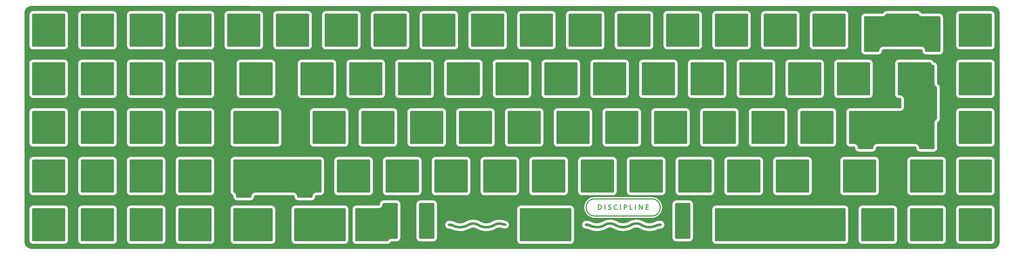
<source format=gtl>
G04 #@! TF.GenerationSoftware,KiCad,Pcbnew,(6.0.5)*
G04 #@! TF.CreationDate,2022-06-21T11:05:44-04:00*
G04 #@! TF.ProjectId,discipline-pcb,64697363-6970-46c6-996e-652d7063622e,rev?*
G04 #@! TF.SameCoordinates,Original*
G04 #@! TF.FileFunction,Copper,L1,Top*
G04 #@! TF.FilePolarity,Positive*
%FSLAX46Y46*%
G04 Gerber Fmt 4.6, Leading zero omitted, Abs format (unit mm)*
G04 Created by KiCad (PCBNEW (6.0.5)) date 2022-06-21 11:05:44*
%MOMM*%
%LPD*%
G01*
G04 APERTURE LIST*
G04 #@! TA.AperFunction,EtchedComponent*
%ADD10C,0.400000*%
G04 #@! TD*
G04 #@! TA.AperFunction,EtchedComponent*
%ADD11C,0.010000*%
G04 #@! TD*
G04 APERTURE END LIST*
D10*
X242881798Y-172086894D02*
X265181798Y-172086894D01*
X242901798Y-165406894D02*
X265181798Y-165406894D01*
X242871798Y-165406894D02*
G75*
G03*
X242871798Y-172086894I0J-3340000D01*
G01*
X265171798Y-172086894D02*
G75*
G03*
X265171798Y-165406894I0J3340000D01*
G01*
G36*
X258737569Y-167593651D02*
G01*
X258859998Y-167603783D01*
X258859998Y-169562652D01*
X258615140Y-169582918D01*
X258615140Y-167583518D01*
X258737569Y-167593651D01*
G37*
D11*
X258737569Y-167593651D02*
X258859998Y-167603783D01*
X258859998Y-169562652D01*
X258615140Y-169582918D01*
X258615140Y-167583518D01*
X258737569Y-167593651D01*
G36*
X263593414Y-167588052D02*
G01*
X263729113Y-167590609D01*
X263819421Y-167596298D01*
X263874287Y-167606291D01*
X263903661Y-167621754D01*
X263917493Y-167643858D01*
X263918950Y-167648156D01*
X263925363Y-167727203D01*
X263917657Y-167762423D01*
X263900352Y-167785150D01*
X263861884Y-167800519D01*
X263791504Y-167809881D01*
X263678464Y-167814586D01*
X263512016Y-167815984D01*
X263491270Y-167815994D01*
X263085440Y-167815994D01*
X263094827Y-168117987D01*
X263104214Y-168419979D01*
X263455178Y-168429245D01*
X263806142Y-168438512D01*
X263806142Y-168632190D01*
X263087890Y-168632190D01*
X263087890Y-169348491D01*
X263920410Y-169366765D01*
X263920410Y-169562652D01*
X263413528Y-169571606D01*
X263198073Y-169573631D01*
X263041443Y-169570743D01*
X262937327Y-169562584D01*
X262879414Y-169548795D01*
X262866677Y-169540591D01*
X262854310Y-169496266D01*
X262844037Y-169396989D01*
X262835864Y-169253068D01*
X262829794Y-169074808D01*
X262825832Y-168872518D01*
X262823981Y-168656502D01*
X262824247Y-168437070D01*
X262826633Y-168224526D01*
X262831144Y-168029179D01*
X262837784Y-167861335D01*
X262846556Y-167731300D01*
X262857467Y-167649383D01*
X262865885Y-167626637D01*
X262912140Y-167609249D01*
X263013034Y-167597093D01*
X263172024Y-167589915D01*
X263392566Y-167587463D01*
X263402374Y-167587460D01*
X263593414Y-167588052D01*
G37*
X263593414Y-167588052D02*
X263729113Y-167590609D01*
X263819421Y-167596298D01*
X263874287Y-167606291D01*
X263903661Y-167621754D01*
X263917493Y-167643858D01*
X263918950Y-167648156D01*
X263925363Y-167727203D01*
X263917657Y-167762423D01*
X263900352Y-167785150D01*
X263861884Y-167800519D01*
X263791504Y-167809881D01*
X263678464Y-167814586D01*
X263512016Y-167815984D01*
X263491270Y-167815994D01*
X263085440Y-167815994D01*
X263094827Y-168117987D01*
X263104214Y-168419979D01*
X263455178Y-168429245D01*
X263806142Y-168438512D01*
X263806142Y-168632190D01*
X263087890Y-168632190D01*
X263087890Y-169348491D01*
X263920410Y-169366765D01*
X263920410Y-169562652D01*
X263413528Y-169571606D01*
X263198073Y-169573631D01*
X263041443Y-169570743D01*
X262937327Y-169562584D01*
X262879414Y-169548795D01*
X262866677Y-169540591D01*
X262854310Y-169496266D01*
X262844037Y-169396989D01*
X262835864Y-169253068D01*
X262829794Y-169074808D01*
X262825832Y-168872518D01*
X262823981Y-168656502D01*
X262824247Y-168437070D01*
X262826633Y-168224526D01*
X262831144Y-168029179D01*
X262837784Y-167861335D01*
X262846556Y-167731300D01*
X262857467Y-167649383D01*
X262865885Y-167626637D01*
X262912140Y-167609249D01*
X263013034Y-167597093D01*
X263172024Y-167589915D01*
X263392566Y-167587463D01*
X263402374Y-167587460D01*
X263593414Y-167588052D01*
G36*
X244689134Y-167596215D02*
G01*
X244902243Y-167620318D01*
X245078837Y-167669141D01*
X245231769Y-167745141D01*
X245238922Y-167749634D01*
X245390535Y-167883219D01*
X245504387Y-168062834D01*
X245577322Y-168279137D01*
X245606182Y-168522785D01*
X245588073Y-168782786D01*
X245525754Y-169030851D01*
X245424290Y-169229155D01*
X245280342Y-169382543D01*
X245098944Y-169492098D01*
X245007768Y-169520899D01*
X244879701Y-169544924D01*
X244728559Y-169563485D01*
X244568161Y-169575896D01*
X244412324Y-169581469D01*
X244274865Y-169579518D01*
X244169601Y-169569355D01*
X244110351Y-169550294D01*
X244103124Y-169541615D01*
X244098989Y-169498464D01*
X244095801Y-169398664D01*
X244095095Y-169350442D01*
X244348045Y-169350442D01*
X244602309Y-169350442D01*
X244759517Y-169345030D01*
X244876977Y-169325747D01*
X244979569Y-169288025D01*
X245002245Y-169276984D01*
X245140135Y-169179275D01*
X245237205Y-169042621D01*
X245296830Y-168860548D01*
X245320494Y-168667019D01*
X245319313Y-168435601D01*
X245284077Y-168249562D01*
X245211677Y-168096784D01*
X245155214Y-168022913D01*
X245048533Y-167922507D01*
X244929314Y-167858719D01*
X244780611Y-167825302D01*
X244593952Y-167815994D01*
X244348045Y-167815994D01*
X244348045Y-169350442D01*
X244095095Y-169350442D01*
X244093637Y-169250855D01*
X244092570Y-169063676D01*
X244092677Y-168845770D01*
X244094031Y-168605776D01*
X244094511Y-168550173D01*
X244101240Y-167815994D01*
X244103186Y-167603783D01*
X244426658Y-167594377D01*
X244689134Y-167596215D01*
G37*
X244689134Y-167596215D02*
X244902243Y-167620318D01*
X245078837Y-167669141D01*
X245231769Y-167745141D01*
X245238922Y-167749634D01*
X245390535Y-167883219D01*
X245504387Y-168062834D01*
X245577322Y-168279137D01*
X245606182Y-168522785D01*
X245588073Y-168782786D01*
X245525754Y-169030851D01*
X245424290Y-169229155D01*
X245280342Y-169382543D01*
X245098944Y-169492098D01*
X245007768Y-169520899D01*
X244879701Y-169544924D01*
X244728559Y-169563485D01*
X244568161Y-169575896D01*
X244412324Y-169581469D01*
X244274865Y-169579518D01*
X244169601Y-169569355D01*
X244110351Y-169550294D01*
X244103124Y-169541615D01*
X244098989Y-169498464D01*
X244095801Y-169398664D01*
X244095095Y-169350442D01*
X244348045Y-169350442D01*
X244602309Y-169350442D01*
X244759517Y-169345030D01*
X244876977Y-169325747D01*
X244979569Y-169288025D01*
X245002245Y-169276984D01*
X245140135Y-169179275D01*
X245237205Y-169042621D01*
X245296830Y-168860548D01*
X245320494Y-168667019D01*
X245319313Y-168435601D01*
X245284077Y-168249562D01*
X245211677Y-168096784D01*
X245155214Y-168022913D01*
X245048533Y-167922507D01*
X244929314Y-167858719D01*
X244780611Y-167825302D01*
X244593952Y-167815994D01*
X244348045Y-167815994D01*
X244348045Y-169350442D01*
X244095095Y-169350442D01*
X244093637Y-169250855D01*
X244092570Y-169063676D01*
X244092677Y-168845770D01*
X244094031Y-168605776D01*
X244094511Y-168550173D01*
X244101240Y-167815994D01*
X244103186Y-167603783D01*
X244426658Y-167594377D01*
X244689134Y-167596215D01*
G36*
X261578411Y-168572952D02*
G01*
X261569767Y-169562652D01*
X261455500Y-169572267D01*
X261361943Y-169567250D01*
X261289819Y-169542022D01*
X261286501Y-169539620D01*
X261256839Y-169500816D01*
X261200539Y-169412467D01*
X261122202Y-169282362D01*
X261026434Y-169118292D01*
X260917837Y-168928046D01*
X260801016Y-168719416D01*
X260789198Y-168698093D01*
X260346627Y-167898830D01*
X260337888Y-168730741D01*
X260329150Y-169562652D01*
X260222563Y-169572919D01*
X260115976Y-169583185D01*
X260124619Y-168593484D01*
X260133263Y-167603783D01*
X260284681Y-167593982D01*
X260385471Y-167593423D01*
X260447848Y-167613963D01*
X260496892Y-167663256D01*
X260529041Y-167713245D01*
X260587177Y-167811832D01*
X260666268Y-167950154D01*
X260761286Y-168119350D01*
X260867201Y-168310556D01*
X260949459Y-168460683D01*
X261341232Y-169179035D01*
X261373880Y-167603783D01*
X261480467Y-167593517D01*
X261587055Y-167583251D01*
X261578411Y-168572952D01*
G37*
X261578411Y-168572952D02*
X261569767Y-169562652D01*
X261455500Y-169572267D01*
X261361943Y-169567250D01*
X261289819Y-169542022D01*
X261286501Y-169539620D01*
X261256839Y-169500816D01*
X261200539Y-169412467D01*
X261122202Y-169282362D01*
X261026434Y-169118292D01*
X260917837Y-168928046D01*
X260801016Y-168719416D01*
X260789198Y-168698093D01*
X260346627Y-167898830D01*
X260337888Y-168730741D01*
X260329150Y-169562652D01*
X260222563Y-169572919D01*
X260115976Y-169583185D01*
X260124619Y-168593484D01*
X260133263Y-167603783D01*
X260284681Y-167593982D01*
X260385471Y-167593423D01*
X260447848Y-167613963D01*
X260496892Y-167663256D01*
X260529041Y-167713245D01*
X260587177Y-167811832D01*
X260666268Y-167950154D01*
X260761286Y-168119350D01*
X260867201Y-168310556D01*
X260949459Y-168460683D01*
X261341232Y-169179035D01*
X261373880Y-167603783D01*
X261480467Y-167593517D01*
X261587055Y-167583251D01*
X261578411Y-168572952D01*
G36*
X248902962Y-167582834D02*
G01*
X249026033Y-167616980D01*
X249118522Y-167661238D01*
X249160748Y-167706075D01*
X249178614Y-167790447D01*
X249171831Y-167864279D01*
X249152102Y-167894629D01*
X249108443Y-167891600D01*
X249031758Y-167863584D01*
X248998284Y-167847585D01*
X248840355Y-167790935D01*
X248691271Y-167780248D01*
X248561939Y-167811658D01*
X248463265Y-167881301D01*
X248406156Y-167985313D01*
X248396374Y-168060853D01*
X248419763Y-168173681D01*
X248493635Y-168272842D01*
X248623546Y-168364143D01*
X248742962Y-168423038D01*
X248970176Y-168538982D01*
X249133494Y-168657454D01*
X249216862Y-168752533D01*
X249259061Y-168860516D01*
X249276767Y-169001451D01*
X249269288Y-169147484D01*
X249235931Y-169270762D01*
X249230066Y-169282878D01*
X249120692Y-169426453D01*
X248967099Y-169531074D01*
X248780086Y-169592949D01*
X248570453Y-169608287D01*
X248380050Y-169581304D01*
X248263461Y-169542779D01*
X248161313Y-169491277D01*
X248097515Y-169439035D01*
X248094881Y-169435336D01*
X248073572Y-169369857D01*
X248074194Y-169293741D01*
X248095798Y-169241043D01*
X248100392Y-169237504D01*
X248145057Y-169240219D01*
X248223455Y-169268619D01*
X248267150Y-169289679D01*
X248441321Y-169356771D01*
X248608970Y-169378740D01*
X248760113Y-169358870D01*
X248884767Y-169300445D01*
X248972949Y-169206748D01*
X249014675Y-169081062D01*
X249016682Y-169043154D01*
X248995195Y-168953944D01*
X248927211Y-168864774D01*
X248807447Y-168770728D01*
X248630620Y-168666890D01*
X248588659Y-168644885D01*
X248404721Y-168541111D01*
X248275618Y-168444141D01*
X248193143Y-168343779D01*
X248149087Y-168229828D01*
X248135241Y-168092093D01*
X248135191Y-168081614D01*
X248160865Y-167894483D01*
X248237520Y-167748020D01*
X248364603Y-167642791D01*
X248541562Y-167579365D01*
X248637820Y-167564561D01*
X248767496Y-167563720D01*
X248902962Y-167582834D01*
G37*
X248902962Y-167582834D02*
X249026033Y-167616980D01*
X249118522Y-167661238D01*
X249160748Y-167706075D01*
X249178614Y-167790447D01*
X249171831Y-167864279D01*
X249152102Y-167894629D01*
X249108443Y-167891600D01*
X249031758Y-167863584D01*
X248998284Y-167847585D01*
X248840355Y-167790935D01*
X248691271Y-167780248D01*
X248561939Y-167811658D01*
X248463265Y-167881301D01*
X248406156Y-167985313D01*
X248396374Y-168060853D01*
X248419763Y-168173681D01*
X248493635Y-168272842D01*
X248623546Y-168364143D01*
X248742962Y-168423038D01*
X248970176Y-168538982D01*
X249133494Y-168657454D01*
X249216862Y-168752533D01*
X249259061Y-168860516D01*
X249276767Y-169001451D01*
X249269288Y-169147484D01*
X249235931Y-169270762D01*
X249230066Y-169282878D01*
X249120692Y-169426453D01*
X248967099Y-169531074D01*
X248780086Y-169592949D01*
X248570453Y-169608287D01*
X248380050Y-169581304D01*
X248263461Y-169542779D01*
X248161313Y-169491277D01*
X248097515Y-169439035D01*
X248094881Y-169435336D01*
X248073572Y-169369857D01*
X248074194Y-169293741D01*
X248095798Y-169241043D01*
X248100392Y-169237504D01*
X248145057Y-169240219D01*
X248223455Y-169268619D01*
X248267150Y-169289679D01*
X248441321Y-169356771D01*
X248608970Y-169378740D01*
X248760113Y-169358870D01*
X248884767Y-169300445D01*
X248972949Y-169206748D01*
X249014675Y-169081062D01*
X249016682Y-169043154D01*
X248995195Y-168953944D01*
X248927211Y-168864774D01*
X248807447Y-168770728D01*
X248630620Y-168666890D01*
X248588659Y-168644885D01*
X248404721Y-168541111D01*
X248275618Y-168444141D01*
X248193143Y-168343779D01*
X248149087Y-168229828D01*
X248135241Y-168092093D01*
X248135191Y-168081614D01*
X248160865Y-167894483D01*
X248237520Y-167748020D01*
X248364603Y-167642791D01*
X248541562Y-167579365D01*
X248637820Y-167564561D01*
X248767496Y-167563720D01*
X248902962Y-167582834D01*
G36*
X256713405Y-167593651D02*
G01*
X256835834Y-167603783D01*
X256853220Y-169348313D01*
X257586734Y-169366765D01*
X257586734Y-169562652D01*
X257111456Y-169571651D01*
X256941450Y-169573366D01*
X256795150Y-169571999D01*
X256684742Y-169567883D01*
X256622412Y-169561352D01*
X256613577Y-169558048D01*
X256607892Y-169520889D01*
X256602730Y-169426678D01*
X256598280Y-169283658D01*
X256594727Y-169100071D01*
X256592258Y-168884162D01*
X256591060Y-168644172D01*
X256590975Y-168559482D01*
X256590975Y-167583518D01*
X256713405Y-167593651D01*
G37*
X256713405Y-167593651D02*
X256835834Y-167603783D01*
X256853220Y-169348313D01*
X257586734Y-169366765D01*
X257586734Y-169562652D01*
X257111456Y-169571651D01*
X256941450Y-169573366D01*
X256795150Y-169571999D01*
X256684742Y-169567883D01*
X256622412Y-169561352D01*
X256613577Y-169558048D01*
X256607892Y-169520889D01*
X256602730Y-169426678D01*
X256598280Y-169283658D01*
X256594727Y-169100071D01*
X256592258Y-168884162D01*
X256591060Y-168644172D01*
X256590975Y-168559482D01*
X256590975Y-167583518D01*
X256713405Y-167593651D01*
G36*
X246976194Y-169562652D02*
G01*
X246869864Y-169572900D01*
X246783864Y-169567839D01*
X246746921Y-169539854D01*
X246742960Y-169497169D01*
X246739929Y-169397814D01*
X246737899Y-169250408D01*
X246736938Y-169063571D01*
X246737115Y-168845922D01*
X246738501Y-168606082D01*
X246738984Y-168550173D01*
X246747659Y-167603783D01*
X246976194Y-167603783D01*
X246976194Y-169562652D01*
G37*
X246976194Y-169562652D02*
X246869864Y-169572900D01*
X246783864Y-169567839D01*
X246746921Y-169539854D01*
X246742960Y-169497169D01*
X246739929Y-169397814D01*
X246737899Y-169250408D01*
X246736938Y-169063571D01*
X246737115Y-168845922D01*
X246738501Y-168606082D01*
X246738984Y-168550173D01*
X246747659Y-167603783D01*
X246976194Y-167603783D01*
X246976194Y-169562652D01*
G36*
X252999716Y-169578976D02*
G01*
X252884424Y-169578976D01*
X252803537Y-169568425D01*
X252755929Y-169542547D01*
X252753319Y-169537769D01*
X252749563Y-169495635D01*
X252746718Y-169396806D01*
X252744847Y-169249878D01*
X252744011Y-169063445D01*
X252744273Y-168846102D01*
X252745694Y-168606445D01*
X252746182Y-168550173D01*
X252754857Y-167603783D01*
X252877286Y-167593651D01*
X252999716Y-167583518D01*
X252999716Y-169578976D01*
G37*
X252999716Y-169578976D02*
X252884424Y-169578976D01*
X252803537Y-169568425D01*
X252755929Y-169542547D01*
X252753319Y-169537769D01*
X252749563Y-169495635D01*
X252746718Y-169396806D01*
X252744847Y-169249878D01*
X252744011Y-169063445D01*
X252744273Y-168846102D01*
X252745694Y-168606445D01*
X252746182Y-168550173D01*
X252754857Y-167603783D01*
X252877286Y-167593651D01*
X252999716Y-167583518D01*
X252999716Y-169578976D01*
G36*
X251252728Y-167568643D02*
G01*
X251465586Y-167622803D01*
X251524304Y-167649562D01*
X251628829Y-167717028D01*
X251681098Y-167793300D01*
X251693803Y-167882033D01*
X251678831Y-167945377D01*
X251631071Y-167959196D01*
X251546263Y-167923715D01*
X251496107Y-167892542D01*
X251357932Y-167823842D01*
X251197283Y-167793487D01*
X251176648Y-167792028D01*
X250987404Y-167804870D01*
X250833925Y-167871231D01*
X250710729Y-167994249D01*
X250650991Y-168092795D01*
X250612407Y-168175099D01*
X250587832Y-168252990D01*
X250574219Y-168344954D01*
X250568523Y-168469477D01*
X250567616Y-168598836D01*
X250569659Y-168762942D01*
X250577415Y-168879380D01*
X250593599Y-168965705D01*
X250620927Y-169039477D01*
X250642390Y-169082378D01*
X250752875Y-169225993D01*
X250899142Y-169323046D01*
X251068947Y-169371211D01*
X251250045Y-169368163D01*
X251430191Y-169311575D01*
X251532160Y-169251361D01*
X251603778Y-169207346D01*
X251655722Y-169187318D01*
X251658033Y-169187203D01*
X251688831Y-169212970D01*
X251694258Y-169275770D01*
X251677363Y-169353850D01*
X251641198Y-169425460D01*
X251621464Y-169447940D01*
X251500789Y-169523938D01*
X251337592Y-169576643D01*
X251151547Y-169602643D01*
X250962324Y-169598531D01*
X250856654Y-169580480D01*
X250669143Y-169503864D01*
X250513213Y-169374574D01*
X250392186Y-169198801D01*
X250309381Y-168982734D01*
X250268120Y-168732562D01*
X250269101Y-168485274D01*
X250310706Y-168232772D01*
X250391819Y-168010752D01*
X250507583Y-167829762D01*
X250620426Y-167722663D01*
X250812287Y-167620017D01*
X251029008Y-167568196D01*
X251252728Y-167568643D01*
G37*
X251252728Y-167568643D02*
X251465586Y-167622803D01*
X251524304Y-167649562D01*
X251628829Y-167717028D01*
X251681098Y-167793300D01*
X251693803Y-167882033D01*
X251678831Y-167945377D01*
X251631071Y-167959196D01*
X251546263Y-167923715D01*
X251496107Y-167892542D01*
X251357932Y-167823842D01*
X251197283Y-167793487D01*
X251176648Y-167792028D01*
X250987404Y-167804870D01*
X250833925Y-167871231D01*
X250710729Y-167994249D01*
X250650991Y-168092795D01*
X250612407Y-168175099D01*
X250587832Y-168252990D01*
X250574219Y-168344954D01*
X250568523Y-168469477D01*
X250567616Y-168598836D01*
X250569659Y-168762942D01*
X250577415Y-168879380D01*
X250593599Y-168965705D01*
X250620927Y-169039477D01*
X250642390Y-169082378D01*
X250752875Y-169225993D01*
X250899142Y-169323046D01*
X251068947Y-169371211D01*
X251250045Y-169368163D01*
X251430191Y-169311575D01*
X251532160Y-169251361D01*
X251603778Y-169207346D01*
X251655722Y-169187318D01*
X251658033Y-169187203D01*
X251688831Y-169212970D01*
X251694258Y-169275770D01*
X251677363Y-169353850D01*
X251641198Y-169425460D01*
X251621464Y-169447940D01*
X251500789Y-169523938D01*
X251337592Y-169576643D01*
X251151547Y-169602643D01*
X250962324Y-169598531D01*
X250856654Y-169580480D01*
X250669143Y-169503864D01*
X250513213Y-169374574D01*
X250392186Y-169198801D01*
X250309381Y-168982734D01*
X250268120Y-168732562D01*
X250269101Y-168485274D01*
X250310706Y-168232772D01*
X250391819Y-168010752D01*
X250507583Y-167829762D01*
X250620426Y-167722663D01*
X250812287Y-167620017D01*
X251029008Y-167568196D01*
X251252728Y-167568643D01*
G36*
X254707992Y-167593395D02*
G01*
X254878135Y-167601699D01*
X254998682Y-167613209D01*
X255085335Y-167630805D01*
X255153793Y-167657368D01*
X255200945Y-167683859D01*
X255327534Y-167783870D01*
X255405545Y-167904129D01*
X255442318Y-168059255D01*
X255447643Y-168175120D01*
X255423933Y-168386661D01*
X255352788Y-168555078D01*
X255232814Y-168681678D01*
X255062614Y-168767764D01*
X254840795Y-168814644D01*
X254756717Y-168821693D01*
X254501515Y-168836466D01*
X254501515Y-169578976D01*
X254392689Y-169578976D01*
X254312019Y-169573003D01*
X254263572Y-169558496D01*
X254262098Y-169557211D01*
X254256516Y-169520182D01*
X254251463Y-169426270D01*
X254247131Y-169283887D01*
X254243710Y-169101444D01*
X254241391Y-168887352D01*
X254240366Y-168650024D01*
X254240333Y-168598098D01*
X254240770Y-168320093D01*
X254241598Y-168202327D01*
X254501515Y-168202327D01*
X254503256Y-168355052D01*
X254507992Y-168483132D01*
X254514995Y-168572891D01*
X254523280Y-168610424D01*
X254575280Y-168627370D01*
X254668717Y-168630977D01*
X254781252Y-168621907D01*
X254890543Y-168600821D01*
X254895713Y-168599409D01*
X255034645Y-168535219D01*
X255126023Y-168430279D01*
X255173846Y-168279327D01*
X255180234Y-168225061D01*
X255185810Y-168118245D01*
X255173968Y-168048718D01*
X255135339Y-167988974D01*
X255080100Y-167930980D01*
X255015721Y-167870640D01*
X254959446Y-167836221D01*
X254889412Y-167820474D01*
X254783758Y-167816150D01*
X254733315Y-167815994D01*
X254501515Y-167815994D01*
X254501515Y-168202327D01*
X254241598Y-168202327D01*
X254242314Y-168100405D01*
X254245316Y-167932063D01*
X254249818Y-167815994D01*
X254250125Y-167808092D01*
X254257091Y-167721520D01*
X254266565Y-167665374D01*
X254278897Y-167632680D01*
X254289432Y-167620002D01*
X254337560Y-167600934D01*
X254429787Y-167590954D01*
X254573813Y-167589571D01*
X254707992Y-167593395D01*
G37*
X254707992Y-167593395D02*
X254878135Y-167601699D01*
X254998682Y-167613209D01*
X255085335Y-167630805D01*
X255153793Y-167657368D01*
X255200945Y-167683859D01*
X255327534Y-167783870D01*
X255405545Y-167904129D01*
X255442318Y-168059255D01*
X255447643Y-168175120D01*
X255423933Y-168386661D01*
X255352788Y-168555078D01*
X255232814Y-168681678D01*
X255062614Y-168767764D01*
X254840795Y-168814644D01*
X254756717Y-168821693D01*
X254501515Y-168836466D01*
X254501515Y-169578976D01*
X254392689Y-169578976D01*
X254312019Y-169573003D01*
X254263572Y-169558496D01*
X254262098Y-169557211D01*
X254256516Y-169520182D01*
X254251463Y-169426270D01*
X254247131Y-169283887D01*
X254243710Y-169101444D01*
X254241391Y-168887352D01*
X254240366Y-168650024D01*
X254240333Y-168598098D01*
X254240770Y-168320093D01*
X254241598Y-168202327D01*
X254501515Y-168202327D01*
X254503256Y-168355052D01*
X254507992Y-168483132D01*
X254514995Y-168572891D01*
X254523280Y-168610424D01*
X254575280Y-168627370D01*
X254668717Y-168630977D01*
X254781252Y-168621907D01*
X254890543Y-168600821D01*
X254895713Y-168599409D01*
X255034645Y-168535219D01*
X255126023Y-168430279D01*
X255173846Y-168279327D01*
X255180234Y-168225061D01*
X255185810Y-168118245D01*
X255173968Y-168048718D01*
X255135339Y-167988974D01*
X255080100Y-167930980D01*
X255015721Y-167870640D01*
X254959446Y-167836221D01*
X254889412Y-167820474D01*
X254783758Y-167816150D01*
X254733315Y-167815994D01*
X254501515Y-167815994D01*
X254501515Y-168202327D01*
X254241598Y-168202327D01*
X254242314Y-168100405D01*
X254245316Y-167932063D01*
X254249818Y-167815994D01*
X254250125Y-167808092D01*
X254257091Y-167721520D01*
X254266565Y-167665374D01*
X254278897Y-167632680D01*
X254289432Y-167620002D01*
X254337560Y-167600934D01*
X254429787Y-167590954D01*
X254573813Y-167589571D01*
X254707992Y-167593395D01*
G04 #@! TA.AperFunction,NonConductor*
G36*
X168948056Y-92813789D02*
G01*
X168962438Y-92816029D01*
X168971747Y-92817479D01*
X168980768Y-92816300D01*
X169011210Y-92816029D01*
X169073276Y-92823025D01*
X169073285Y-92823026D01*
X169100789Y-92829305D01*
X169177871Y-92856280D01*
X169203291Y-92868523D01*
X169272442Y-92911976D01*
X169294499Y-92929566D01*
X169323373Y-92958440D01*
X169352247Y-92987316D01*
X169369837Y-93009374D01*
X169413284Y-93078522D01*
X169425525Y-93103941D01*
X169452499Y-93181028D01*
X169458777Y-93208529D01*
X169465062Y-93264301D01*
X169465062Y-93264302D01*
X169465845Y-93279950D01*
X169465739Y-93288641D01*
X169464357Y-93297518D01*
X169467159Y-93318945D01*
X169468483Y-93329068D01*
X169469547Y-93345407D01*
X169469547Y-105254428D01*
X169468047Y-105273812D01*
X169465738Y-105288644D01*
X169464356Y-105297519D01*
X169465536Y-105306539D01*
X169465808Y-105336988D01*
X169458814Y-105399066D01*
X169452536Y-105426572D01*
X169425562Y-105503663D01*
X169413321Y-105529083D01*
X169369867Y-105598244D01*
X169352276Y-105620304D01*
X169294525Y-105678058D01*
X169272468Y-105695649D01*
X169203312Y-105739107D01*
X169177892Y-105751350D01*
X169100933Y-105778282D01*
X169100799Y-105778329D01*
X169073294Y-105784608D01*
X169046036Y-105787681D01*
X169018018Y-105790839D01*
X169002156Y-105790500D01*
X169002143Y-105791588D01*
X168993174Y-105791479D01*
X168984299Y-105790097D01*
X168952749Y-105794224D01*
X168936408Y-105795288D01*
X157027391Y-105795288D01*
X157008011Y-105793789D01*
X157006418Y-105793541D01*
X156984299Y-105790098D01*
X156975400Y-105791262D01*
X156975399Y-105791262D01*
X156975355Y-105791268D01*
X156975277Y-105791278D01*
X156944834Y-105791551D01*
X156893442Y-105785763D01*
X156882762Y-105784560D01*
X156855254Y-105778283D01*
X156778166Y-105751312D01*
X156752743Y-105739069D01*
X156683590Y-105695619D01*
X156661531Y-105678029D01*
X156603781Y-105620282D01*
X156586193Y-105598228D01*
X156542737Y-105529070D01*
X156530497Y-105503653D01*
X156503523Y-105426566D01*
X156497244Y-105399060D01*
X156491068Y-105344249D01*
X156491007Y-105343706D01*
X156491360Y-105327931D01*
X156490246Y-105327917D01*
X156490356Y-105318944D01*
X156491738Y-105310071D01*
X156487610Y-105278499D01*
X156486548Y-105262172D01*
X156486548Y-93353153D01*
X156488048Y-93333766D01*
X156490357Y-93318940D01*
X156490357Y-93318938D01*
X156491738Y-93310070D01*
X156490574Y-93301165D01*
X156490558Y-93301041D01*
X156490288Y-93270598D01*
X156497281Y-93208544D01*
X156503559Y-93181037D01*
X156530531Y-93103959D01*
X156542775Y-93078537D01*
X156586224Y-93009393D01*
X156603816Y-92987334D01*
X156661558Y-92929595D01*
X156683618Y-92912004D01*
X156731189Y-92882115D01*
X156752765Y-92868559D01*
X156778182Y-92856320D01*
X156855262Y-92829352D01*
X156882765Y-92823076D01*
X156938711Y-92816775D01*
X156954349Y-92815993D01*
X156962876Y-92816097D01*
X156971747Y-92817479D01*
X157003326Y-92813351D01*
X157019657Y-92812288D01*
X168928665Y-92812288D01*
X168948056Y-92813789D01*
G37*
G04 #@! TD.AperFunction*
G04 #@! TA.AperFunction,NonConductor*
G36*
X130848056Y-92813789D02*
G01*
X130862438Y-92816029D01*
X130871747Y-92817479D01*
X130880768Y-92816300D01*
X130911210Y-92816029D01*
X130973276Y-92823025D01*
X130973285Y-92823026D01*
X131000789Y-92829305D01*
X131077871Y-92856280D01*
X131103291Y-92868523D01*
X131172442Y-92911976D01*
X131194499Y-92929566D01*
X131223373Y-92958440D01*
X131252247Y-92987316D01*
X131269837Y-93009374D01*
X131313284Y-93078522D01*
X131325525Y-93103941D01*
X131352499Y-93181028D01*
X131358777Y-93208529D01*
X131365062Y-93264301D01*
X131365062Y-93264302D01*
X131365845Y-93279950D01*
X131365739Y-93288641D01*
X131364357Y-93297518D01*
X131367159Y-93318940D01*
X131368484Y-93329075D01*
X131369548Y-93345414D01*
X131369548Y-105254421D01*
X131368048Y-105273804D01*
X131364356Y-105297519D01*
X131365536Y-105306539D01*
X131365808Y-105336988D01*
X131358814Y-105399066D01*
X131352536Y-105426572D01*
X131325562Y-105503663D01*
X131313321Y-105529083D01*
X131269867Y-105598244D01*
X131252276Y-105620304D01*
X131194525Y-105678058D01*
X131172468Y-105695649D01*
X131103312Y-105739107D01*
X131077892Y-105751350D01*
X131000933Y-105778282D01*
X131000799Y-105778329D01*
X130973294Y-105784608D01*
X130946036Y-105787681D01*
X130918018Y-105790839D01*
X130902156Y-105790500D01*
X130902143Y-105791588D01*
X130893174Y-105791479D01*
X130884299Y-105790097D01*
X130852749Y-105794224D01*
X130836408Y-105795288D01*
X118927391Y-105795288D01*
X118908011Y-105793789D01*
X118906418Y-105793541D01*
X118884299Y-105790098D01*
X118875278Y-105791278D01*
X118844835Y-105791551D01*
X118791143Y-105785504D01*
X118782762Y-105784560D01*
X118755254Y-105778283D01*
X118678164Y-105751311D01*
X118652746Y-105739071D01*
X118583587Y-105695619D01*
X118561534Y-105678033D01*
X118503778Y-105620279D01*
X118486193Y-105598228D01*
X118442737Y-105529070D01*
X118430497Y-105503653D01*
X118403523Y-105426566D01*
X118397244Y-105399058D01*
X118391008Y-105343711D01*
X118391348Y-105327929D01*
X118390248Y-105327916D01*
X118390358Y-105318942D01*
X118391739Y-105310071D01*
X118387611Y-105278499D01*
X118386548Y-105262164D01*
X118386548Y-93353159D01*
X118388049Y-93333771D01*
X118390358Y-93318945D01*
X118390358Y-93318938D01*
X118391739Y-93310070D01*
X118390575Y-93301165D01*
X118390559Y-93301041D01*
X118390289Y-93270598D01*
X118397282Y-93208544D01*
X118403560Y-93181037D01*
X118430532Y-93103959D01*
X118442776Y-93078537D01*
X118486225Y-93009393D01*
X118503816Y-92987335D01*
X118561556Y-92929597D01*
X118583615Y-92912007D01*
X118652764Y-92868561D01*
X118678185Y-92856321D01*
X118755265Y-92829353D01*
X118782772Y-92823076D01*
X118838715Y-92816775D01*
X118854365Y-92815992D01*
X118862873Y-92816097D01*
X118871747Y-92817479D01*
X118880652Y-92816315D01*
X118880653Y-92816315D01*
X118903327Y-92813351D01*
X118919658Y-92812288D01*
X130828665Y-92812288D01*
X130848056Y-92813789D01*
G37*
G04 #@! TD.AperFunction*
G04 #@! TA.AperFunction,NonConductor*
G36*
X207048056Y-92813789D02*
G01*
X207062438Y-92816029D01*
X207071747Y-92817479D01*
X207080768Y-92816300D01*
X207111210Y-92816029D01*
X207173276Y-92823025D01*
X207173285Y-92823026D01*
X207200789Y-92829305D01*
X207277871Y-92856280D01*
X207303291Y-92868523D01*
X207372442Y-92911976D01*
X207394499Y-92929566D01*
X207423373Y-92958440D01*
X207452247Y-92987316D01*
X207469837Y-93009374D01*
X207513284Y-93078522D01*
X207525525Y-93103941D01*
X207552499Y-93181028D01*
X207558777Y-93208529D01*
X207565062Y-93264301D01*
X207565062Y-93264302D01*
X207565845Y-93279950D01*
X207565739Y-93288641D01*
X207564357Y-93297518D01*
X207567159Y-93318940D01*
X207568484Y-93329075D01*
X207569548Y-93345414D01*
X207569548Y-105254421D01*
X207568048Y-105273804D01*
X207564356Y-105297519D01*
X207565536Y-105306539D01*
X207565808Y-105336988D01*
X207558814Y-105399066D01*
X207552536Y-105426572D01*
X207525562Y-105503663D01*
X207513321Y-105529083D01*
X207469867Y-105598244D01*
X207452276Y-105620304D01*
X207394525Y-105678058D01*
X207372468Y-105695649D01*
X207303312Y-105739107D01*
X207277892Y-105751350D01*
X207200933Y-105778282D01*
X207200799Y-105778329D01*
X207173294Y-105784608D01*
X207146036Y-105787681D01*
X207118018Y-105790839D01*
X207102156Y-105790500D01*
X207102143Y-105791588D01*
X207093174Y-105791479D01*
X207084299Y-105790097D01*
X207052749Y-105794224D01*
X207036408Y-105795288D01*
X195127391Y-105795288D01*
X195108011Y-105793789D01*
X195106418Y-105793541D01*
X195084299Y-105790098D01*
X195075278Y-105791278D01*
X195044835Y-105791551D01*
X194991143Y-105785504D01*
X194982762Y-105784560D01*
X194955254Y-105778283D01*
X194878164Y-105751311D01*
X194852746Y-105739071D01*
X194783587Y-105695619D01*
X194761534Y-105678033D01*
X194703778Y-105620279D01*
X194686193Y-105598228D01*
X194642737Y-105529070D01*
X194630497Y-105503653D01*
X194603523Y-105426566D01*
X194597244Y-105399058D01*
X194591008Y-105343711D01*
X194591348Y-105327929D01*
X194590248Y-105327916D01*
X194590358Y-105318942D01*
X194591739Y-105310071D01*
X194587611Y-105278499D01*
X194586548Y-105262164D01*
X194586548Y-93353159D01*
X194588049Y-93333771D01*
X194590358Y-93318945D01*
X194590358Y-93318938D01*
X194591739Y-93310070D01*
X194590575Y-93301165D01*
X194590559Y-93301041D01*
X194590289Y-93270598D01*
X194597282Y-93208544D01*
X194603560Y-93181037D01*
X194630532Y-93103959D01*
X194642776Y-93078537D01*
X194686225Y-93009393D01*
X194703816Y-92987335D01*
X194761556Y-92929597D01*
X194783615Y-92912007D01*
X194852764Y-92868561D01*
X194878185Y-92856321D01*
X194955265Y-92829353D01*
X194982772Y-92823076D01*
X195038715Y-92816775D01*
X195054365Y-92815992D01*
X195062873Y-92816097D01*
X195071747Y-92817479D01*
X195080652Y-92816315D01*
X195080653Y-92816315D01*
X195103327Y-92813351D01*
X195119658Y-92812288D01*
X207028665Y-92812288D01*
X207048056Y-92813789D01*
G37*
G04 #@! TD.AperFunction*
G04 #@! TA.AperFunction,NonConductor*
G36*
X92748056Y-92813789D02*
G01*
X92762438Y-92816029D01*
X92771747Y-92817479D01*
X92780775Y-92816299D01*
X92811211Y-92816029D01*
X92863090Y-92821876D01*
X92873282Y-92823025D01*
X92900788Y-92829304D01*
X92939331Y-92842792D01*
X92977876Y-92856281D01*
X93003291Y-92868522D01*
X93072440Y-92911973D01*
X93094496Y-92929562D01*
X93152248Y-92987316D01*
X93169837Y-93009373D01*
X93213284Y-93078521D01*
X93225525Y-93103940D01*
X93252499Y-93181028D01*
X93258778Y-93208534D01*
X93265061Y-93264291D01*
X93265844Y-93279939D01*
X93265738Y-93288643D01*
X93264356Y-93297518D01*
X93267158Y-93318945D01*
X93268482Y-93329068D01*
X93269546Y-93345407D01*
X93269546Y-105254428D01*
X93268046Y-105273812D01*
X93265737Y-105288644D01*
X93264355Y-105297519D01*
X93265535Y-105306539D01*
X93265807Y-105336988D01*
X93258813Y-105399065D01*
X93252535Y-105426571D01*
X93225560Y-105503666D01*
X93213318Y-105529087D01*
X93169866Y-105598243D01*
X93152276Y-105620302D01*
X93094524Y-105678057D01*
X93072467Y-105695648D01*
X93003311Y-105739106D01*
X92977888Y-105751350D01*
X92900796Y-105778328D01*
X92873292Y-105784607D01*
X92844847Y-105787813D01*
X92818015Y-105790838D01*
X92802157Y-105790499D01*
X92802144Y-105791587D01*
X92793169Y-105791478D01*
X92784299Y-105790097D01*
X92775400Y-105791261D01*
X92775398Y-105791261D01*
X92752741Y-105794225D01*
X92736399Y-105795289D01*
X80827397Y-105795289D01*
X80808018Y-105793790D01*
X80804510Y-105793244D01*
X80784299Y-105790098D01*
X80775400Y-105791262D01*
X80775399Y-105791262D01*
X80775355Y-105791268D01*
X80775277Y-105791278D01*
X80744834Y-105791551D01*
X80693442Y-105785763D01*
X80682762Y-105784560D01*
X80655254Y-105778283D01*
X80578166Y-105751312D01*
X80552743Y-105739069D01*
X80483590Y-105695619D01*
X80461531Y-105678029D01*
X80403781Y-105620282D01*
X80386193Y-105598228D01*
X80342737Y-105529070D01*
X80330497Y-105503653D01*
X80303523Y-105426566D01*
X80297244Y-105399060D01*
X80291068Y-105344249D01*
X80291007Y-105343706D01*
X80291360Y-105327931D01*
X80290246Y-105327917D01*
X80290356Y-105318944D01*
X80291738Y-105310071D01*
X80287610Y-105278499D01*
X80286547Y-105262164D01*
X80286547Y-93353159D01*
X80288048Y-93333771D01*
X80290357Y-93318945D01*
X80290357Y-93318938D01*
X80291738Y-93310070D01*
X80290574Y-93301165D01*
X80290558Y-93301041D01*
X80290288Y-93270598D01*
X80297281Y-93208544D01*
X80303559Y-93181037D01*
X80330531Y-93103959D01*
X80342775Y-93078537D01*
X80386224Y-93009393D01*
X80403816Y-92987334D01*
X80461558Y-92929595D01*
X80483618Y-92912004D01*
X80531189Y-92882115D01*
X80552765Y-92868559D01*
X80578182Y-92856320D01*
X80655262Y-92829352D01*
X80682765Y-92823076D01*
X80738711Y-92816775D01*
X80754349Y-92815993D01*
X80762876Y-92816097D01*
X80771747Y-92817479D01*
X80803326Y-92813351D01*
X80819657Y-92812288D01*
X92728665Y-92812288D01*
X92748056Y-92813789D01*
G37*
G04 #@! TD.AperFunction*
G04 #@! TA.AperFunction,NonConductor*
G36*
X35598054Y-92813789D02*
G01*
X35612436Y-92816029D01*
X35621745Y-92817479D01*
X35630773Y-92816299D01*
X35661209Y-92816029D01*
X35723282Y-92823025D01*
X35750788Y-92829304D01*
X35827875Y-92856281D01*
X35853290Y-92868522D01*
X35922439Y-92911973D01*
X35944497Y-92929564D01*
X36002245Y-92987314D01*
X36019834Y-93009369D01*
X36063286Y-93078524D01*
X36075525Y-93103938D01*
X36102500Y-93181028D01*
X36108776Y-93208529D01*
X36115057Y-93264264D01*
X36115841Y-93279911D01*
X36115734Y-93288648D01*
X36114353Y-93297518D01*
X36115517Y-93306419D01*
X36115517Y-93306422D01*
X36118480Y-93329075D01*
X36119544Y-93345414D01*
X36119544Y-105254421D01*
X36118044Y-105273804D01*
X36114352Y-105297519D01*
X36115532Y-105306539D01*
X36115804Y-105336987D01*
X36114986Y-105344249D01*
X36108810Y-105399064D01*
X36102532Y-105426570D01*
X36075558Y-105503662D01*
X36063318Y-105529081D01*
X36019876Y-105598223D01*
X36019863Y-105598243D01*
X36002273Y-105620301D01*
X35944521Y-105678057D01*
X35922465Y-105695647D01*
X35853305Y-105739107D01*
X35827889Y-105751347D01*
X35750794Y-105778326D01*
X35723290Y-105784605D01*
X35703680Y-105786816D01*
X35668003Y-105790837D01*
X35652155Y-105790497D01*
X35652142Y-105791588D01*
X35643172Y-105791479D01*
X35634297Y-105790097D01*
X35607968Y-105793541D01*
X35602746Y-105794224D01*
X35586404Y-105795288D01*
X23677389Y-105795288D01*
X23658009Y-105793789D01*
X23656416Y-105793541D01*
X23634297Y-105790098D01*
X23625398Y-105791262D01*
X23625392Y-105791262D01*
X23625271Y-105791278D01*
X23594829Y-105791550D01*
X23532761Y-105784559D01*
X23505253Y-105778282D01*
X23428162Y-105751310D01*
X23402740Y-105739068D01*
X23333592Y-105695622D01*
X23311531Y-105678030D01*
X23253782Y-105620283D01*
X23236189Y-105598222D01*
X23192738Y-105529070D01*
X23180496Y-105503650D01*
X23153523Y-105426567D01*
X23147244Y-105399059D01*
X23141069Y-105344257D01*
X23141006Y-105343694D01*
X23141343Y-105327928D01*
X23140243Y-105327915D01*
X23140353Y-105318945D01*
X23141735Y-105310071D01*
X23137607Y-105278499D01*
X23136544Y-105262164D01*
X23136544Y-93353159D01*
X23138045Y-93333771D01*
X23140354Y-93318945D01*
X23140354Y-93318938D01*
X23141735Y-93310070D01*
X23140571Y-93301165D01*
X23140555Y-93301041D01*
X23140285Y-93270598D01*
X23147278Y-93208544D01*
X23153556Y-93181038D01*
X23180529Y-93103956D01*
X23192770Y-93078537D01*
X23236220Y-93009391D01*
X23253811Y-92987334D01*
X23311555Y-92929593D01*
X23333615Y-92912002D01*
X23402762Y-92868558D01*
X23428179Y-92856319D01*
X23505260Y-92829350D01*
X23532767Y-92823073D01*
X23533122Y-92823033D01*
X23588693Y-92816774D01*
X23604339Y-92815992D01*
X23612874Y-92816097D01*
X23621745Y-92817479D01*
X23630642Y-92816316D01*
X23630645Y-92816316D01*
X23653323Y-92813351D01*
X23669655Y-92812288D01*
X35578663Y-92812288D01*
X35598054Y-92813789D01*
G37*
G04 #@! TD.AperFunction*
G04 #@! TA.AperFunction,NonConductor*
G36*
X283248056Y-92813789D02*
G01*
X283262438Y-92816029D01*
X283271747Y-92817479D01*
X283280768Y-92816300D01*
X283311210Y-92816029D01*
X283373276Y-92823025D01*
X283373285Y-92823026D01*
X283400789Y-92829305D01*
X283477871Y-92856280D01*
X283503291Y-92868523D01*
X283572442Y-92911976D01*
X283594499Y-92929566D01*
X283623373Y-92958440D01*
X283652247Y-92987316D01*
X283669837Y-93009374D01*
X283713284Y-93078522D01*
X283725525Y-93103941D01*
X283752499Y-93181028D01*
X283758777Y-93208529D01*
X283765062Y-93264301D01*
X283765062Y-93264302D01*
X283765845Y-93279950D01*
X283765739Y-93288641D01*
X283764357Y-93297518D01*
X283767159Y-93318940D01*
X283768484Y-93329075D01*
X283769548Y-93345414D01*
X283769548Y-105254421D01*
X283768048Y-105273804D01*
X283764356Y-105297519D01*
X283765536Y-105306539D01*
X283765808Y-105336988D01*
X283758814Y-105399066D01*
X283752536Y-105426572D01*
X283725562Y-105503663D01*
X283713321Y-105529083D01*
X283669867Y-105598244D01*
X283652276Y-105620304D01*
X283594525Y-105678058D01*
X283572468Y-105695649D01*
X283503312Y-105739107D01*
X283477892Y-105751350D01*
X283400933Y-105778282D01*
X283400799Y-105778329D01*
X283373294Y-105784608D01*
X283346036Y-105787681D01*
X283318018Y-105790839D01*
X283302156Y-105790500D01*
X283302143Y-105791588D01*
X283293174Y-105791479D01*
X283284299Y-105790097D01*
X283252749Y-105794224D01*
X283236408Y-105795288D01*
X271327391Y-105795288D01*
X271308011Y-105793789D01*
X271306418Y-105793541D01*
X271284299Y-105790098D01*
X271275278Y-105791278D01*
X271244835Y-105791551D01*
X271191143Y-105785504D01*
X271182762Y-105784560D01*
X271155254Y-105778283D01*
X271078164Y-105751311D01*
X271052746Y-105739071D01*
X270983587Y-105695619D01*
X270961534Y-105678033D01*
X270903778Y-105620279D01*
X270886193Y-105598228D01*
X270842737Y-105529070D01*
X270830497Y-105503653D01*
X270803523Y-105426566D01*
X270797244Y-105399058D01*
X270791008Y-105343711D01*
X270791348Y-105327929D01*
X270790248Y-105327916D01*
X270790358Y-105318942D01*
X270791739Y-105310071D01*
X270787611Y-105278499D01*
X270786548Y-105262164D01*
X270786548Y-93353159D01*
X270788049Y-93333771D01*
X270790358Y-93318945D01*
X270790358Y-93318938D01*
X270791739Y-93310070D01*
X270790575Y-93301165D01*
X270790559Y-93301041D01*
X270790289Y-93270598D01*
X270797282Y-93208544D01*
X270803560Y-93181037D01*
X270830532Y-93103959D01*
X270842776Y-93078537D01*
X270886225Y-93009393D01*
X270903816Y-92987335D01*
X270961556Y-92929597D01*
X270983615Y-92912007D01*
X271052764Y-92868561D01*
X271078185Y-92856321D01*
X271155265Y-92829353D01*
X271182772Y-92823076D01*
X271238715Y-92816775D01*
X271254365Y-92815992D01*
X271262873Y-92816097D01*
X271271747Y-92817479D01*
X271280652Y-92816315D01*
X271280653Y-92816315D01*
X271303327Y-92813351D01*
X271319658Y-92812288D01*
X283228665Y-92812288D01*
X283248056Y-92813789D01*
G37*
G04 #@! TD.AperFunction*
G04 #@! TA.AperFunction,NonConductor*
G36*
X73698055Y-92813789D02*
G01*
X73712437Y-92816029D01*
X73721746Y-92817479D01*
X73730774Y-92816299D01*
X73761210Y-92816029D01*
X73823283Y-92823025D01*
X73850789Y-92829304D01*
X73927876Y-92856281D01*
X73953291Y-92868522D01*
X74022440Y-92911973D01*
X74044496Y-92929562D01*
X74102247Y-92987316D01*
X74119834Y-93009369D01*
X74148362Y-93054772D01*
X74163284Y-93078521D01*
X74175525Y-93103941D01*
X74202499Y-93181028D01*
X74208778Y-93208535D01*
X74215059Y-93264280D01*
X74215842Y-93279923D01*
X74215736Y-93288649D01*
X74214355Y-93297518D01*
X74215519Y-93306419D01*
X74215519Y-93306421D01*
X74218482Y-93329075D01*
X74219546Y-93345414D01*
X74219546Y-105254421D01*
X74218046Y-105273804D01*
X74215736Y-105288644D01*
X74214354Y-105297519D01*
X74215518Y-105306421D01*
X74215518Y-105306426D01*
X74215534Y-105306550D01*
X74215805Y-105336987D01*
X74208812Y-105399063D01*
X74202534Y-105426571D01*
X74175559Y-105503666D01*
X74163317Y-105529087D01*
X74119865Y-105598243D01*
X74102275Y-105620302D01*
X74044522Y-105678058D01*
X74022467Y-105695648D01*
X73953308Y-105739106D01*
X73927892Y-105751347D01*
X73850796Y-105778327D01*
X73823292Y-105784606D01*
X73806935Y-105786450D01*
X73768007Y-105790838D01*
X73752157Y-105790496D01*
X73752144Y-105791588D01*
X73743167Y-105791479D01*
X73734298Y-105790098D01*
X73725399Y-105791262D01*
X73725397Y-105791262D01*
X73702747Y-105794225D01*
X73686405Y-105795289D01*
X61777396Y-105795289D01*
X61758017Y-105793790D01*
X61754509Y-105793244D01*
X61734298Y-105790098D01*
X61725399Y-105791262D01*
X61725393Y-105791262D01*
X61725272Y-105791278D01*
X61694831Y-105791550D01*
X61632761Y-105784559D01*
X61605254Y-105778282D01*
X61528169Y-105751313D01*
X61502743Y-105739070D01*
X61433589Y-105695619D01*
X61411531Y-105678029D01*
X61353784Y-105620285D01*
X61336190Y-105598223D01*
X61292738Y-105529070D01*
X61280496Y-105503651D01*
X61280496Y-105503650D01*
X61253520Y-105426560D01*
X61247244Y-105399059D01*
X61241007Y-105343697D01*
X61241339Y-105327927D01*
X61240245Y-105327914D01*
X61240355Y-105318946D01*
X61241737Y-105310071D01*
X61237609Y-105278499D01*
X61236546Y-105262164D01*
X61236546Y-93353159D01*
X61238047Y-93333771D01*
X61240356Y-93318945D01*
X61240356Y-93318938D01*
X61241737Y-93310070D01*
X61240573Y-93301165D01*
X61240557Y-93301041D01*
X61240287Y-93270598D01*
X61247280Y-93208544D01*
X61253558Y-93181038D01*
X61280530Y-93103959D01*
X61292773Y-93078537D01*
X61336221Y-93009393D01*
X61353812Y-92987335D01*
X61411559Y-92929593D01*
X61433617Y-92912003D01*
X61442908Y-92906166D01*
X61481188Y-92882115D01*
X61502761Y-92868561D01*
X61528182Y-92856320D01*
X61605263Y-92829351D01*
X61632770Y-92823074D01*
X61640765Y-92822173D01*
X61688700Y-92816775D01*
X61704340Y-92815992D01*
X61712872Y-92816097D01*
X61721746Y-92817479D01*
X61730650Y-92816315D01*
X61730651Y-92816315D01*
X61753324Y-92813351D01*
X61769656Y-92812288D01*
X73678664Y-92812288D01*
X73698055Y-92813789D01*
G37*
G04 #@! TD.AperFunction*
G04 #@! TA.AperFunction,NonConductor*
G36*
X54648055Y-92813789D02*
G01*
X54662437Y-92816029D01*
X54671746Y-92817479D01*
X54680774Y-92816299D01*
X54711210Y-92816029D01*
X54773282Y-92823025D01*
X54800788Y-92829304D01*
X54877877Y-92856281D01*
X54903291Y-92868522D01*
X54972440Y-92911973D01*
X54994496Y-92929562D01*
X55052247Y-92987316D01*
X55069834Y-93009369D01*
X55100653Y-93058418D01*
X55113286Y-93078524D01*
X55125527Y-93103944D01*
X55152498Y-93181023D01*
X55158777Y-93208529D01*
X55165059Y-93264276D01*
X55165842Y-93279923D01*
X55165736Y-93288643D01*
X55164354Y-93297518D01*
X55167156Y-93318940D01*
X55168481Y-93329075D01*
X55169545Y-93345414D01*
X55169545Y-105254421D01*
X55168045Y-105273804D01*
X55164353Y-105297519D01*
X55165533Y-105306539D01*
X55165805Y-105336987D01*
X55164987Y-105344249D01*
X55158811Y-105399065D01*
X55152533Y-105426571D01*
X55125559Y-105503662D01*
X55113318Y-105529082D01*
X55069864Y-105598243D01*
X55052275Y-105620301D01*
X54994520Y-105678058D01*
X54972464Y-105695648D01*
X54903309Y-105739104D01*
X54877890Y-105751347D01*
X54800795Y-105778327D01*
X54773288Y-105784606D01*
X54718009Y-105790837D01*
X54702156Y-105790506D01*
X54702143Y-105791587D01*
X54693168Y-105791478D01*
X54684298Y-105790097D01*
X54675399Y-105791261D01*
X54675397Y-105791261D01*
X54652747Y-105794224D01*
X54636405Y-105795288D01*
X42727390Y-105795288D01*
X42708010Y-105793789D01*
X42706417Y-105793541D01*
X42684298Y-105790098D01*
X42675399Y-105791262D01*
X42675393Y-105791262D01*
X42675272Y-105791278D01*
X42644830Y-105791550D01*
X42582761Y-105784559D01*
X42555253Y-105778282D01*
X42478163Y-105751310D01*
X42452741Y-105739068D01*
X42438111Y-105729876D01*
X42383589Y-105695619D01*
X42361534Y-105678032D01*
X42303780Y-105620281D01*
X42286189Y-105598222D01*
X42242738Y-105529070D01*
X42230496Y-105503650D01*
X42203523Y-105426567D01*
X42197244Y-105399057D01*
X42191007Y-105343697D01*
X42191331Y-105327927D01*
X42190245Y-105327914D01*
X42190355Y-105318943D01*
X42191736Y-105310071D01*
X42187608Y-105278499D01*
X42186545Y-105262164D01*
X42186545Y-93353159D01*
X42188046Y-93333771D01*
X42190355Y-93318945D01*
X42190355Y-93318938D01*
X42191736Y-93310070D01*
X42190572Y-93301165D01*
X42190556Y-93301041D01*
X42190286Y-93270598D01*
X42197279Y-93208544D01*
X42203557Y-93181038D01*
X42230529Y-93103959D01*
X42242772Y-93078537D01*
X42286220Y-93009393D01*
X42303811Y-92987335D01*
X42361559Y-92929592D01*
X42383616Y-92912003D01*
X42392875Y-92906186D01*
X42452759Y-92868561D01*
X42478180Y-92856319D01*
X42555262Y-92829350D01*
X42582770Y-92823073D01*
X42592870Y-92821935D01*
X42638694Y-92816775D01*
X42654335Y-92815992D01*
X42662870Y-92816097D01*
X42671746Y-92817479D01*
X42680650Y-92816315D01*
X42680651Y-92816315D01*
X42703324Y-92813351D01*
X42719656Y-92812288D01*
X54628664Y-92812288D01*
X54648055Y-92813789D01*
G37*
G04 #@! TD.AperFunction*
G04 #@! TA.AperFunction,NonConductor*
G36*
X302298056Y-92813789D02*
G01*
X302312438Y-92816029D01*
X302321747Y-92817479D01*
X302330768Y-92816300D01*
X302361210Y-92816029D01*
X302423276Y-92823025D01*
X302423285Y-92823026D01*
X302450789Y-92829305D01*
X302527871Y-92856280D01*
X302553291Y-92868523D01*
X302622442Y-92911976D01*
X302644499Y-92929566D01*
X302673373Y-92958440D01*
X302702247Y-92987316D01*
X302719837Y-93009374D01*
X302763284Y-93078522D01*
X302775525Y-93103941D01*
X302802499Y-93181028D01*
X302808777Y-93208529D01*
X302815062Y-93264301D01*
X302815062Y-93264302D01*
X302815845Y-93279950D01*
X302815739Y-93288641D01*
X302814357Y-93297518D01*
X302817159Y-93318940D01*
X302818484Y-93329075D01*
X302819548Y-93345414D01*
X302819548Y-105254421D01*
X302818048Y-105273804D01*
X302814356Y-105297519D01*
X302815536Y-105306539D01*
X302815808Y-105336988D01*
X302808814Y-105399066D01*
X302802536Y-105426572D01*
X302775562Y-105503663D01*
X302763321Y-105529083D01*
X302719867Y-105598244D01*
X302702276Y-105620304D01*
X302644525Y-105678058D01*
X302622468Y-105695649D01*
X302553312Y-105739107D01*
X302527892Y-105751350D01*
X302450933Y-105778282D01*
X302450799Y-105778329D01*
X302423294Y-105784608D01*
X302396036Y-105787681D01*
X302368018Y-105790839D01*
X302352156Y-105790500D01*
X302352143Y-105791588D01*
X302343174Y-105791479D01*
X302334299Y-105790097D01*
X302302749Y-105794224D01*
X302286408Y-105795288D01*
X290377391Y-105795288D01*
X290358011Y-105793789D01*
X290356418Y-105793541D01*
X290334299Y-105790098D01*
X290325278Y-105791278D01*
X290294835Y-105791551D01*
X290241143Y-105785504D01*
X290232762Y-105784560D01*
X290205254Y-105778283D01*
X290128164Y-105751311D01*
X290102746Y-105739071D01*
X290033587Y-105695619D01*
X290011534Y-105678033D01*
X289953778Y-105620279D01*
X289936193Y-105598228D01*
X289892737Y-105529070D01*
X289880497Y-105503653D01*
X289853523Y-105426566D01*
X289847244Y-105399058D01*
X289841008Y-105343711D01*
X289841348Y-105327929D01*
X289840248Y-105327916D01*
X289840358Y-105318942D01*
X289841739Y-105310071D01*
X289837611Y-105278499D01*
X289836548Y-105262164D01*
X289836548Y-93353159D01*
X289838049Y-93333771D01*
X289840358Y-93318945D01*
X289840358Y-93318938D01*
X289841739Y-93310070D01*
X289840575Y-93301165D01*
X289840559Y-93301041D01*
X289840289Y-93270598D01*
X289847282Y-93208544D01*
X289853560Y-93181037D01*
X289880532Y-93103959D01*
X289892776Y-93078537D01*
X289936225Y-93009393D01*
X289953816Y-92987335D01*
X290011556Y-92929597D01*
X290033615Y-92912007D01*
X290102764Y-92868561D01*
X290128185Y-92856321D01*
X290205265Y-92829353D01*
X290232772Y-92823076D01*
X290288715Y-92816775D01*
X290304365Y-92815992D01*
X290312873Y-92816097D01*
X290321747Y-92817479D01*
X290330652Y-92816315D01*
X290330653Y-92816315D01*
X290353327Y-92813351D01*
X290369658Y-92812288D01*
X302278665Y-92812288D01*
X302298056Y-92813789D01*
G37*
G04 #@! TD.AperFunction*
G04 #@! TA.AperFunction,NonConductor*
G36*
X187998056Y-92813789D02*
G01*
X188012438Y-92816029D01*
X188021747Y-92817479D01*
X188030768Y-92816300D01*
X188061210Y-92816029D01*
X188123276Y-92823025D01*
X188123285Y-92823026D01*
X188150789Y-92829305D01*
X188227871Y-92856280D01*
X188253291Y-92868523D01*
X188322442Y-92911976D01*
X188344499Y-92929566D01*
X188373373Y-92958440D01*
X188402247Y-92987316D01*
X188419837Y-93009374D01*
X188463284Y-93078522D01*
X188475525Y-93103941D01*
X188502499Y-93181028D01*
X188508777Y-93208529D01*
X188515062Y-93264301D01*
X188515062Y-93264302D01*
X188515845Y-93279950D01*
X188515739Y-93288641D01*
X188514357Y-93297518D01*
X188517159Y-93318940D01*
X188518484Y-93329075D01*
X188519548Y-93345414D01*
X188519548Y-105254421D01*
X188518048Y-105273804D01*
X188514356Y-105297519D01*
X188515536Y-105306539D01*
X188515808Y-105336988D01*
X188508814Y-105399066D01*
X188502536Y-105426572D01*
X188475562Y-105503663D01*
X188463321Y-105529083D01*
X188419867Y-105598244D01*
X188402276Y-105620304D01*
X188344525Y-105678058D01*
X188322468Y-105695649D01*
X188253312Y-105739107D01*
X188227892Y-105751350D01*
X188150933Y-105778282D01*
X188150799Y-105778329D01*
X188123294Y-105784608D01*
X188096036Y-105787681D01*
X188068018Y-105790839D01*
X188052156Y-105790500D01*
X188052143Y-105791588D01*
X188043174Y-105791479D01*
X188034299Y-105790097D01*
X188002749Y-105794224D01*
X187986408Y-105795288D01*
X176077391Y-105795288D01*
X176058011Y-105793789D01*
X176056418Y-105793541D01*
X176034299Y-105790098D01*
X176025278Y-105791278D01*
X175994835Y-105791551D01*
X175941143Y-105785504D01*
X175932762Y-105784560D01*
X175905254Y-105778283D01*
X175828164Y-105751311D01*
X175802746Y-105739071D01*
X175733587Y-105695619D01*
X175711534Y-105678033D01*
X175653778Y-105620279D01*
X175636193Y-105598228D01*
X175592737Y-105529070D01*
X175580497Y-105503653D01*
X175553523Y-105426566D01*
X175547244Y-105399058D01*
X175541008Y-105343711D01*
X175541348Y-105327929D01*
X175540248Y-105327916D01*
X175540358Y-105318942D01*
X175541739Y-105310071D01*
X175537611Y-105278499D01*
X175536548Y-105262164D01*
X175536548Y-93353159D01*
X175538049Y-93333771D01*
X175540358Y-93318945D01*
X175540358Y-93318938D01*
X175541739Y-93310070D01*
X175540575Y-93301165D01*
X175540559Y-93301041D01*
X175540289Y-93270598D01*
X175547282Y-93208544D01*
X175553560Y-93181037D01*
X175580532Y-93103959D01*
X175592776Y-93078537D01*
X175636225Y-93009393D01*
X175653816Y-92987335D01*
X175711556Y-92929597D01*
X175733615Y-92912007D01*
X175802764Y-92868561D01*
X175828185Y-92856321D01*
X175905265Y-92829353D01*
X175932772Y-92823076D01*
X175988715Y-92816775D01*
X176004365Y-92815992D01*
X176012873Y-92816097D01*
X176021747Y-92817479D01*
X176030652Y-92816315D01*
X176030653Y-92816315D01*
X176053327Y-92813351D01*
X176069658Y-92812288D01*
X187978665Y-92812288D01*
X187998056Y-92813789D01*
G37*
G04 #@! TD.AperFunction*
G04 #@! TA.AperFunction,NonConductor*
G36*
X321348056Y-92813789D02*
G01*
X321362438Y-92816029D01*
X321371747Y-92817479D01*
X321380768Y-92816300D01*
X321411210Y-92816029D01*
X321473276Y-92823025D01*
X321473285Y-92823026D01*
X321500789Y-92829305D01*
X321577871Y-92856280D01*
X321603291Y-92868523D01*
X321672442Y-92911976D01*
X321694499Y-92929566D01*
X321723373Y-92958440D01*
X321752247Y-92987316D01*
X321769837Y-93009374D01*
X321813284Y-93078522D01*
X321825525Y-93103941D01*
X321852499Y-93181028D01*
X321858777Y-93208529D01*
X321865062Y-93264301D01*
X321865062Y-93264302D01*
X321865845Y-93279950D01*
X321865739Y-93288641D01*
X321864357Y-93297518D01*
X321867159Y-93318940D01*
X321868484Y-93329075D01*
X321869548Y-93345414D01*
X321869548Y-105254421D01*
X321868048Y-105273804D01*
X321864356Y-105297519D01*
X321865536Y-105306539D01*
X321865808Y-105336988D01*
X321858814Y-105399066D01*
X321852536Y-105426572D01*
X321825562Y-105503663D01*
X321813321Y-105529083D01*
X321769867Y-105598244D01*
X321752276Y-105620304D01*
X321694525Y-105678058D01*
X321672468Y-105695649D01*
X321603312Y-105739107D01*
X321577892Y-105751350D01*
X321500933Y-105778282D01*
X321500799Y-105778329D01*
X321473294Y-105784608D01*
X321446036Y-105787681D01*
X321418018Y-105790839D01*
X321402156Y-105790500D01*
X321402143Y-105791588D01*
X321393174Y-105791479D01*
X321384299Y-105790097D01*
X321352749Y-105794224D01*
X321336408Y-105795288D01*
X309427391Y-105795288D01*
X309408011Y-105793789D01*
X309406418Y-105793541D01*
X309384299Y-105790098D01*
X309375278Y-105791278D01*
X309344835Y-105791551D01*
X309291143Y-105785504D01*
X309282762Y-105784560D01*
X309255254Y-105778283D01*
X309178164Y-105751311D01*
X309152746Y-105739071D01*
X309083587Y-105695619D01*
X309061534Y-105678033D01*
X309003778Y-105620279D01*
X308986193Y-105598228D01*
X308942737Y-105529070D01*
X308930497Y-105503653D01*
X308903523Y-105426566D01*
X308897244Y-105399058D01*
X308891008Y-105343711D01*
X308891348Y-105327929D01*
X308890248Y-105327916D01*
X308890358Y-105318942D01*
X308891739Y-105310071D01*
X308887611Y-105278499D01*
X308886548Y-105262164D01*
X308886548Y-93353159D01*
X308888049Y-93333771D01*
X308890358Y-93318945D01*
X308890358Y-93318938D01*
X308891739Y-93310070D01*
X308890575Y-93301165D01*
X308890559Y-93301041D01*
X308890289Y-93270598D01*
X308897282Y-93208544D01*
X308903560Y-93181037D01*
X308930532Y-93103959D01*
X308942776Y-93078537D01*
X308986225Y-93009393D01*
X309003816Y-92987335D01*
X309061556Y-92929597D01*
X309083615Y-92912007D01*
X309152764Y-92868561D01*
X309178185Y-92856321D01*
X309255265Y-92829353D01*
X309282772Y-92823076D01*
X309338715Y-92816775D01*
X309354365Y-92815992D01*
X309362873Y-92816097D01*
X309371747Y-92817479D01*
X309380652Y-92816315D01*
X309380653Y-92816315D01*
X309403327Y-92813351D01*
X309419658Y-92812288D01*
X321328665Y-92812288D01*
X321348056Y-92813789D01*
G37*
G04 #@! TD.AperFunction*
G04 #@! TA.AperFunction,NonConductor*
G36*
X264198056Y-92813789D02*
G01*
X264212438Y-92816029D01*
X264221747Y-92817479D01*
X264230768Y-92816300D01*
X264261210Y-92816029D01*
X264323276Y-92823025D01*
X264323285Y-92823026D01*
X264350789Y-92829305D01*
X264427871Y-92856280D01*
X264453291Y-92868523D01*
X264522442Y-92911976D01*
X264544499Y-92929566D01*
X264573373Y-92958440D01*
X264602247Y-92987316D01*
X264619837Y-93009374D01*
X264663284Y-93078522D01*
X264675525Y-93103941D01*
X264702499Y-93181028D01*
X264708777Y-93208529D01*
X264715062Y-93264301D01*
X264715062Y-93264302D01*
X264715845Y-93279950D01*
X264715739Y-93288641D01*
X264714357Y-93297518D01*
X264717159Y-93318940D01*
X264718484Y-93329075D01*
X264719548Y-93345414D01*
X264719548Y-105254421D01*
X264718048Y-105273804D01*
X264714356Y-105297519D01*
X264715536Y-105306539D01*
X264715808Y-105336988D01*
X264708814Y-105399066D01*
X264702536Y-105426572D01*
X264675562Y-105503663D01*
X264663321Y-105529083D01*
X264619867Y-105598244D01*
X264602276Y-105620304D01*
X264544525Y-105678058D01*
X264522468Y-105695649D01*
X264453312Y-105739107D01*
X264427892Y-105751350D01*
X264350933Y-105778282D01*
X264350799Y-105778329D01*
X264323294Y-105784608D01*
X264296036Y-105787681D01*
X264268018Y-105790839D01*
X264252156Y-105790500D01*
X264252143Y-105791588D01*
X264243174Y-105791479D01*
X264234299Y-105790097D01*
X264202749Y-105794224D01*
X264186408Y-105795288D01*
X252277391Y-105795288D01*
X252258011Y-105793789D01*
X252256418Y-105793541D01*
X252234299Y-105790098D01*
X252225278Y-105791278D01*
X252194835Y-105791551D01*
X252141143Y-105785504D01*
X252132762Y-105784560D01*
X252105254Y-105778283D01*
X252028164Y-105751311D01*
X252002746Y-105739071D01*
X251933587Y-105695619D01*
X251911534Y-105678033D01*
X251853778Y-105620279D01*
X251836193Y-105598228D01*
X251792737Y-105529070D01*
X251780497Y-105503653D01*
X251753523Y-105426566D01*
X251747244Y-105399058D01*
X251741008Y-105343711D01*
X251741348Y-105327929D01*
X251740248Y-105327916D01*
X251740358Y-105318942D01*
X251741739Y-105310071D01*
X251737611Y-105278499D01*
X251736548Y-105262164D01*
X251736548Y-93353159D01*
X251738049Y-93333771D01*
X251740358Y-93318945D01*
X251740358Y-93318938D01*
X251741739Y-93310070D01*
X251740575Y-93301165D01*
X251740559Y-93301041D01*
X251740289Y-93270598D01*
X251747282Y-93208544D01*
X251753560Y-93181037D01*
X251780532Y-93103959D01*
X251792776Y-93078537D01*
X251836225Y-93009393D01*
X251853816Y-92987335D01*
X251911556Y-92929597D01*
X251933615Y-92912007D01*
X252002764Y-92868561D01*
X252028185Y-92856321D01*
X252105265Y-92829353D01*
X252132772Y-92823076D01*
X252188715Y-92816775D01*
X252204365Y-92815992D01*
X252212873Y-92816097D01*
X252221747Y-92817479D01*
X252230652Y-92816315D01*
X252230653Y-92816315D01*
X252253327Y-92813351D01*
X252269658Y-92812288D01*
X264178665Y-92812288D01*
X264198056Y-92813789D01*
G37*
G04 #@! TD.AperFunction*
G04 #@! TA.AperFunction,NonConductor*
G36*
X111798050Y-92813789D02*
G01*
X111821747Y-92817480D01*
X111830653Y-92816316D01*
X111830655Y-92816316D01*
X111830778Y-92816300D01*
X111861213Y-92816031D01*
X111923283Y-92823027D01*
X111950786Y-92829305D01*
X112027870Y-92856280D01*
X112027873Y-92856281D01*
X112053291Y-92868523D01*
X112122443Y-92911976D01*
X112144496Y-92929563D01*
X112202247Y-92987317D01*
X112219833Y-93009368D01*
X112261614Y-93075865D01*
X112263286Y-93078526D01*
X112275526Y-93103945D01*
X112302497Y-93181024D01*
X112308775Y-93208529D01*
X112315060Y-93264301D01*
X112315844Y-93279950D01*
X112315738Y-93288641D01*
X112314356Y-93297518D01*
X112317158Y-93318940D01*
X112318483Y-93329075D01*
X112319547Y-93345414D01*
X112319547Y-105254428D01*
X112318047Y-105273812D01*
X112315738Y-105288644D01*
X112314356Y-105297519D01*
X112315536Y-105306539D01*
X112315808Y-105336988D01*
X112308814Y-105399066D01*
X112302536Y-105426572D01*
X112275562Y-105503663D01*
X112263321Y-105529083D01*
X112219867Y-105598244D01*
X112202276Y-105620304D01*
X112144525Y-105678058D01*
X112122468Y-105695649D01*
X112053312Y-105739107D01*
X112027892Y-105751350D01*
X111950933Y-105778282D01*
X111950799Y-105778329D01*
X111923294Y-105784608D01*
X111896036Y-105787681D01*
X111868018Y-105790839D01*
X111852156Y-105790500D01*
X111852143Y-105791588D01*
X111843174Y-105791479D01*
X111834299Y-105790097D01*
X111802749Y-105794224D01*
X111786408Y-105795288D01*
X99877391Y-105795288D01*
X99858011Y-105793789D01*
X99856418Y-105793541D01*
X99834299Y-105790098D01*
X99825400Y-105791262D01*
X99825399Y-105791262D01*
X99825355Y-105791268D01*
X99825277Y-105791278D01*
X99794834Y-105791551D01*
X99743442Y-105785763D01*
X99732762Y-105784560D01*
X99705254Y-105778283D01*
X99628166Y-105751312D01*
X99602743Y-105739069D01*
X99533590Y-105695619D01*
X99511531Y-105678029D01*
X99453781Y-105620282D01*
X99436193Y-105598228D01*
X99392737Y-105529070D01*
X99380497Y-105503653D01*
X99353523Y-105426566D01*
X99347244Y-105399060D01*
X99341068Y-105344249D01*
X99341007Y-105343706D01*
X99341360Y-105327931D01*
X99340246Y-105327917D01*
X99340356Y-105318944D01*
X99341738Y-105310071D01*
X99337610Y-105278499D01*
X99336547Y-105262164D01*
X99336547Y-93353159D01*
X99338048Y-93333771D01*
X99340357Y-93318945D01*
X99340357Y-93318938D01*
X99341738Y-93310070D01*
X99340574Y-93301165D01*
X99340558Y-93301041D01*
X99340288Y-93270598D01*
X99347281Y-93208544D01*
X99353559Y-93181037D01*
X99380531Y-93103959D01*
X99392775Y-93078537D01*
X99436224Y-93009393D01*
X99453816Y-92987334D01*
X99511558Y-92929595D01*
X99533618Y-92912004D01*
X99581189Y-92882115D01*
X99602765Y-92868559D01*
X99628182Y-92856320D01*
X99705262Y-92829352D01*
X99732765Y-92823076D01*
X99788711Y-92816775D01*
X99804349Y-92815993D01*
X99812876Y-92816097D01*
X99821747Y-92817479D01*
X99853326Y-92813351D01*
X99869657Y-92812288D01*
X111778658Y-92812288D01*
X111798050Y-92813789D01*
G37*
G04 #@! TD.AperFunction*
G04 #@! TA.AperFunction,NonConductor*
G36*
X245148056Y-92813789D02*
G01*
X245162438Y-92816029D01*
X245171747Y-92817479D01*
X245180768Y-92816300D01*
X245211210Y-92816029D01*
X245273276Y-92823025D01*
X245273285Y-92823026D01*
X245300789Y-92829305D01*
X245377871Y-92856280D01*
X245403291Y-92868523D01*
X245472442Y-92911976D01*
X245494499Y-92929566D01*
X245523373Y-92958440D01*
X245552247Y-92987316D01*
X245569837Y-93009374D01*
X245613284Y-93078522D01*
X245625525Y-93103941D01*
X245652499Y-93181028D01*
X245658777Y-93208529D01*
X245665062Y-93264301D01*
X245665062Y-93264302D01*
X245665845Y-93279950D01*
X245665739Y-93288641D01*
X245664357Y-93297518D01*
X245667159Y-93318940D01*
X245668484Y-93329075D01*
X245669548Y-93345414D01*
X245669548Y-105254421D01*
X245668048Y-105273804D01*
X245664356Y-105297519D01*
X245665536Y-105306539D01*
X245665808Y-105336988D01*
X245658814Y-105399066D01*
X245652536Y-105426572D01*
X245625562Y-105503663D01*
X245613321Y-105529083D01*
X245569867Y-105598244D01*
X245552276Y-105620304D01*
X245494525Y-105678058D01*
X245472468Y-105695649D01*
X245403312Y-105739107D01*
X245377892Y-105751350D01*
X245300933Y-105778282D01*
X245300799Y-105778329D01*
X245273294Y-105784608D01*
X245246036Y-105787681D01*
X245218018Y-105790839D01*
X245202156Y-105790500D01*
X245202143Y-105791588D01*
X245193174Y-105791479D01*
X245184299Y-105790097D01*
X245152749Y-105794224D01*
X245136408Y-105795288D01*
X233227391Y-105795288D01*
X233208011Y-105793789D01*
X233206418Y-105793541D01*
X233184299Y-105790098D01*
X233175278Y-105791278D01*
X233144835Y-105791551D01*
X233091143Y-105785504D01*
X233082762Y-105784560D01*
X233055254Y-105778283D01*
X232978164Y-105751311D01*
X232952746Y-105739071D01*
X232883587Y-105695619D01*
X232861534Y-105678033D01*
X232803778Y-105620279D01*
X232786193Y-105598228D01*
X232742737Y-105529070D01*
X232730497Y-105503653D01*
X232703523Y-105426566D01*
X232697244Y-105399058D01*
X232691008Y-105343711D01*
X232691348Y-105327929D01*
X232690248Y-105327916D01*
X232690358Y-105318942D01*
X232691739Y-105310071D01*
X232687611Y-105278499D01*
X232686548Y-105262164D01*
X232686548Y-93353159D01*
X232688049Y-93333771D01*
X232690358Y-93318945D01*
X232690358Y-93318938D01*
X232691739Y-93310070D01*
X232690575Y-93301165D01*
X232690559Y-93301041D01*
X232690289Y-93270598D01*
X232697282Y-93208544D01*
X232703560Y-93181037D01*
X232730532Y-93103959D01*
X232742776Y-93078537D01*
X232786225Y-93009393D01*
X232803816Y-92987335D01*
X232861556Y-92929597D01*
X232883615Y-92912007D01*
X232952764Y-92868561D01*
X232978185Y-92856321D01*
X233055265Y-92829353D01*
X233082772Y-92823076D01*
X233138715Y-92816775D01*
X233154365Y-92815992D01*
X233162873Y-92816097D01*
X233171747Y-92817479D01*
X233180652Y-92816315D01*
X233180653Y-92816315D01*
X233203327Y-92813351D01*
X233219658Y-92812288D01*
X245128665Y-92812288D01*
X245148056Y-92813789D01*
G37*
G04 #@! TD.AperFunction*
G04 #@! TA.AperFunction,NonConductor*
G36*
X226098056Y-92813789D02*
G01*
X226112438Y-92816029D01*
X226121747Y-92817479D01*
X226130775Y-92816299D01*
X226161211Y-92816029D01*
X226213090Y-92821876D01*
X226223282Y-92823025D01*
X226250788Y-92829304D01*
X226289331Y-92842792D01*
X226327876Y-92856281D01*
X226353291Y-92868522D01*
X226422440Y-92911973D01*
X226444496Y-92929562D01*
X226502248Y-92987316D01*
X226519837Y-93009373D01*
X226563284Y-93078521D01*
X226575525Y-93103940D01*
X226602499Y-93181028D01*
X226608778Y-93208534D01*
X226615061Y-93264291D01*
X226615844Y-93279939D01*
X226615738Y-93288643D01*
X226614356Y-93297518D01*
X226617158Y-93318940D01*
X226618483Y-93329075D01*
X226619547Y-93345414D01*
X226619547Y-105254421D01*
X226618047Y-105273804D01*
X226614355Y-105297519D01*
X226615535Y-105306539D01*
X226615807Y-105336988D01*
X226608813Y-105399065D01*
X226602535Y-105426571D01*
X226575560Y-105503666D01*
X226563318Y-105529087D01*
X226519866Y-105598243D01*
X226502276Y-105620302D01*
X226444524Y-105678057D01*
X226422467Y-105695648D01*
X226353311Y-105739106D01*
X226327888Y-105751350D01*
X226250796Y-105778328D01*
X226223292Y-105784607D01*
X226194847Y-105787813D01*
X226168015Y-105790838D01*
X226152157Y-105790499D01*
X226152144Y-105791587D01*
X226143169Y-105791478D01*
X226134299Y-105790097D01*
X226125400Y-105791261D01*
X226125398Y-105791261D01*
X226102748Y-105794224D01*
X226086406Y-105795288D01*
X214177391Y-105795288D01*
X214158011Y-105793789D01*
X214156418Y-105793541D01*
X214134299Y-105790098D01*
X214125278Y-105791278D01*
X214094835Y-105791551D01*
X214041143Y-105785504D01*
X214032762Y-105784560D01*
X214005254Y-105778283D01*
X213928164Y-105751311D01*
X213902746Y-105739071D01*
X213833587Y-105695619D01*
X213811534Y-105678033D01*
X213753778Y-105620279D01*
X213736193Y-105598228D01*
X213692737Y-105529070D01*
X213680497Y-105503653D01*
X213653523Y-105426566D01*
X213647244Y-105399058D01*
X213641008Y-105343711D01*
X213641348Y-105327929D01*
X213640248Y-105327916D01*
X213640358Y-105318942D01*
X213641739Y-105310071D01*
X213637611Y-105278499D01*
X213636548Y-105262164D01*
X213636548Y-93353159D01*
X213638049Y-93333771D01*
X213640358Y-93318945D01*
X213640358Y-93318938D01*
X213641739Y-93310070D01*
X213640575Y-93301165D01*
X213640559Y-93301041D01*
X213640289Y-93270598D01*
X213647282Y-93208544D01*
X213653560Y-93181037D01*
X213680532Y-93103959D01*
X213692776Y-93078537D01*
X213736225Y-93009393D01*
X213753816Y-92987335D01*
X213811556Y-92929597D01*
X213833615Y-92912007D01*
X213902764Y-92868561D01*
X213928185Y-92856321D01*
X214005265Y-92829353D01*
X214032772Y-92823076D01*
X214088715Y-92816775D01*
X214104365Y-92815992D01*
X214112873Y-92816097D01*
X214121747Y-92817479D01*
X214130652Y-92816315D01*
X214130653Y-92816315D01*
X214153327Y-92813351D01*
X214169658Y-92812288D01*
X226078665Y-92812288D01*
X226098056Y-92813789D01*
G37*
G04 #@! TD.AperFunction*
G04 #@! TA.AperFunction,NonConductor*
G36*
X149898056Y-92813789D02*
G01*
X149912438Y-92816029D01*
X149921747Y-92817479D01*
X149930768Y-92816300D01*
X149961210Y-92816029D01*
X150023276Y-92823025D01*
X150023285Y-92823026D01*
X150050789Y-92829305D01*
X150127871Y-92856280D01*
X150153291Y-92868523D01*
X150222442Y-92911976D01*
X150244499Y-92929566D01*
X150273373Y-92958440D01*
X150302247Y-92987316D01*
X150319837Y-93009374D01*
X150363284Y-93078522D01*
X150375525Y-93103941D01*
X150402499Y-93181028D01*
X150408777Y-93208529D01*
X150415062Y-93264301D01*
X150415062Y-93264302D01*
X150415845Y-93279950D01*
X150415739Y-93288641D01*
X150414357Y-93297518D01*
X150417159Y-93318940D01*
X150418484Y-93329075D01*
X150419548Y-93345414D01*
X150419548Y-105254421D01*
X150418048Y-105273804D01*
X150414356Y-105297519D01*
X150415536Y-105306539D01*
X150415808Y-105336988D01*
X150408814Y-105399066D01*
X150402536Y-105426572D01*
X150375562Y-105503663D01*
X150363321Y-105529083D01*
X150319867Y-105598244D01*
X150302276Y-105620304D01*
X150244525Y-105678058D01*
X150222468Y-105695649D01*
X150153312Y-105739107D01*
X150127892Y-105751350D01*
X150050933Y-105778282D01*
X150050799Y-105778329D01*
X150023294Y-105784608D01*
X149996036Y-105787681D01*
X149968018Y-105790839D01*
X149952156Y-105790500D01*
X149952143Y-105791588D01*
X149943174Y-105791479D01*
X149934299Y-105790097D01*
X149902749Y-105794224D01*
X149886408Y-105795288D01*
X137977391Y-105795288D01*
X137958011Y-105793789D01*
X137956418Y-105793541D01*
X137934299Y-105790098D01*
X137925278Y-105791278D01*
X137894835Y-105791551D01*
X137841143Y-105785504D01*
X137832762Y-105784560D01*
X137805254Y-105778283D01*
X137728164Y-105751311D01*
X137702746Y-105739071D01*
X137633587Y-105695619D01*
X137611534Y-105678033D01*
X137553778Y-105620279D01*
X137536193Y-105598228D01*
X137492737Y-105529070D01*
X137480497Y-105503653D01*
X137453523Y-105426566D01*
X137447244Y-105399058D01*
X137441008Y-105343711D01*
X137441348Y-105327929D01*
X137440248Y-105327916D01*
X137440358Y-105318942D01*
X137441739Y-105310071D01*
X137437611Y-105278499D01*
X137436548Y-105262164D01*
X137436548Y-93353159D01*
X137438049Y-93333771D01*
X137440358Y-93318945D01*
X137440358Y-93318938D01*
X137441739Y-93310070D01*
X137440575Y-93301165D01*
X137440559Y-93301041D01*
X137440289Y-93270598D01*
X137447282Y-93208544D01*
X137453560Y-93181037D01*
X137480532Y-93103959D01*
X137492776Y-93078537D01*
X137536225Y-93009393D01*
X137553816Y-92987335D01*
X137611556Y-92929597D01*
X137633615Y-92912007D01*
X137702764Y-92868561D01*
X137728185Y-92856321D01*
X137805265Y-92829353D01*
X137832772Y-92823076D01*
X137888715Y-92816775D01*
X137904365Y-92815992D01*
X137912873Y-92816097D01*
X137921747Y-92817479D01*
X137930652Y-92816315D01*
X137930653Y-92816315D01*
X137953327Y-92813351D01*
X137969658Y-92812288D01*
X149878665Y-92812288D01*
X149898056Y-92813789D01*
G37*
G04 #@! TD.AperFunction*
G04 #@! TA.AperFunction,NonConductor*
G36*
X340398056Y-92813789D02*
G01*
X340412438Y-92816029D01*
X340421747Y-92817479D01*
X340430768Y-92816300D01*
X340461210Y-92816029D01*
X340523276Y-92823025D01*
X340523285Y-92823026D01*
X340550789Y-92829305D01*
X340627871Y-92856280D01*
X340653291Y-92868523D01*
X340722442Y-92911976D01*
X340744499Y-92929566D01*
X340773373Y-92958440D01*
X340802247Y-92987316D01*
X340819837Y-93009374D01*
X340863284Y-93078522D01*
X340875525Y-93103941D01*
X340902499Y-93181028D01*
X340908777Y-93208529D01*
X340915062Y-93264301D01*
X340915062Y-93264302D01*
X340915845Y-93279950D01*
X340915739Y-93288641D01*
X340914357Y-93297518D01*
X340917159Y-93318940D01*
X340918484Y-93329075D01*
X340919548Y-93345414D01*
X340919548Y-105254421D01*
X340918048Y-105273804D01*
X340914356Y-105297519D01*
X340915536Y-105306539D01*
X340915808Y-105336988D01*
X340908814Y-105399066D01*
X340902536Y-105426572D01*
X340875562Y-105503663D01*
X340863321Y-105529083D01*
X340819867Y-105598244D01*
X340802276Y-105620304D01*
X340744525Y-105678058D01*
X340722468Y-105695649D01*
X340653312Y-105739107D01*
X340627892Y-105751350D01*
X340550933Y-105778282D01*
X340550799Y-105778329D01*
X340523294Y-105784608D01*
X340496036Y-105787681D01*
X340468018Y-105790839D01*
X340452156Y-105790500D01*
X340452143Y-105791588D01*
X340443174Y-105791479D01*
X340434299Y-105790097D01*
X340402749Y-105794224D01*
X340386408Y-105795288D01*
X328477391Y-105795288D01*
X328458011Y-105793789D01*
X328456418Y-105793541D01*
X328434299Y-105790098D01*
X328425278Y-105791278D01*
X328394835Y-105791551D01*
X328341143Y-105785504D01*
X328332762Y-105784560D01*
X328305254Y-105778283D01*
X328228164Y-105751311D01*
X328202746Y-105739071D01*
X328133587Y-105695619D01*
X328111534Y-105678033D01*
X328053778Y-105620279D01*
X328036193Y-105598228D01*
X327992737Y-105529070D01*
X327980497Y-105503653D01*
X327953523Y-105426566D01*
X327947244Y-105399058D01*
X327941008Y-105343711D01*
X327941348Y-105327929D01*
X327940248Y-105327916D01*
X327940358Y-105318942D01*
X327941739Y-105310071D01*
X327937611Y-105278499D01*
X327936548Y-105262164D01*
X327936548Y-93353159D01*
X327938049Y-93333771D01*
X327940358Y-93318945D01*
X327940358Y-93318938D01*
X327941739Y-93310070D01*
X327940575Y-93301165D01*
X327940559Y-93301041D01*
X327940289Y-93270598D01*
X327947282Y-93208544D01*
X327953560Y-93181037D01*
X327980532Y-93103959D01*
X327992776Y-93078537D01*
X328036225Y-93009393D01*
X328053816Y-92987335D01*
X328111556Y-92929597D01*
X328133615Y-92912007D01*
X328202764Y-92868561D01*
X328228185Y-92856321D01*
X328305265Y-92829353D01*
X328332772Y-92823076D01*
X328388715Y-92816775D01*
X328404365Y-92815992D01*
X328412873Y-92816097D01*
X328421747Y-92817479D01*
X328430652Y-92816315D01*
X328430653Y-92816315D01*
X328453327Y-92813351D01*
X328469658Y-92812288D01*
X340378665Y-92812288D01*
X340398056Y-92813789D01*
G37*
G04 #@! TD.AperFunction*
G04 #@! TA.AperFunction,NonConductor*
G36*
X397548056Y-92813789D02*
G01*
X397562438Y-92816029D01*
X397571747Y-92817479D01*
X397580768Y-92816300D01*
X397611210Y-92816029D01*
X397673276Y-92823025D01*
X397673285Y-92823026D01*
X397700789Y-92829305D01*
X397777871Y-92856280D01*
X397803291Y-92868523D01*
X397872442Y-92911976D01*
X397894499Y-92929566D01*
X397923373Y-92958440D01*
X397952247Y-92987316D01*
X397969837Y-93009374D01*
X398013284Y-93078522D01*
X398025525Y-93103941D01*
X398052499Y-93181028D01*
X398058777Y-93208529D01*
X398065062Y-93264301D01*
X398065062Y-93264302D01*
X398065845Y-93279950D01*
X398065739Y-93288641D01*
X398064357Y-93297518D01*
X398067159Y-93318940D01*
X398068484Y-93329075D01*
X398069548Y-93345414D01*
X398069548Y-105254421D01*
X398068048Y-105273804D01*
X398064356Y-105297519D01*
X398065536Y-105306539D01*
X398065808Y-105336988D01*
X398058814Y-105399066D01*
X398052536Y-105426572D01*
X398025562Y-105503663D01*
X398013321Y-105529083D01*
X397969867Y-105598244D01*
X397952276Y-105620304D01*
X397894525Y-105678058D01*
X397872468Y-105695649D01*
X397803312Y-105739107D01*
X397777892Y-105751350D01*
X397700933Y-105778282D01*
X397700799Y-105778329D01*
X397673294Y-105784608D01*
X397646036Y-105787681D01*
X397618018Y-105790839D01*
X397602156Y-105790500D01*
X397602143Y-105791588D01*
X397593174Y-105791479D01*
X397584299Y-105790097D01*
X397552749Y-105794224D01*
X397536408Y-105795288D01*
X385627391Y-105795288D01*
X385608011Y-105793789D01*
X385606418Y-105793541D01*
X385584299Y-105790098D01*
X385575278Y-105791278D01*
X385544835Y-105791551D01*
X385491143Y-105785504D01*
X385482762Y-105784560D01*
X385455254Y-105778283D01*
X385378164Y-105751311D01*
X385352746Y-105739071D01*
X385283587Y-105695619D01*
X385261534Y-105678033D01*
X385203778Y-105620279D01*
X385186193Y-105598228D01*
X385142737Y-105529070D01*
X385130497Y-105503653D01*
X385103523Y-105426566D01*
X385097244Y-105399058D01*
X385091008Y-105343711D01*
X385091348Y-105327929D01*
X385090248Y-105327916D01*
X385090358Y-105318942D01*
X385091739Y-105310071D01*
X385087611Y-105278499D01*
X385086548Y-105262164D01*
X385086548Y-93353159D01*
X385088049Y-93333771D01*
X385090358Y-93318945D01*
X385090358Y-93318938D01*
X385091739Y-93310070D01*
X385090575Y-93301165D01*
X385090559Y-93301041D01*
X385090289Y-93270598D01*
X385097282Y-93208544D01*
X385103560Y-93181037D01*
X385130532Y-93103959D01*
X385142776Y-93078537D01*
X385186225Y-93009393D01*
X385203816Y-92987335D01*
X385261556Y-92929597D01*
X385283615Y-92912007D01*
X385352764Y-92868561D01*
X385378185Y-92856321D01*
X385455265Y-92829353D01*
X385482772Y-92823076D01*
X385538715Y-92816775D01*
X385554365Y-92815992D01*
X385562873Y-92816097D01*
X385571747Y-92817479D01*
X385580652Y-92816315D01*
X385580653Y-92816315D01*
X385603327Y-92813351D01*
X385619658Y-92812288D01*
X397528665Y-92812288D01*
X397548056Y-92813789D01*
G37*
G04 #@! TD.AperFunction*
G04 #@! TA.AperFunction,NonConductor*
G36*
X368973056Y-92813789D02*
G01*
X368987438Y-92816029D01*
X368996747Y-92817479D01*
X369005651Y-92816315D01*
X369005653Y-92816315D01*
X369006823Y-92816162D01*
X369036332Y-92815790D01*
X369038253Y-92815992D01*
X369092042Y-92821648D01*
X369117800Y-92827124D01*
X369190339Y-92850696D01*
X369214396Y-92861408D01*
X369280453Y-92899548D01*
X369301753Y-92915025D01*
X369330093Y-92940544D01*
X369358430Y-92966061D01*
X369376053Y-92985634D01*
X369403889Y-93023948D01*
X369416264Y-93045010D01*
X369416319Y-93045129D01*
X369418024Y-93049701D01*
X369420965Y-93054941D01*
X369421062Y-93055192D01*
X369421226Y-93055406D01*
X369424168Y-93060648D01*
X369427172Y-93064472D01*
X369427175Y-93064477D01*
X369430737Y-93069011D01*
X369435757Y-93075865D01*
X369552400Y-93246953D01*
X369555609Y-93250412D01*
X369555611Y-93250414D01*
X369583929Y-93280934D01*
X369706181Y-93412692D01*
X369882947Y-93553660D01*
X370078748Y-93666708D01*
X370083127Y-93668427D01*
X370083134Y-93668430D01*
X370284819Y-93747586D01*
X370289212Y-93749310D01*
X370509636Y-93799621D01*
X370514327Y-93799973D01*
X370514330Y-93799973D01*
X370630339Y-93808667D01*
X370697621Y-93813709D01*
X370709108Y-93815104D01*
X370717743Y-93816557D01*
X370717754Y-93816558D01*
X370722545Y-93817364D01*
X370728784Y-93817440D01*
X370730237Y-93817458D01*
X370730240Y-93817458D01*
X370735097Y-93817517D01*
X370762721Y-93813561D01*
X370780583Y-93812288D01*
X373948268Y-93812288D01*
X377391665Y-93812289D01*
X377411056Y-93813790D01*
X377413316Y-93814142D01*
X377425438Y-93816030D01*
X377434747Y-93817480D01*
X377443653Y-93816316D01*
X377443655Y-93816316D01*
X377443778Y-93816300D01*
X377474214Y-93816031D01*
X377536282Y-93823027D01*
X377563788Y-93829306D01*
X377640873Y-93856282D01*
X377666292Y-93868524D01*
X377735442Y-93911976D01*
X377757497Y-93929564D01*
X377815247Y-93987317D01*
X377832836Y-94009374D01*
X377876285Y-94078525D01*
X377888526Y-94103944D01*
X377915498Y-94181026D01*
X377921776Y-94208531D01*
X377928061Y-94264303D01*
X377928845Y-94279952D01*
X377928739Y-94288643D01*
X377927357Y-94297519D01*
X377928812Y-94308642D01*
X377931484Y-94329076D01*
X377932548Y-94345415D01*
X377932548Y-107254428D01*
X377931048Y-107273812D01*
X377928762Y-107288496D01*
X377927357Y-107297519D01*
X377928537Y-107306539D01*
X377928809Y-107336988D01*
X377921815Y-107399066D01*
X377915537Y-107426573D01*
X377888562Y-107503666D01*
X377876321Y-107529085D01*
X377832869Y-107598243D01*
X377815279Y-107620302D01*
X377757526Y-107678059D01*
X377735466Y-107695652D01*
X377666314Y-107739106D01*
X377640895Y-107751349D01*
X377563798Y-107778330D01*
X377536293Y-107784609D01*
X377508822Y-107787706D01*
X377481018Y-107790840D01*
X377465156Y-107790501D01*
X377465143Y-107791589D01*
X377456174Y-107791480D01*
X377447299Y-107790098D01*
X377415749Y-107794225D01*
X377399408Y-107795289D01*
X372490397Y-107795289D01*
X372471018Y-107793790D01*
X372467658Y-107793267D01*
X372447299Y-107790098D01*
X372438278Y-107791278D01*
X372407835Y-107791551D01*
X372354143Y-107785504D01*
X372345762Y-107784560D01*
X372318254Y-107778283D01*
X372241164Y-107751311D01*
X372215746Y-107739071D01*
X372146587Y-107695619D01*
X372124534Y-107678033D01*
X372066778Y-107620279D01*
X372049193Y-107598228D01*
X372005737Y-107529070D01*
X371993497Y-107503653D01*
X371966523Y-107426566D01*
X371960244Y-107399058D01*
X371954201Y-107345424D01*
X371953918Y-107320530D01*
X371954624Y-107316335D01*
X371954697Y-107310340D01*
X371954739Y-107310071D01*
X371954704Y-107309801D01*
X371954777Y-107303783D01*
X371953945Y-107297975D01*
X371952588Y-107288496D01*
X371951636Y-107279626D01*
X371950243Y-107260159D01*
X371949924Y-107250394D01*
X371949969Y-107243042D01*
X371950024Y-107234068D01*
X371947926Y-107226729D01*
X371947690Y-107224463D01*
X371938290Y-107093047D01*
X371938290Y-107093046D01*
X371937969Y-107088560D01*
X371915944Y-106987314D01*
X371893060Y-106882114D01*
X371893058Y-106882108D01*
X371892103Y-106877717D01*
X371869636Y-106817479D01*
X371818269Y-106679760D01*
X371818267Y-106679756D01*
X371816698Y-106675548D01*
X371713290Y-106486168D01*
X371583984Y-106313430D01*
X371431412Y-106160853D01*
X371427802Y-106158150D01*
X371262288Y-106034242D01*
X371258679Y-106031540D01*
X371254732Y-106029385D01*
X371254728Y-106029382D01*
X371073248Y-105930279D01*
X371073245Y-105930277D01*
X371069303Y-105928125D01*
X371065091Y-105926554D01*
X371065087Y-105926552D01*
X370871356Y-105854287D01*
X370871354Y-105854286D01*
X370867136Y-105852713D01*
X370862737Y-105851756D01*
X370862734Y-105851755D01*
X370660700Y-105807797D01*
X370660697Y-105807797D01*
X370656296Y-105806839D01*
X370553081Y-105799452D01*
X370481531Y-105794331D01*
X370469619Y-105792905D01*
X370458422Y-105791021D01*
X370458420Y-105791021D01*
X370453625Y-105790214D01*
X370448773Y-105790154D01*
X370448768Y-105790154D01*
X370447133Y-105790134D01*
X370441073Y-105790060D01*
X370436255Y-105790750D01*
X370436251Y-105790750D01*
X370413440Y-105794016D01*
X370395584Y-105795288D01*
X355618311Y-105795288D01*
X355597401Y-105793541D01*
X355582429Y-105791021D01*
X355582423Y-105791020D01*
X355577625Y-105790213D01*
X355572761Y-105790153D01*
X355572757Y-105790153D01*
X355571436Y-105790137D01*
X355565073Y-105790059D01*
X355549455Y-105792295D01*
X355540603Y-105793243D01*
X355407717Y-105802741D01*
X355354333Y-105806556D01*
X355354332Y-105806556D01*
X355349843Y-105806877D01*
X355345456Y-105807831D01*
X355345450Y-105807832D01*
X355211545Y-105836956D01*
X355138994Y-105852735D01*
X355134782Y-105854306D01*
X355134778Y-105854307D01*
X354941043Y-105926558D01*
X354941039Y-105926560D01*
X354936818Y-105928134D01*
X354801738Y-106001887D01*
X354751382Y-106029381D01*
X354751380Y-106029383D01*
X354747430Y-106031539D01*
X354743830Y-106034234D01*
X354743828Y-106034235D01*
X354622498Y-106125056D01*
X354574686Y-106160845D01*
X354422103Y-106313418D01*
X354292787Y-106486155D01*
X354290627Y-106490110D01*
X354290626Y-106490112D01*
X354191529Y-106671583D01*
X354191526Y-106671590D01*
X354189371Y-106675536D01*
X354113961Y-106877708D01*
X354068090Y-107088555D01*
X354058491Y-107222743D01*
X354056538Y-107222603D01*
X354057058Y-107227534D01*
X354056962Y-107227855D01*
X354056907Y-107236827D01*
X354056878Y-107241526D01*
X354056559Y-107249736D01*
X354055589Y-107263306D01*
X354054163Y-107275229D01*
X354051471Y-107291231D01*
X354051398Y-107297259D01*
X354051357Y-107297519D01*
X354051391Y-107297780D01*
X354051318Y-107303783D01*
X354052008Y-107308601D01*
X354052324Y-107313454D01*
X354052039Y-107313473D01*
X354052442Y-107340244D01*
X354051526Y-107348374D01*
X354045815Y-107399066D01*
X354039537Y-107426573D01*
X354012562Y-107503666D01*
X354000321Y-107529085D01*
X353956869Y-107598243D01*
X353939279Y-107620302D01*
X353881526Y-107678059D01*
X353859466Y-107695652D01*
X353790314Y-107739106D01*
X353764895Y-107751349D01*
X353687798Y-107778330D01*
X353660293Y-107784609D01*
X353632822Y-107787706D01*
X353605018Y-107790840D01*
X353589156Y-107790501D01*
X353589143Y-107791589D01*
X353580174Y-107791480D01*
X353571299Y-107790098D01*
X353539749Y-107794225D01*
X353523408Y-107795289D01*
X348614397Y-107795289D01*
X348595018Y-107793790D01*
X348591658Y-107793267D01*
X348571299Y-107790098D01*
X348562278Y-107791278D01*
X348531835Y-107791551D01*
X348478143Y-107785504D01*
X348469762Y-107784560D01*
X348442254Y-107778283D01*
X348365164Y-107751311D01*
X348339746Y-107739071D01*
X348270587Y-107695619D01*
X348248534Y-107678033D01*
X348190778Y-107620279D01*
X348173193Y-107598228D01*
X348129737Y-107529070D01*
X348117497Y-107503653D01*
X348090523Y-107426566D01*
X348084244Y-107399058D01*
X348079083Y-107353252D01*
X348078008Y-107343710D01*
X348078348Y-107327929D01*
X348077248Y-107327916D01*
X348077358Y-107318942D01*
X348078739Y-107310071D01*
X348074611Y-107278499D01*
X348073548Y-107262164D01*
X348073548Y-94353160D01*
X348075049Y-94333772D01*
X348077358Y-94318946D01*
X348077358Y-94318939D01*
X348078739Y-94310071D01*
X348077575Y-94301166D01*
X348077559Y-94301042D01*
X348077289Y-94270599D01*
X348084282Y-94208545D01*
X348090560Y-94181039D01*
X348117532Y-94103960D01*
X348129775Y-94078538D01*
X348173223Y-94009394D01*
X348190814Y-93987336D01*
X348248561Y-93929594D01*
X348270615Y-93912007D01*
X348339765Y-93868561D01*
X348365184Y-93856321D01*
X348442264Y-93829353D01*
X348469773Y-93823076D01*
X348525705Y-93816777D01*
X348541349Y-93815994D01*
X348549876Y-93816098D01*
X348558747Y-93817480D01*
X348586977Y-93813790D01*
X348590328Y-93813352D01*
X348606659Y-93812289D01*
X351501260Y-93812289D01*
X355217745Y-93812288D01*
X355238650Y-93814034D01*
X355253651Y-93816558D01*
X355253654Y-93816558D01*
X355258443Y-93817364D01*
X355264520Y-93817438D01*
X355266130Y-93817458D01*
X355266134Y-93817458D01*
X355270995Y-93817517D01*
X355276163Y-93816777D01*
X355281382Y-93816030D01*
X355289820Y-93815111D01*
X355491762Y-93799977D01*
X355491764Y-93799977D01*
X355496457Y-93799625D01*
X355501049Y-93798577D01*
X355712288Y-93750364D01*
X355712291Y-93750363D01*
X355716883Y-93749315D01*
X355927348Y-93666713D01*
X356123151Y-93553666D01*
X356299918Y-93412697D01*
X356415110Y-93288549D01*
X356450489Y-93250419D01*
X356450493Y-93250414D01*
X356453700Y-93246958D01*
X356559893Y-93091197D01*
X356566843Y-93081948D01*
X356569669Y-93078526D01*
X356575518Y-93071443D01*
X356578574Y-93066297D01*
X356578745Y-93066084D01*
X356578850Y-93065832D01*
X356581927Y-93060649D01*
X356584016Y-93055439D01*
X356584619Y-93054348D01*
X356585894Y-93051765D01*
X356586014Y-93051824D01*
X356599034Y-93028261D01*
X356612759Y-93009373D01*
X356630001Y-92985642D01*
X356647627Y-92966070D01*
X356704297Y-92915049D01*
X356725607Y-92899567D01*
X356791654Y-92861438D01*
X356815719Y-92850725D01*
X356888249Y-92827162D01*
X356914015Y-92821687D01*
X356963224Y-92816517D01*
X356978890Y-92816906D01*
X356978901Y-92815987D01*
X356987878Y-92816097D01*
X356996747Y-92817479D01*
X357005644Y-92816316D01*
X357005647Y-92816316D01*
X357028327Y-92813351D01*
X357044658Y-92812288D01*
X368953665Y-92812288D01*
X368973056Y-92813789D01*
G37*
G04 #@! TD.AperFunction*
G04 #@! TA.AperFunction,NonConductor*
G36*
X140373056Y-111863790D02*
G01*
X140387438Y-111866030D01*
X140396747Y-111867480D01*
X140405653Y-111866316D01*
X140405655Y-111866316D01*
X140405778Y-111866300D01*
X140436214Y-111866031D01*
X140498282Y-111873027D01*
X140525788Y-111879306D01*
X140602873Y-111906282D01*
X140628290Y-111918523D01*
X140697442Y-111961976D01*
X140719497Y-111979564D01*
X140777247Y-112037317D01*
X140794836Y-112059374D01*
X140838285Y-112128525D01*
X140850526Y-112153944D01*
X140877498Y-112231026D01*
X140883776Y-112258531D01*
X140890061Y-112314303D01*
X140890845Y-112329952D01*
X140890739Y-112338643D01*
X140889357Y-112347519D01*
X140890812Y-112358642D01*
X140893484Y-112379076D01*
X140894548Y-112395415D01*
X140894548Y-124304428D01*
X140893048Y-124323812D01*
X140892320Y-124328491D01*
X140889357Y-124347519D01*
X140890537Y-124356539D01*
X140890809Y-124386988D01*
X140883815Y-124449066D01*
X140877537Y-124476573D01*
X140850562Y-124553666D01*
X140838321Y-124579085D01*
X140794869Y-124648243D01*
X140777279Y-124670302D01*
X140719526Y-124728059D01*
X140697466Y-124745652D01*
X140628314Y-124789106D01*
X140602895Y-124801349D01*
X140525798Y-124828330D01*
X140498293Y-124834609D01*
X140470822Y-124837706D01*
X140443018Y-124840840D01*
X140427156Y-124840501D01*
X140427143Y-124841589D01*
X140418174Y-124841480D01*
X140409299Y-124840098D01*
X140377749Y-124844225D01*
X140361408Y-124845289D01*
X128452397Y-124845289D01*
X128433018Y-124843790D01*
X128427332Y-124842905D01*
X128409299Y-124840098D01*
X128400278Y-124841278D01*
X128369835Y-124841551D01*
X128316143Y-124835504D01*
X128307762Y-124834560D01*
X128280254Y-124828283D01*
X128203164Y-124801311D01*
X128177746Y-124789071D01*
X128108587Y-124745619D01*
X128086534Y-124728033D01*
X128028778Y-124670279D01*
X128011193Y-124648228D01*
X127967737Y-124579070D01*
X127955497Y-124553653D01*
X127928523Y-124476566D01*
X127922244Y-124449058D01*
X127916069Y-124394249D01*
X127916008Y-124393710D01*
X127916348Y-124377929D01*
X127915248Y-124377916D01*
X127915358Y-124368942D01*
X127916739Y-124360071D01*
X127912610Y-124328491D01*
X127911548Y-124312164D01*
X127911548Y-112403160D01*
X127913049Y-112383772D01*
X127915358Y-112368946D01*
X127915358Y-112368939D01*
X127916739Y-112360071D01*
X127915575Y-112351166D01*
X127915559Y-112351042D01*
X127915289Y-112320599D01*
X127922282Y-112258545D01*
X127928560Y-112231039D01*
X127955532Y-112153960D01*
X127967775Y-112128538D01*
X128011223Y-112059394D01*
X128028814Y-112037336D01*
X128086561Y-111979594D01*
X128108615Y-111962007D01*
X128177766Y-111918560D01*
X128203184Y-111906321D01*
X128280264Y-111879353D01*
X128307773Y-111873076D01*
X128363705Y-111866777D01*
X128379349Y-111865994D01*
X128387876Y-111866098D01*
X128396747Y-111867480D01*
X128428327Y-111863352D01*
X128444658Y-111862289D01*
X140353665Y-111862289D01*
X140373056Y-111863790D01*
G37*
G04 #@! TD.AperFunction*
G04 #@! TA.AperFunction,NonConductor*
G36*
X116560556Y-111863790D02*
G01*
X116574938Y-111866030D01*
X116584247Y-111867480D01*
X116593153Y-111866316D01*
X116593155Y-111866316D01*
X116593278Y-111866300D01*
X116623714Y-111866031D01*
X116685782Y-111873027D01*
X116713288Y-111879306D01*
X116790373Y-111906282D01*
X116815790Y-111918523D01*
X116884942Y-111961976D01*
X116906997Y-111979564D01*
X116964747Y-112037317D01*
X116982336Y-112059374D01*
X117025785Y-112128525D01*
X117038026Y-112153944D01*
X117064998Y-112231026D01*
X117071276Y-112258531D01*
X117077561Y-112314303D01*
X117078345Y-112329952D01*
X117078239Y-112338643D01*
X117076857Y-112347519D01*
X117078312Y-112358642D01*
X117080984Y-112379076D01*
X117082048Y-112395415D01*
X117082048Y-124304428D01*
X117080548Y-124323812D01*
X117079820Y-124328491D01*
X117076857Y-124347519D01*
X117078037Y-124356539D01*
X117078309Y-124386988D01*
X117071315Y-124449066D01*
X117065037Y-124476573D01*
X117038062Y-124553666D01*
X117025821Y-124579085D01*
X116982369Y-124648243D01*
X116964779Y-124670302D01*
X116907026Y-124728059D01*
X116884966Y-124745652D01*
X116815814Y-124789106D01*
X116790395Y-124801349D01*
X116713298Y-124828330D01*
X116685793Y-124834609D01*
X116658322Y-124837706D01*
X116630518Y-124840840D01*
X116614656Y-124840501D01*
X116614643Y-124841589D01*
X116605674Y-124841480D01*
X116596799Y-124840098D01*
X116565249Y-124844225D01*
X116548908Y-124845289D01*
X104639897Y-124845289D01*
X104620518Y-124843790D01*
X104614832Y-124842905D01*
X104596799Y-124840098D01*
X104587778Y-124841278D01*
X104557335Y-124841551D01*
X104503643Y-124835504D01*
X104495262Y-124834560D01*
X104467754Y-124828283D01*
X104390664Y-124801311D01*
X104365246Y-124789071D01*
X104296087Y-124745619D01*
X104274034Y-124728033D01*
X104216278Y-124670279D01*
X104198693Y-124648228D01*
X104155237Y-124579070D01*
X104142997Y-124553653D01*
X104116023Y-124476566D01*
X104109744Y-124449058D01*
X104103569Y-124394249D01*
X104103508Y-124393710D01*
X104103848Y-124377929D01*
X104102748Y-124377916D01*
X104102858Y-124368942D01*
X104104239Y-124360071D01*
X104100110Y-124328491D01*
X104099047Y-124312156D01*
X104099047Y-112403161D01*
X104100548Y-112383773D01*
X104102857Y-112368946D01*
X104104239Y-112360071D01*
X104103075Y-112351166D01*
X104103075Y-112351164D01*
X104103059Y-112351042D01*
X104102789Y-112320599D01*
X104109782Y-112258545D01*
X104116060Y-112231039D01*
X104143032Y-112153960D01*
X104155275Y-112128538D01*
X104198723Y-112059394D01*
X104216314Y-112037336D01*
X104274061Y-111979594D01*
X104296115Y-111962007D01*
X104365266Y-111918560D01*
X104390684Y-111906321D01*
X104467764Y-111879353D01*
X104495273Y-111873076D01*
X104551205Y-111866777D01*
X104566849Y-111865994D01*
X104575376Y-111866098D01*
X104584247Y-111867480D01*
X104615827Y-111863352D01*
X104632158Y-111862289D01*
X116541165Y-111862289D01*
X116560556Y-111863790D01*
G37*
G04 #@! TD.AperFunction*
G04 #@! TA.AperFunction,NonConductor*
G36*
X330873056Y-111863790D02*
G01*
X330887438Y-111866030D01*
X330896747Y-111867480D01*
X330905653Y-111866316D01*
X330905655Y-111866316D01*
X330905778Y-111866300D01*
X330936214Y-111866031D01*
X330998282Y-111873027D01*
X331025788Y-111879306D01*
X331102873Y-111906282D01*
X331128290Y-111918523D01*
X331197442Y-111961976D01*
X331219497Y-111979564D01*
X331277247Y-112037317D01*
X331294836Y-112059374D01*
X331338285Y-112128525D01*
X331350526Y-112153944D01*
X331377498Y-112231026D01*
X331383776Y-112258531D01*
X331390061Y-112314303D01*
X331390845Y-112329952D01*
X331390739Y-112338643D01*
X331389357Y-112347519D01*
X331390812Y-112358642D01*
X331393484Y-112379076D01*
X331394548Y-112395415D01*
X331394548Y-124304428D01*
X331393048Y-124323812D01*
X331392320Y-124328491D01*
X331389357Y-124347519D01*
X331390537Y-124356539D01*
X331390809Y-124386988D01*
X331383815Y-124449066D01*
X331377537Y-124476573D01*
X331350562Y-124553666D01*
X331338321Y-124579085D01*
X331294869Y-124648243D01*
X331277279Y-124670302D01*
X331219526Y-124728059D01*
X331197466Y-124745652D01*
X331128314Y-124789106D01*
X331102895Y-124801349D01*
X331025798Y-124828330D01*
X330998293Y-124834609D01*
X330970822Y-124837706D01*
X330943018Y-124840840D01*
X330927156Y-124840501D01*
X330927143Y-124841589D01*
X330918174Y-124841480D01*
X330909299Y-124840098D01*
X330877749Y-124844225D01*
X330861408Y-124845289D01*
X318952397Y-124845289D01*
X318933018Y-124843790D01*
X318927332Y-124842905D01*
X318909299Y-124840098D01*
X318900278Y-124841278D01*
X318869835Y-124841551D01*
X318816143Y-124835504D01*
X318807762Y-124834560D01*
X318780254Y-124828283D01*
X318703164Y-124801311D01*
X318677746Y-124789071D01*
X318608587Y-124745619D01*
X318586534Y-124728033D01*
X318528778Y-124670279D01*
X318511193Y-124648228D01*
X318467737Y-124579070D01*
X318455497Y-124553653D01*
X318428523Y-124476566D01*
X318422244Y-124449058D01*
X318416069Y-124394249D01*
X318416008Y-124393710D01*
X318416348Y-124377929D01*
X318415248Y-124377916D01*
X318415358Y-124368942D01*
X318416739Y-124360071D01*
X318412610Y-124328491D01*
X318411548Y-124312164D01*
X318411548Y-112403160D01*
X318413049Y-112383772D01*
X318415358Y-112368946D01*
X318415358Y-112368939D01*
X318416739Y-112360071D01*
X318415575Y-112351166D01*
X318415559Y-112351042D01*
X318415289Y-112320599D01*
X318422282Y-112258545D01*
X318428560Y-112231039D01*
X318455532Y-112153960D01*
X318467775Y-112128538D01*
X318511223Y-112059394D01*
X318528814Y-112037336D01*
X318586561Y-111979594D01*
X318608615Y-111962007D01*
X318677766Y-111918560D01*
X318703184Y-111906321D01*
X318780264Y-111879353D01*
X318807773Y-111873076D01*
X318863705Y-111866777D01*
X318879349Y-111865994D01*
X318887876Y-111866098D01*
X318896747Y-111867480D01*
X318928327Y-111863352D01*
X318944658Y-111862289D01*
X330853665Y-111862289D01*
X330873056Y-111863790D01*
G37*
G04 #@! TD.AperFunction*
G04 #@! TA.AperFunction,NonConductor*
G36*
X397548056Y-111863790D02*
G01*
X397562438Y-111866030D01*
X397571747Y-111867480D01*
X397580653Y-111866316D01*
X397580655Y-111866316D01*
X397580778Y-111866300D01*
X397611214Y-111866031D01*
X397673282Y-111873027D01*
X397700788Y-111879306D01*
X397777873Y-111906282D01*
X397803290Y-111918523D01*
X397872442Y-111961976D01*
X397894497Y-111979564D01*
X397952247Y-112037317D01*
X397969836Y-112059374D01*
X398013285Y-112128525D01*
X398025526Y-112153944D01*
X398052498Y-112231026D01*
X398058776Y-112258531D01*
X398065061Y-112314303D01*
X398065845Y-112329952D01*
X398065739Y-112338643D01*
X398064357Y-112347519D01*
X398065812Y-112358642D01*
X398068484Y-112379076D01*
X398069548Y-112395415D01*
X398069548Y-124304428D01*
X398068048Y-124323812D01*
X398067320Y-124328491D01*
X398064357Y-124347519D01*
X398065537Y-124356539D01*
X398065809Y-124386988D01*
X398058815Y-124449066D01*
X398052537Y-124476573D01*
X398025562Y-124553666D01*
X398013321Y-124579085D01*
X397969869Y-124648243D01*
X397952279Y-124670302D01*
X397894526Y-124728059D01*
X397872466Y-124745652D01*
X397803314Y-124789106D01*
X397777895Y-124801349D01*
X397700798Y-124828330D01*
X397673293Y-124834609D01*
X397645822Y-124837706D01*
X397618018Y-124840840D01*
X397602156Y-124840501D01*
X397602143Y-124841589D01*
X397593174Y-124841480D01*
X397584299Y-124840098D01*
X397552749Y-124844225D01*
X397536408Y-124845289D01*
X385627397Y-124845289D01*
X385608018Y-124843790D01*
X385602332Y-124842905D01*
X385584299Y-124840098D01*
X385575278Y-124841278D01*
X385544835Y-124841551D01*
X385491143Y-124835504D01*
X385482762Y-124834560D01*
X385455254Y-124828283D01*
X385378164Y-124801311D01*
X385352746Y-124789071D01*
X385283587Y-124745619D01*
X385261534Y-124728033D01*
X385203778Y-124670279D01*
X385186193Y-124648228D01*
X385142737Y-124579070D01*
X385130497Y-124553653D01*
X385103523Y-124476566D01*
X385097244Y-124449058D01*
X385091069Y-124394249D01*
X385091008Y-124393710D01*
X385091348Y-124377929D01*
X385090248Y-124377916D01*
X385090358Y-124368942D01*
X385091739Y-124360071D01*
X385087610Y-124328491D01*
X385086548Y-124312164D01*
X385086548Y-112403160D01*
X385088049Y-112383772D01*
X385090358Y-112368946D01*
X385090358Y-112368939D01*
X385091739Y-112360071D01*
X385090575Y-112351166D01*
X385090559Y-112351042D01*
X385090289Y-112320599D01*
X385097282Y-112258545D01*
X385103560Y-112231039D01*
X385130532Y-112153960D01*
X385142775Y-112128538D01*
X385186223Y-112059394D01*
X385203814Y-112037336D01*
X385261561Y-111979594D01*
X385283615Y-111962007D01*
X385352766Y-111918560D01*
X385378184Y-111906321D01*
X385455264Y-111879353D01*
X385482773Y-111873076D01*
X385538705Y-111866777D01*
X385554349Y-111865994D01*
X385562876Y-111866098D01*
X385571747Y-111867480D01*
X385603327Y-111863352D01*
X385619658Y-111862289D01*
X397528665Y-111862289D01*
X397548056Y-111863790D01*
G37*
G04 #@! TD.AperFunction*
G04 #@! TA.AperFunction,NonConductor*
G36*
X349923056Y-111863790D02*
G01*
X349937438Y-111866030D01*
X349946747Y-111867480D01*
X349955653Y-111866316D01*
X349955655Y-111866316D01*
X349955778Y-111866300D01*
X349986214Y-111866031D01*
X350048282Y-111873027D01*
X350075788Y-111879306D01*
X350152873Y-111906282D01*
X350178290Y-111918523D01*
X350247442Y-111961976D01*
X350269497Y-111979564D01*
X350327247Y-112037317D01*
X350344836Y-112059374D01*
X350388285Y-112128525D01*
X350400526Y-112153944D01*
X350427498Y-112231026D01*
X350433776Y-112258531D01*
X350440061Y-112314303D01*
X350440845Y-112329952D01*
X350440739Y-112338643D01*
X350439357Y-112347519D01*
X350440812Y-112358642D01*
X350443484Y-112379076D01*
X350444548Y-112395415D01*
X350444548Y-124304428D01*
X350443048Y-124323812D01*
X350442320Y-124328491D01*
X350439357Y-124347519D01*
X350440537Y-124356539D01*
X350440809Y-124386988D01*
X350433815Y-124449066D01*
X350427537Y-124476573D01*
X350400562Y-124553666D01*
X350388321Y-124579085D01*
X350344869Y-124648243D01*
X350327279Y-124670302D01*
X350269526Y-124728059D01*
X350247466Y-124745652D01*
X350178314Y-124789106D01*
X350152895Y-124801349D01*
X350075798Y-124828330D01*
X350048293Y-124834609D01*
X350020822Y-124837706D01*
X349993018Y-124840840D01*
X349977156Y-124840501D01*
X349977143Y-124841589D01*
X349968174Y-124841480D01*
X349959299Y-124840098D01*
X349927749Y-124844225D01*
X349911408Y-124845289D01*
X338002397Y-124845289D01*
X337983018Y-124843790D01*
X337977332Y-124842905D01*
X337959299Y-124840098D01*
X337950278Y-124841278D01*
X337919835Y-124841551D01*
X337866143Y-124835504D01*
X337857762Y-124834560D01*
X337830254Y-124828283D01*
X337753164Y-124801311D01*
X337727746Y-124789071D01*
X337658587Y-124745619D01*
X337636534Y-124728033D01*
X337578778Y-124670279D01*
X337561193Y-124648228D01*
X337517737Y-124579070D01*
X337505497Y-124553653D01*
X337478523Y-124476566D01*
X337472244Y-124449058D01*
X337466069Y-124394249D01*
X337466008Y-124393710D01*
X337466348Y-124377929D01*
X337465248Y-124377916D01*
X337465358Y-124368942D01*
X337466739Y-124360071D01*
X337462610Y-124328491D01*
X337461548Y-124312164D01*
X337461548Y-112403160D01*
X337463049Y-112383772D01*
X337465358Y-112368946D01*
X337465358Y-112368939D01*
X337466739Y-112360071D01*
X337465575Y-112351166D01*
X337465559Y-112351042D01*
X337465289Y-112320599D01*
X337472282Y-112258545D01*
X337478560Y-112231039D01*
X337505532Y-112153960D01*
X337517775Y-112128538D01*
X337561223Y-112059394D01*
X337578814Y-112037336D01*
X337636561Y-111979594D01*
X337658615Y-111962007D01*
X337727766Y-111918560D01*
X337753184Y-111906321D01*
X337830264Y-111879353D01*
X337857773Y-111873076D01*
X337913705Y-111866777D01*
X337929349Y-111865994D01*
X337937876Y-111866098D01*
X337946747Y-111867480D01*
X337978327Y-111863352D01*
X337994658Y-111862289D01*
X349903665Y-111862289D01*
X349923056Y-111863790D01*
G37*
G04 #@! TD.AperFunction*
G04 #@! TA.AperFunction,NonConductor*
G36*
X159423056Y-111863790D02*
G01*
X159437438Y-111866030D01*
X159446747Y-111867480D01*
X159455653Y-111866316D01*
X159455655Y-111866316D01*
X159455778Y-111866300D01*
X159486214Y-111866031D01*
X159548282Y-111873027D01*
X159575788Y-111879306D01*
X159652873Y-111906282D01*
X159678290Y-111918523D01*
X159747442Y-111961976D01*
X159769497Y-111979564D01*
X159827247Y-112037317D01*
X159844836Y-112059374D01*
X159888285Y-112128525D01*
X159900526Y-112153944D01*
X159927498Y-112231026D01*
X159933776Y-112258531D01*
X159940061Y-112314303D01*
X159940845Y-112329952D01*
X159940739Y-112338643D01*
X159939357Y-112347519D01*
X159940812Y-112358642D01*
X159943484Y-112379076D01*
X159944548Y-112395415D01*
X159944548Y-124304428D01*
X159943048Y-124323812D01*
X159942320Y-124328491D01*
X159939357Y-124347519D01*
X159940537Y-124356539D01*
X159940809Y-124386988D01*
X159933815Y-124449066D01*
X159927537Y-124476573D01*
X159900562Y-124553666D01*
X159888321Y-124579085D01*
X159844869Y-124648243D01*
X159827279Y-124670302D01*
X159769526Y-124728059D01*
X159747466Y-124745652D01*
X159678314Y-124789106D01*
X159652895Y-124801349D01*
X159575798Y-124828330D01*
X159548293Y-124834609D01*
X159520822Y-124837706D01*
X159493018Y-124840840D01*
X159477156Y-124840501D01*
X159477143Y-124841589D01*
X159468174Y-124841480D01*
X159459299Y-124840098D01*
X159427749Y-124844225D01*
X159411408Y-124845289D01*
X147502397Y-124845289D01*
X147483018Y-124843790D01*
X147477332Y-124842905D01*
X147459299Y-124840098D01*
X147450278Y-124841278D01*
X147419835Y-124841551D01*
X147366143Y-124835504D01*
X147357762Y-124834560D01*
X147330254Y-124828283D01*
X147253164Y-124801311D01*
X147227746Y-124789071D01*
X147158587Y-124745619D01*
X147136534Y-124728033D01*
X147078778Y-124670279D01*
X147061193Y-124648228D01*
X147017737Y-124579070D01*
X147005497Y-124553653D01*
X146978523Y-124476566D01*
X146972244Y-124449058D01*
X146966069Y-124394249D01*
X146966008Y-124393710D01*
X146966348Y-124377929D01*
X146965248Y-124377916D01*
X146965358Y-124368942D01*
X146966739Y-124360071D01*
X146962610Y-124328491D01*
X146961548Y-124312164D01*
X146961548Y-112403160D01*
X146963049Y-112383772D01*
X146965358Y-112368946D01*
X146965358Y-112368939D01*
X146966739Y-112360071D01*
X146965575Y-112351166D01*
X146965559Y-112351042D01*
X146965289Y-112320599D01*
X146972282Y-112258545D01*
X146978560Y-112231039D01*
X147005532Y-112153960D01*
X147017775Y-112128538D01*
X147061223Y-112059394D01*
X147078814Y-112037336D01*
X147136561Y-111979594D01*
X147158615Y-111962007D01*
X147227766Y-111918560D01*
X147253184Y-111906321D01*
X147330264Y-111879353D01*
X147357773Y-111873076D01*
X147413705Y-111866777D01*
X147429349Y-111865994D01*
X147437876Y-111866098D01*
X147446747Y-111867480D01*
X147478327Y-111863352D01*
X147494658Y-111862289D01*
X159403665Y-111862289D01*
X159423056Y-111863790D01*
G37*
G04 #@! TD.AperFunction*
G04 #@! TA.AperFunction,NonConductor*
G36*
X216573056Y-111863790D02*
G01*
X216587438Y-111866030D01*
X216596747Y-111867480D01*
X216605653Y-111866316D01*
X216605655Y-111866316D01*
X216605778Y-111866300D01*
X216636214Y-111866031D01*
X216698282Y-111873027D01*
X216725788Y-111879306D01*
X216802873Y-111906282D01*
X216828290Y-111918523D01*
X216897442Y-111961976D01*
X216919497Y-111979564D01*
X216977247Y-112037317D01*
X216994836Y-112059374D01*
X217038285Y-112128525D01*
X217050526Y-112153944D01*
X217077498Y-112231026D01*
X217083776Y-112258531D01*
X217090061Y-112314303D01*
X217090845Y-112329952D01*
X217090739Y-112338643D01*
X217089357Y-112347519D01*
X217090812Y-112358642D01*
X217093484Y-112379076D01*
X217094548Y-112395415D01*
X217094548Y-124304428D01*
X217093048Y-124323812D01*
X217092320Y-124328491D01*
X217089357Y-124347519D01*
X217090537Y-124356539D01*
X217090809Y-124386988D01*
X217083815Y-124449066D01*
X217077537Y-124476573D01*
X217050562Y-124553666D01*
X217038321Y-124579085D01*
X216994869Y-124648243D01*
X216977279Y-124670302D01*
X216919526Y-124728059D01*
X216897466Y-124745652D01*
X216828314Y-124789106D01*
X216802895Y-124801349D01*
X216725798Y-124828330D01*
X216698293Y-124834609D01*
X216670822Y-124837706D01*
X216643018Y-124840840D01*
X216627156Y-124840501D01*
X216627143Y-124841589D01*
X216618174Y-124841480D01*
X216609299Y-124840098D01*
X216577749Y-124844225D01*
X216561408Y-124845289D01*
X204652397Y-124845289D01*
X204633018Y-124843790D01*
X204627332Y-124842905D01*
X204609299Y-124840098D01*
X204600278Y-124841278D01*
X204569835Y-124841551D01*
X204516143Y-124835504D01*
X204507762Y-124834560D01*
X204480254Y-124828283D01*
X204403164Y-124801311D01*
X204377746Y-124789071D01*
X204308587Y-124745619D01*
X204286534Y-124728033D01*
X204228778Y-124670279D01*
X204211193Y-124648228D01*
X204167737Y-124579070D01*
X204155497Y-124553653D01*
X204128523Y-124476566D01*
X204122244Y-124449058D01*
X204116069Y-124394249D01*
X204116008Y-124393710D01*
X204116348Y-124377929D01*
X204115248Y-124377916D01*
X204115358Y-124368942D01*
X204116739Y-124360071D01*
X204112610Y-124328491D01*
X204111548Y-124312164D01*
X204111548Y-112403160D01*
X204113049Y-112383772D01*
X204115358Y-112368946D01*
X204115358Y-112368939D01*
X204116739Y-112360071D01*
X204115575Y-112351166D01*
X204115559Y-112351042D01*
X204115289Y-112320599D01*
X204122282Y-112258545D01*
X204128560Y-112231039D01*
X204155532Y-112153960D01*
X204167775Y-112128538D01*
X204211223Y-112059394D01*
X204228814Y-112037336D01*
X204286561Y-111979594D01*
X204308615Y-111962007D01*
X204377766Y-111918560D01*
X204403184Y-111906321D01*
X204480264Y-111879353D01*
X204507773Y-111873076D01*
X204563705Y-111866777D01*
X204579349Y-111865994D01*
X204587876Y-111866098D01*
X204596747Y-111867480D01*
X204628327Y-111863352D01*
X204644658Y-111862289D01*
X216553665Y-111862289D01*
X216573056Y-111863790D01*
G37*
G04 #@! TD.AperFunction*
G04 #@! TA.AperFunction,NonConductor*
G36*
X273723056Y-111863790D02*
G01*
X273737438Y-111866030D01*
X273746747Y-111867480D01*
X273755653Y-111866316D01*
X273755655Y-111866316D01*
X273755778Y-111866300D01*
X273786214Y-111866031D01*
X273848282Y-111873027D01*
X273875788Y-111879306D01*
X273952873Y-111906282D01*
X273978290Y-111918523D01*
X274047442Y-111961976D01*
X274069497Y-111979564D01*
X274127247Y-112037317D01*
X274144836Y-112059374D01*
X274188285Y-112128525D01*
X274200526Y-112153944D01*
X274227498Y-112231026D01*
X274233776Y-112258531D01*
X274240061Y-112314303D01*
X274240845Y-112329952D01*
X274240739Y-112338643D01*
X274239357Y-112347519D01*
X274240812Y-112358642D01*
X274243484Y-112379076D01*
X274244548Y-112395415D01*
X274244548Y-124304428D01*
X274243048Y-124323812D01*
X274242320Y-124328491D01*
X274239357Y-124347519D01*
X274240537Y-124356539D01*
X274240809Y-124386988D01*
X274233815Y-124449066D01*
X274227537Y-124476573D01*
X274200562Y-124553666D01*
X274188321Y-124579085D01*
X274144869Y-124648243D01*
X274127279Y-124670302D01*
X274069526Y-124728059D01*
X274047466Y-124745652D01*
X273978314Y-124789106D01*
X273952895Y-124801349D01*
X273875798Y-124828330D01*
X273848293Y-124834609D01*
X273820822Y-124837706D01*
X273793018Y-124840840D01*
X273777156Y-124840501D01*
X273777143Y-124841589D01*
X273768174Y-124841480D01*
X273759299Y-124840098D01*
X273727749Y-124844225D01*
X273711408Y-124845289D01*
X261802397Y-124845289D01*
X261783018Y-124843790D01*
X261777332Y-124842905D01*
X261759299Y-124840098D01*
X261750278Y-124841278D01*
X261719835Y-124841551D01*
X261666143Y-124835504D01*
X261657762Y-124834560D01*
X261630254Y-124828283D01*
X261553164Y-124801311D01*
X261527746Y-124789071D01*
X261458587Y-124745619D01*
X261436534Y-124728033D01*
X261378778Y-124670279D01*
X261361193Y-124648228D01*
X261317737Y-124579070D01*
X261305497Y-124553653D01*
X261278523Y-124476566D01*
X261272244Y-124449058D01*
X261266069Y-124394249D01*
X261266008Y-124393710D01*
X261266348Y-124377929D01*
X261265248Y-124377916D01*
X261265358Y-124368942D01*
X261266739Y-124360071D01*
X261262610Y-124328491D01*
X261261548Y-124312164D01*
X261261548Y-112403160D01*
X261263049Y-112383772D01*
X261265358Y-112368946D01*
X261265358Y-112368939D01*
X261266739Y-112360071D01*
X261265575Y-112351166D01*
X261265559Y-112351042D01*
X261265289Y-112320599D01*
X261272282Y-112258545D01*
X261278560Y-112231039D01*
X261305532Y-112153960D01*
X261317775Y-112128538D01*
X261361223Y-112059394D01*
X261378814Y-112037336D01*
X261436561Y-111979594D01*
X261458615Y-111962007D01*
X261527766Y-111918560D01*
X261553184Y-111906321D01*
X261630264Y-111879353D01*
X261657773Y-111873076D01*
X261713705Y-111866777D01*
X261729349Y-111865994D01*
X261737876Y-111866098D01*
X261746747Y-111867480D01*
X261778327Y-111863352D01*
X261794658Y-111862289D01*
X273703665Y-111862289D01*
X273723056Y-111863790D01*
G37*
G04 #@! TD.AperFunction*
G04 #@! TA.AperFunction,NonConductor*
G36*
X292773056Y-111863790D02*
G01*
X292787438Y-111866030D01*
X292796747Y-111867480D01*
X292805653Y-111866316D01*
X292805655Y-111866316D01*
X292805778Y-111866300D01*
X292836214Y-111866031D01*
X292898282Y-111873027D01*
X292925788Y-111879306D01*
X293002873Y-111906282D01*
X293028290Y-111918523D01*
X293097442Y-111961976D01*
X293119497Y-111979564D01*
X293177247Y-112037317D01*
X293194836Y-112059374D01*
X293238285Y-112128525D01*
X293250526Y-112153944D01*
X293277498Y-112231026D01*
X293283776Y-112258531D01*
X293290061Y-112314303D01*
X293290845Y-112329952D01*
X293290739Y-112338643D01*
X293289357Y-112347519D01*
X293290812Y-112358642D01*
X293293484Y-112379076D01*
X293294548Y-112395415D01*
X293294548Y-124304428D01*
X293293048Y-124323812D01*
X293292320Y-124328491D01*
X293289357Y-124347519D01*
X293290537Y-124356539D01*
X293290809Y-124386988D01*
X293283815Y-124449066D01*
X293277537Y-124476573D01*
X293250562Y-124553666D01*
X293238321Y-124579085D01*
X293194869Y-124648243D01*
X293177279Y-124670302D01*
X293119526Y-124728059D01*
X293097466Y-124745652D01*
X293028314Y-124789106D01*
X293002895Y-124801349D01*
X292925798Y-124828330D01*
X292898293Y-124834609D01*
X292870822Y-124837706D01*
X292843018Y-124840840D01*
X292827156Y-124840501D01*
X292827143Y-124841589D01*
X292818174Y-124841480D01*
X292809299Y-124840098D01*
X292777749Y-124844225D01*
X292761408Y-124845289D01*
X280852397Y-124845289D01*
X280833018Y-124843790D01*
X280827332Y-124842905D01*
X280809299Y-124840098D01*
X280800278Y-124841278D01*
X280769835Y-124841551D01*
X280716143Y-124835504D01*
X280707762Y-124834560D01*
X280680254Y-124828283D01*
X280603164Y-124801311D01*
X280577746Y-124789071D01*
X280508587Y-124745619D01*
X280486534Y-124728033D01*
X280428778Y-124670279D01*
X280411193Y-124648228D01*
X280367737Y-124579070D01*
X280355497Y-124553653D01*
X280328523Y-124476566D01*
X280322244Y-124449058D01*
X280316069Y-124394249D01*
X280316008Y-124393710D01*
X280316348Y-124377929D01*
X280315248Y-124377916D01*
X280315358Y-124368942D01*
X280316739Y-124360071D01*
X280312610Y-124328491D01*
X280311548Y-124312164D01*
X280311548Y-112403160D01*
X280313049Y-112383772D01*
X280315358Y-112368946D01*
X280315358Y-112368939D01*
X280316739Y-112360071D01*
X280315575Y-112351166D01*
X280315559Y-112351042D01*
X280315289Y-112320599D01*
X280322282Y-112258545D01*
X280328560Y-112231039D01*
X280355532Y-112153960D01*
X280367775Y-112128538D01*
X280411223Y-112059394D01*
X280428814Y-112037336D01*
X280486561Y-111979594D01*
X280508615Y-111962007D01*
X280577766Y-111918560D01*
X280603184Y-111906321D01*
X280680264Y-111879353D01*
X280707773Y-111873076D01*
X280763705Y-111866777D01*
X280779349Y-111865994D01*
X280787876Y-111866098D01*
X280796747Y-111867480D01*
X280828327Y-111863352D01*
X280844658Y-111862289D01*
X292753665Y-111862289D01*
X292773056Y-111863790D01*
G37*
G04 #@! TD.AperFunction*
G04 #@! TA.AperFunction,NonConductor*
G36*
X254673056Y-111863790D02*
G01*
X254687438Y-111866030D01*
X254696747Y-111867480D01*
X254705653Y-111866316D01*
X254705655Y-111866316D01*
X254705778Y-111866300D01*
X254736214Y-111866031D01*
X254798282Y-111873027D01*
X254825788Y-111879306D01*
X254902873Y-111906282D01*
X254928290Y-111918523D01*
X254997442Y-111961976D01*
X255019497Y-111979564D01*
X255077247Y-112037317D01*
X255094836Y-112059374D01*
X255138285Y-112128525D01*
X255150526Y-112153944D01*
X255177498Y-112231026D01*
X255183776Y-112258531D01*
X255190061Y-112314303D01*
X255190845Y-112329952D01*
X255190739Y-112338643D01*
X255189357Y-112347519D01*
X255190812Y-112358642D01*
X255193484Y-112379076D01*
X255194548Y-112395415D01*
X255194548Y-124304428D01*
X255193048Y-124323812D01*
X255192320Y-124328491D01*
X255189357Y-124347519D01*
X255190537Y-124356539D01*
X255190809Y-124386988D01*
X255183815Y-124449066D01*
X255177537Y-124476573D01*
X255150562Y-124553666D01*
X255138321Y-124579085D01*
X255094869Y-124648243D01*
X255077279Y-124670302D01*
X255019526Y-124728059D01*
X254997466Y-124745652D01*
X254928314Y-124789106D01*
X254902895Y-124801349D01*
X254825798Y-124828330D01*
X254798293Y-124834609D01*
X254770822Y-124837706D01*
X254743018Y-124840840D01*
X254727156Y-124840501D01*
X254727143Y-124841589D01*
X254718174Y-124841480D01*
X254709299Y-124840098D01*
X254677749Y-124844225D01*
X254661408Y-124845289D01*
X242752397Y-124845289D01*
X242733018Y-124843790D01*
X242727332Y-124842905D01*
X242709299Y-124840098D01*
X242700278Y-124841278D01*
X242669835Y-124841551D01*
X242616143Y-124835504D01*
X242607762Y-124834560D01*
X242580254Y-124828283D01*
X242503164Y-124801311D01*
X242477746Y-124789071D01*
X242408587Y-124745619D01*
X242386534Y-124728033D01*
X242328778Y-124670279D01*
X242311193Y-124648228D01*
X242267737Y-124579070D01*
X242255497Y-124553653D01*
X242228523Y-124476566D01*
X242222244Y-124449058D01*
X242216069Y-124394249D01*
X242216008Y-124393710D01*
X242216348Y-124377929D01*
X242215248Y-124377916D01*
X242215358Y-124368942D01*
X242216739Y-124360071D01*
X242212610Y-124328491D01*
X242211548Y-124312164D01*
X242211548Y-112403160D01*
X242213049Y-112383772D01*
X242215358Y-112368946D01*
X242215358Y-112368939D01*
X242216739Y-112360071D01*
X242215575Y-112351166D01*
X242215559Y-112351042D01*
X242215289Y-112320599D01*
X242222282Y-112258545D01*
X242228560Y-112231039D01*
X242255532Y-112153960D01*
X242267775Y-112128538D01*
X242311223Y-112059394D01*
X242328814Y-112037336D01*
X242386561Y-111979594D01*
X242408615Y-111962007D01*
X242477766Y-111918560D01*
X242503184Y-111906321D01*
X242580264Y-111879353D01*
X242607773Y-111873076D01*
X242663705Y-111866777D01*
X242679349Y-111865994D01*
X242687876Y-111866098D01*
X242696747Y-111867480D01*
X242728327Y-111863352D01*
X242744658Y-111862289D01*
X254653665Y-111862289D01*
X254673056Y-111863790D01*
G37*
G04 #@! TD.AperFunction*
G04 #@! TA.AperFunction,NonConductor*
G36*
X235623056Y-111863790D02*
G01*
X235637438Y-111866030D01*
X235646747Y-111867480D01*
X235655653Y-111866316D01*
X235655655Y-111866316D01*
X235655778Y-111866300D01*
X235686214Y-111866031D01*
X235748282Y-111873027D01*
X235775788Y-111879306D01*
X235852873Y-111906282D01*
X235878290Y-111918523D01*
X235947442Y-111961976D01*
X235969497Y-111979564D01*
X236027247Y-112037317D01*
X236044836Y-112059374D01*
X236088285Y-112128525D01*
X236100526Y-112153944D01*
X236127498Y-112231026D01*
X236133776Y-112258531D01*
X236140061Y-112314303D01*
X236140845Y-112329952D01*
X236140739Y-112338643D01*
X236139357Y-112347519D01*
X236140812Y-112358642D01*
X236143484Y-112379076D01*
X236144548Y-112395415D01*
X236144548Y-124304428D01*
X236143048Y-124323812D01*
X236142320Y-124328491D01*
X236139357Y-124347519D01*
X236140537Y-124356539D01*
X236140809Y-124386988D01*
X236133815Y-124449066D01*
X236127537Y-124476573D01*
X236100562Y-124553666D01*
X236088321Y-124579085D01*
X236044869Y-124648243D01*
X236027279Y-124670302D01*
X235969526Y-124728059D01*
X235947466Y-124745652D01*
X235878314Y-124789106D01*
X235852895Y-124801349D01*
X235775798Y-124828330D01*
X235748293Y-124834609D01*
X235720822Y-124837706D01*
X235693018Y-124840840D01*
X235677156Y-124840501D01*
X235677143Y-124841589D01*
X235668174Y-124841480D01*
X235659299Y-124840098D01*
X235627749Y-124844225D01*
X235611408Y-124845289D01*
X223702397Y-124845289D01*
X223683018Y-124843790D01*
X223677332Y-124842905D01*
X223659299Y-124840098D01*
X223650278Y-124841278D01*
X223619835Y-124841551D01*
X223566143Y-124835504D01*
X223557762Y-124834560D01*
X223530254Y-124828283D01*
X223453164Y-124801311D01*
X223427746Y-124789071D01*
X223358587Y-124745619D01*
X223336534Y-124728033D01*
X223278778Y-124670279D01*
X223261193Y-124648228D01*
X223217737Y-124579070D01*
X223205497Y-124553653D01*
X223178523Y-124476566D01*
X223172244Y-124449058D01*
X223166069Y-124394249D01*
X223166008Y-124393710D01*
X223166348Y-124377929D01*
X223165248Y-124377916D01*
X223165358Y-124368942D01*
X223166739Y-124360071D01*
X223162610Y-124328491D01*
X223161548Y-124312164D01*
X223161548Y-112403160D01*
X223163049Y-112383772D01*
X223165358Y-112368946D01*
X223165358Y-112368939D01*
X223166739Y-112360071D01*
X223165575Y-112351166D01*
X223165559Y-112351042D01*
X223165289Y-112320599D01*
X223172282Y-112258545D01*
X223178560Y-112231039D01*
X223205532Y-112153960D01*
X223217775Y-112128538D01*
X223261223Y-112059394D01*
X223278814Y-112037336D01*
X223336561Y-111979594D01*
X223358615Y-111962007D01*
X223427766Y-111918560D01*
X223453184Y-111906321D01*
X223530264Y-111879353D01*
X223557773Y-111873076D01*
X223613705Y-111866777D01*
X223629349Y-111865994D01*
X223637876Y-111866098D01*
X223646747Y-111867480D01*
X223678327Y-111863352D01*
X223694658Y-111862289D01*
X235603665Y-111862289D01*
X235623056Y-111863790D01*
G37*
G04 #@! TD.AperFunction*
G04 #@! TA.AperFunction,NonConductor*
G36*
X311823056Y-111863790D02*
G01*
X311837438Y-111866030D01*
X311846747Y-111867480D01*
X311855653Y-111866316D01*
X311855655Y-111866316D01*
X311855778Y-111866300D01*
X311886214Y-111866031D01*
X311948282Y-111873027D01*
X311975788Y-111879306D01*
X312052873Y-111906282D01*
X312078290Y-111918523D01*
X312147442Y-111961976D01*
X312169497Y-111979564D01*
X312227247Y-112037317D01*
X312244836Y-112059374D01*
X312288285Y-112128525D01*
X312300526Y-112153944D01*
X312327498Y-112231026D01*
X312333776Y-112258531D01*
X312340061Y-112314303D01*
X312340845Y-112329952D01*
X312340739Y-112338643D01*
X312339357Y-112347519D01*
X312340812Y-112358642D01*
X312343484Y-112379076D01*
X312344548Y-112395415D01*
X312344548Y-124304428D01*
X312343048Y-124323812D01*
X312342320Y-124328491D01*
X312339357Y-124347519D01*
X312340537Y-124356539D01*
X312340809Y-124386988D01*
X312333815Y-124449066D01*
X312327537Y-124476573D01*
X312300562Y-124553666D01*
X312288321Y-124579085D01*
X312244869Y-124648243D01*
X312227279Y-124670302D01*
X312169526Y-124728059D01*
X312147466Y-124745652D01*
X312078314Y-124789106D01*
X312052895Y-124801349D01*
X311975798Y-124828330D01*
X311948293Y-124834609D01*
X311920822Y-124837706D01*
X311893018Y-124840840D01*
X311877156Y-124840501D01*
X311877143Y-124841589D01*
X311868174Y-124841480D01*
X311859299Y-124840098D01*
X311827749Y-124844225D01*
X311811408Y-124845289D01*
X299902397Y-124845289D01*
X299883018Y-124843790D01*
X299877332Y-124842905D01*
X299859299Y-124840098D01*
X299850278Y-124841278D01*
X299819835Y-124841551D01*
X299766143Y-124835504D01*
X299757762Y-124834560D01*
X299730254Y-124828283D01*
X299653164Y-124801311D01*
X299627746Y-124789071D01*
X299558587Y-124745619D01*
X299536534Y-124728033D01*
X299478778Y-124670279D01*
X299461193Y-124648228D01*
X299417737Y-124579070D01*
X299405497Y-124553653D01*
X299378523Y-124476566D01*
X299372244Y-124449058D01*
X299366069Y-124394249D01*
X299366008Y-124393710D01*
X299366348Y-124377929D01*
X299365248Y-124377916D01*
X299365358Y-124368942D01*
X299366739Y-124360071D01*
X299362610Y-124328491D01*
X299361548Y-124312164D01*
X299361548Y-112403160D01*
X299363049Y-112383772D01*
X299365358Y-112368946D01*
X299365358Y-112368939D01*
X299366739Y-112360071D01*
X299365575Y-112351166D01*
X299365559Y-112351042D01*
X299365289Y-112320599D01*
X299372282Y-112258545D01*
X299378560Y-112231039D01*
X299405532Y-112153960D01*
X299417775Y-112128538D01*
X299461223Y-112059394D01*
X299478814Y-112037336D01*
X299536561Y-111979594D01*
X299558615Y-111962007D01*
X299627766Y-111918560D01*
X299653184Y-111906321D01*
X299730264Y-111879353D01*
X299757773Y-111873076D01*
X299813705Y-111866777D01*
X299829349Y-111865994D01*
X299837876Y-111866098D01*
X299846747Y-111867480D01*
X299878327Y-111863352D01*
X299894658Y-111862289D01*
X311803665Y-111862289D01*
X311823056Y-111863790D01*
G37*
G04 #@! TD.AperFunction*
G04 #@! TA.AperFunction,NonConductor*
G36*
X197523056Y-111863790D02*
G01*
X197537438Y-111866030D01*
X197546747Y-111867480D01*
X197555653Y-111866316D01*
X197555655Y-111866316D01*
X197555778Y-111866300D01*
X197586214Y-111866031D01*
X197648282Y-111873027D01*
X197675788Y-111879306D01*
X197752873Y-111906282D01*
X197778290Y-111918523D01*
X197847442Y-111961976D01*
X197869497Y-111979564D01*
X197927247Y-112037317D01*
X197944836Y-112059374D01*
X197988285Y-112128525D01*
X198000526Y-112153944D01*
X198027498Y-112231026D01*
X198033776Y-112258531D01*
X198040061Y-112314303D01*
X198040845Y-112329952D01*
X198040739Y-112338643D01*
X198039357Y-112347519D01*
X198040812Y-112358642D01*
X198043484Y-112379076D01*
X198044548Y-112395415D01*
X198044548Y-124304428D01*
X198043048Y-124323812D01*
X198042320Y-124328491D01*
X198039357Y-124347519D01*
X198040537Y-124356539D01*
X198040809Y-124386988D01*
X198033815Y-124449066D01*
X198027537Y-124476573D01*
X198000562Y-124553666D01*
X197988321Y-124579085D01*
X197944869Y-124648243D01*
X197927279Y-124670302D01*
X197869526Y-124728059D01*
X197847466Y-124745652D01*
X197778314Y-124789106D01*
X197752895Y-124801349D01*
X197675798Y-124828330D01*
X197648293Y-124834609D01*
X197620822Y-124837706D01*
X197593018Y-124840840D01*
X197577156Y-124840501D01*
X197577143Y-124841589D01*
X197568174Y-124841480D01*
X197559299Y-124840098D01*
X197527749Y-124844225D01*
X197511408Y-124845289D01*
X185602397Y-124845289D01*
X185583018Y-124843790D01*
X185577332Y-124842905D01*
X185559299Y-124840098D01*
X185550278Y-124841278D01*
X185519835Y-124841551D01*
X185466143Y-124835504D01*
X185457762Y-124834560D01*
X185430254Y-124828283D01*
X185353164Y-124801311D01*
X185327746Y-124789071D01*
X185258587Y-124745619D01*
X185236534Y-124728033D01*
X185178778Y-124670279D01*
X185161193Y-124648228D01*
X185117737Y-124579070D01*
X185105497Y-124553653D01*
X185078523Y-124476566D01*
X185072244Y-124449058D01*
X185066069Y-124394249D01*
X185066008Y-124393710D01*
X185066348Y-124377929D01*
X185065248Y-124377916D01*
X185065358Y-124368942D01*
X185066739Y-124360071D01*
X185062610Y-124328491D01*
X185061548Y-124312164D01*
X185061548Y-112403160D01*
X185063049Y-112383772D01*
X185065358Y-112368946D01*
X185065358Y-112368939D01*
X185066739Y-112360071D01*
X185065575Y-112351166D01*
X185065559Y-112351042D01*
X185065289Y-112320599D01*
X185072282Y-112258545D01*
X185078560Y-112231039D01*
X185105532Y-112153960D01*
X185117775Y-112128538D01*
X185161223Y-112059394D01*
X185178814Y-112037336D01*
X185236561Y-111979594D01*
X185258615Y-111962007D01*
X185327766Y-111918560D01*
X185353184Y-111906321D01*
X185430264Y-111879353D01*
X185457773Y-111873076D01*
X185513705Y-111866777D01*
X185529349Y-111865994D01*
X185537876Y-111866098D01*
X185546747Y-111867480D01*
X185578327Y-111863352D01*
X185594658Y-111862289D01*
X197503665Y-111862289D01*
X197523056Y-111863790D01*
G37*
G04 #@! TD.AperFunction*
G04 #@! TA.AperFunction,NonConductor*
G36*
X178473056Y-111863790D02*
G01*
X178487438Y-111866030D01*
X178496747Y-111867480D01*
X178505653Y-111866316D01*
X178505655Y-111866316D01*
X178505778Y-111866300D01*
X178536214Y-111866031D01*
X178598282Y-111873027D01*
X178625788Y-111879306D01*
X178702873Y-111906282D01*
X178728290Y-111918523D01*
X178797442Y-111961976D01*
X178819497Y-111979564D01*
X178877247Y-112037317D01*
X178894836Y-112059374D01*
X178938285Y-112128525D01*
X178950526Y-112153944D01*
X178977498Y-112231026D01*
X178983776Y-112258531D01*
X178990061Y-112314303D01*
X178990845Y-112329952D01*
X178990739Y-112338643D01*
X178989357Y-112347519D01*
X178990812Y-112358642D01*
X178993484Y-112379076D01*
X178994548Y-112395415D01*
X178994548Y-124304428D01*
X178993048Y-124323812D01*
X178992320Y-124328491D01*
X178989357Y-124347519D01*
X178990537Y-124356539D01*
X178990809Y-124386988D01*
X178983815Y-124449066D01*
X178977537Y-124476573D01*
X178950562Y-124553666D01*
X178938321Y-124579085D01*
X178894869Y-124648243D01*
X178877279Y-124670302D01*
X178819526Y-124728059D01*
X178797466Y-124745652D01*
X178728314Y-124789106D01*
X178702895Y-124801349D01*
X178625798Y-124828330D01*
X178598293Y-124834609D01*
X178570822Y-124837706D01*
X178543018Y-124840840D01*
X178527156Y-124840501D01*
X178527143Y-124841589D01*
X178518174Y-124841480D01*
X178509299Y-124840098D01*
X178477749Y-124844225D01*
X178461408Y-124845289D01*
X166552397Y-124845289D01*
X166533018Y-124843790D01*
X166527332Y-124842905D01*
X166509299Y-124840098D01*
X166500278Y-124841278D01*
X166469835Y-124841551D01*
X166416143Y-124835504D01*
X166407762Y-124834560D01*
X166380254Y-124828283D01*
X166303164Y-124801311D01*
X166277746Y-124789071D01*
X166208587Y-124745619D01*
X166186534Y-124728033D01*
X166128778Y-124670279D01*
X166111193Y-124648228D01*
X166067737Y-124579070D01*
X166055497Y-124553653D01*
X166028523Y-124476566D01*
X166022244Y-124449058D01*
X166016069Y-124394249D01*
X166016008Y-124393710D01*
X166016348Y-124377929D01*
X166015248Y-124377916D01*
X166015358Y-124368942D01*
X166016739Y-124360071D01*
X166012610Y-124328491D01*
X166011548Y-124312164D01*
X166011548Y-112403160D01*
X166013049Y-112383772D01*
X166015358Y-112368946D01*
X166015358Y-112368939D01*
X166016739Y-112360071D01*
X166015575Y-112351166D01*
X166015559Y-112351042D01*
X166015289Y-112320599D01*
X166022282Y-112258545D01*
X166028560Y-112231039D01*
X166055532Y-112153960D01*
X166067775Y-112128538D01*
X166111223Y-112059394D01*
X166128814Y-112037336D01*
X166186561Y-111979594D01*
X166208615Y-111962007D01*
X166277766Y-111918560D01*
X166303184Y-111906321D01*
X166380264Y-111879353D01*
X166407773Y-111873076D01*
X166463705Y-111866777D01*
X166479349Y-111865994D01*
X166487876Y-111866098D01*
X166496747Y-111867480D01*
X166528327Y-111863352D01*
X166544658Y-111862289D01*
X178453665Y-111862289D01*
X178473056Y-111863790D01*
G37*
G04 #@! TD.AperFunction*
G04 #@! TA.AperFunction,NonConductor*
G36*
X35598054Y-111863790D02*
G01*
X35612436Y-111866030D01*
X35621745Y-111867480D01*
X35630773Y-111866300D01*
X35661209Y-111866030D01*
X35723282Y-111873026D01*
X35750788Y-111879305D01*
X35750919Y-111879351D01*
X35827872Y-111906281D01*
X35853291Y-111918523D01*
X35922440Y-111961974D01*
X35944496Y-111979563D01*
X36002247Y-112037317D01*
X36019836Y-112059374D01*
X36063283Y-112128522D01*
X36075524Y-112153941D01*
X36102498Y-112231028D01*
X36108777Y-112258535D01*
X36115058Y-112314278D01*
X36115841Y-112329924D01*
X36115735Y-112338644D01*
X36114353Y-112347519D01*
X36115808Y-112358642D01*
X36118480Y-112379076D01*
X36119544Y-112395415D01*
X36119544Y-124304421D01*
X36118044Y-124323804D01*
X36117676Y-124326171D01*
X36114352Y-124347519D01*
X36115516Y-124356421D01*
X36115516Y-124356426D01*
X36115532Y-124356550D01*
X36115803Y-124386987D01*
X36108810Y-124449063D01*
X36102532Y-124476571D01*
X36075558Y-124553662D01*
X36063317Y-124579082D01*
X36019863Y-124648243D01*
X36002274Y-124670301D01*
X35944519Y-124728058D01*
X35922466Y-124745646D01*
X35853308Y-124789105D01*
X35827889Y-124801347D01*
X35750919Y-124828283D01*
X35750796Y-124828326D01*
X35723290Y-124834605D01*
X35723255Y-124834609D01*
X35668000Y-124840837D01*
X35652157Y-124840497D01*
X35652144Y-124841588D01*
X35643166Y-124841479D01*
X35634297Y-124840098D01*
X35625398Y-124841262D01*
X35625396Y-124841262D01*
X35602746Y-124844225D01*
X35586404Y-124845289D01*
X23677389Y-124845289D01*
X23658009Y-124843790D01*
X23634297Y-124840099D01*
X23625398Y-124841263D01*
X23625392Y-124841263D01*
X23625271Y-124841279D01*
X23594829Y-124841551D01*
X23532761Y-124834560D01*
X23505253Y-124828283D01*
X23428162Y-124801311D01*
X23402740Y-124789069D01*
X23394816Y-124784090D01*
X23333632Y-124745648D01*
X23333592Y-124745623D01*
X23311531Y-124728031D01*
X23253779Y-124670281D01*
X23236192Y-124648228D01*
X23192736Y-124579070D01*
X23180496Y-124553654D01*
X23153522Y-124476568D01*
X23147243Y-124449058D01*
X23141006Y-124393697D01*
X23141330Y-124377927D01*
X23140244Y-124377914D01*
X23140354Y-124368943D01*
X23141735Y-124360071D01*
X23140571Y-124351168D01*
X23140571Y-124351163D01*
X23137608Y-124328501D01*
X23136544Y-124312165D01*
X23136544Y-112403160D01*
X23138045Y-112383772D01*
X23140354Y-112368946D01*
X23140354Y-112368939D01*
X23141735Y-112360071D01*
X23140571Y-112351166D01*
X23140555Y-112351042D01*
X23140285Y-112320599D01*
X23147278Y-112258544D01*
X23153556Y-112231038D01*
X23180528Y-112153959D01*
X23192772Y-112128536D01*
X23236221Y-112059392D01*
X23253813Y-112037333D01*
X23311556Y-111979593D01*
X23333616Y-111962002D01*
X23381185Y-111932114D01*
X23402762Y-111918558D01*
X23428179Y-111906319D01*
X23505260Y-111879350D01*
X23532768Y-111873073D01*
X23534448Y-111872884D01*
X23588678Y-111866776D01*
X23604321Y-111865993D01*
X23612870Y-111866098D01*
X23621745Y-111867480D01*
X23630649Y-111866316D01*
X23630650Y-111866316D01*
X23653323Y-111863352D01*
X23669655Y-111862289D01*
X35578663Y-111862289D01*
X35598054Y-111863790D01*
G37*
G04 #@! TD.AperFunction*
G04 #@! TA.AperFunction,NonConductor*
G36*
X54648055Y-111863790D02*
G01*
X54662437Y-111866030D01*
X54671746Y-111867480D01*
X54680774Y-111866300D01*
X54711210Y-111866030D01*
X54761694Y-111871720D01*
X54773281Y-111873026D01*
X54800787Y-111879305D01*
X54839330Y-111892793D01*
X54877875Y-111906282D01*
X54903290Y-111918523D01*
X54968527Y-111959516D01*
X54972439Y-111961974D01*
X54994495Y-111979563D01*
X55052247Y-112037317D01*
X55069833Y-112059368D01*
X55107129Y-112118727D01*
X55113286Y-112128526D01*
X55125526Y-112153945D01*
X55152497Y-112231024D01*
X55158776Y-112258530D01*
X55165058Y-112314279D01*
X55165841Y-112329922D01*
X55165735Y-112338650D01*
X55164354Y-112347519D01*
X55165518Y-112356420D01*
X55165518Y-112356421D01*
X55168481Y-112379076D01*
X55169545Y-112395415D01*
X55169545Y-124304421D01*
X55168045Y-124323804D01*
X55167677Y-124326171D01*
X55164353Y-124347519D01*
X55165517Y-124356421D01*
X55165517Y-124356426D01*
X55165533Y-124356550D01*
X55165804Y-124386987D01*
X55158811Y-124449063D01*
X55152533Y-124476571D01*
X55125559Y-124553663D01*
X55113319Y-124579082D01*
X55069865Y-124648243D01*
X55069864Y-124648244D01*
X55052272Y-124670304D01*
X54994520Y-124728058D01*
X54972464Y-124745648D01*
X54903303Y-124789108D01*
X54877895Y-124801345D01*
X54800793Y-124828328D01*
X54773291Y-124834606D01*
X54717998Y-124840838D01*
X54702153Y-124840484D01*
X54702140Y-124841588D01*
X54693169Y-124841479D01*
X54684298Y-124840098D01*
X54675399Y-124841262D01*
X54675397Y-124841262D01*
X54652747Y-124844225D01*
X54636405Y-124845289D01*
X42727390Y-124845289D01*
X42708010Y-124843790D01*
X42684298Y-124840099D01*
X42675399Y-124841263D01*
X42675393Y-124841263D01*
X42675272Y-124841279D01*
X42644830Y-124841551D01*
X42582761Y-124834560D01*
X42555253Y-124828283D01*
X42478162Y-124801311D01*
X42452740Y-124789069D01*
X42444816Y-124784090D01*
X42383632Y-124745648D01*
X42383592Y-124745623D01*
X42361531Y-124728031D01*
X42303779Y-124670281D01*
X42286192Y-124648228D01*
X42242736Y-124579070D01*
X42230496Y-124553655D01*
X42230495Y-124553651D01*
X42203519Y-124476561D01*
X42197243Y-124449061D01*
X42191006Y-124393703D01*
X42191350Y-124377931D01*
X42190245Y-124377917D01*
X42190355Y-124368941D01*
X42191736Y-124360071D01*
X42190572Y-124351168D01*
X42190572Y-124351163D01*
X42187609Y-124328501D01*
X42186545Y-124312165D01*
X42186545Y-112403160D01*
X42188046Y-112383772D01*
X42190355Y-112368946D01*
X42190355Y-112368939D01*
X42191736Y-112360071D01*
X42190572Y-112351166D01*
X42190556Y-112351042D01*
X42190286Y-112320599D01*
X42197279Y-112258544D01*
X42203557Y-112231038D01*
X42230529Y-112153959D01*
X42242772Y-112128537D01*
X42286220Y-112059393D01*
X42303811Y-112037335D01*
X42361559Y-111979592D01*
X42383616Y-111962003D01*
X42387072Y-111959832D01*
X42452760Y-111918560D01*
X42478180Y-111906319D01*
X42555262Y-111879350D01*
X42582770Y-111873073D01*
X42600931Y-111871027D01*
X42638681Y-111866776D01*
X42654324Y-111865993D01*
X42662873Y-111866098D01*
X42671746Y-111867480D01*
X42680650Y-111866316D01*
X42680651Y-111866316D01*
X42703324Y-111863352D01*
X42719656Y-111862289D01*
X54628664Y-111862289D01*
X54648055Y-111863790D01*
G37*
G04 #@! TD.AperFunction*
G04 #@! TA.AperFunction,NonConductor*
G36*
X73698055Y-111863790D02*
G01*
X73712437Y-111866030D01*
X73721746Y-111867480D01*
X73730774Y-111866300D01*
X73761210Y-111866030D01*
X73823283Y-111873026D01*
X73850789Y-111879305D01*
X73850920Y-111879351D01*
X73927873Y-111906281D01*
X73953293Y-111918524D01*
X73960028Y-111922756D01*
X74010181Y-111954271D01*
X74022439Y-111961974D01*
X74044495Y-111979563D01*
X74102247Y-112037317D01*
X74119833Y-112059368D01*
X74157129Y-112118727D01*
X74163286Y-112128526D01*
X74175526Y-112153945D01*
X74202497Y-112231024D01*
X74208775Y-112258529D01*
X74215059Y-112314291D01*
X74215843Y-112329940D01*
X74215737Y-112338644D01*
X74214355Y-112347519D01*
X74215810Y-112358642D01*
X74218482Y-112379076D01*
X74219546Y-112395415D01*
X74219546Y-124304423D01*
X74218046Y-124323808D01*
X74215736Y-124338647D01*
X74214354Y-124347520D01*
X74215518Y-124356421D01*
X74215518Y-124356427D01*
X74215534Y-124356551D01*
X74215805Y-124386988D01*
X74208812Y-124449064D01*
X74202534Y-124476572D01*
X74175560Y-124553663D01*
X74163319Y-124579083D01*
X74119865Y-124648244D01*
X74102273Y-124670305D01*
X74044521Y-124728059D01*
X74022467Y-124745648D01*
X73953308Y-124789106D01*
X73927892Y-124801347D01*
X73850796Y-124828327D01*
X73823290Y-124834606D01*
X73768001Y-124840838D01*
X73752154Y-124840509D01*
X73752141Y-124841589D01*
X73743169Y-124841480D01*
X73734298Y-124840099D01*
X73725399Y-124841263D01*
X73725397Y-124841263D01*
X73702747Y-124844226D01*
X73686405Y-124845290D01*
X61777396Y-124845290D01*
X61758017Y-124843791D01*
X61754650Y-124843267D01*
X61734298Y-124840099D01*
X61725399Y-124841263D01*
X61725393Y-124841263D01*
X61725272Y-124841279D01*
X61694831Y-124841551D01*
X61632760Y-124834560D01*
X61605252Y-124828283D01*
X61591346Y-124823418D01*
X61528162Y-124801312D01*
X61502749Y-124789075D01*
X61433588Y-124745621D01*
X61411531Y-124728031D01*
X61353779Y-124670281D01*
X61336192Y-124648228D01*
X61292736Y-124579070D01*
X61280496Y-124553654D01*
X61253522Y-124476568D01*
X61247243Y-124449061D01*
X61245828Y-124436506D01*
X61241006Y-124393704D01*
X61241359Y-124377931D01*
X61240245Y-124377917D01*
X61240355Y-124368944D01*
X61241737Y-124360071D01*
X61240573Y-124351168D01*
X61240573Y-124351161D01*
X61237610Y-124328501D01*
X61236546Y-124312165D01*
X61236546Y-112403160D01*
X61238047Y-112383772D01*
X61240356Y-112368946D01*
X61240356Y-112368939D01*
X61241737Y-112360071D01*
X61240573Y-112351166D01*
X61240557Y-112351042D01*
X61240287Y-112320599D01*
X61247280Y-112258545D01*
X61253558Y-112231039D01*
X61280531Y-112153957D01*
X61292774Y-112128535D01*
X61292780Y-112128526D01*
X61336222Y-112059392D01*
X61353811Y-112037337D01*
X61411557Y-111979593D01*
X61433613Y-111962006D01*
X61502764Y-111918559D01*
X61528182Y-111906320D01*
X61605263Y-111879351D01*
X61632771Y-111873074D01*
X61644792Y-111871720D01*
X61688696Y-111866776D01*
X61704335Y-111865993D01*
X61712871Y-111866098D01*
X61721746Y-111867480D01*
X61730650Y-111866316D01*
X61730651Y-111866316D01*
X61753324Y-111863352D01*
X61769656Y-111862289D01*
X73678664Y-111862289D01*
X73698055Y-111863790D01*
G37*
G04 #@! TD.AperFunction*
G04 #@! TA.AperFunction,NonConductor*
G36*
X92748056Y-111863790D02*
G01*
X92762438Y-111866030D01*
X92771747Y-111867480D01*
X92780775Y-111866300D01*
X92811211Y-111866030D01*
X92861695Y-111871720D01*
X92873282Y-111873026D01*
X92900788Y-111879305D01*
X92939331Y-111892793D01*
X92977876Y-111906282D01*
X93003291Y-111918523D01*
X93068528Y-111959516D01*
X93072440Y-111961974D01*
X93094496Y-111979563D01*
X93152247Y-112037317D01*
X93169833Y-112059368D01*
X93207129Y-112118727D01*
X93213286Y-112128526D01*
X93225524Y-112153939D01*
X93252498Y-112231026D01*
X93258775Y-112258530D01*
X93265060Y-112314301D01*
X93265844Y-112329950D01*
X93265738Y-112338642D01*
X93264356Y-112347519D01*
X93265811Y-112358642D01*
X93268482Y-112379068D01*
X93269546Y-112395407D01*
X93269546Y-124304428D01*
X93268046Y-124323812D01*
X93267318Y-124328491D01*
X93264355Y-124347519D01*
X93265519Y-124356421D01*
X93265519Y-124356426D01*
X93265535Y-124356550D01*
X93265806Y-124386987D01*
X93258813Y-124449064D01*
X93252535Y-124476572D01*
X93225561Y-124553663D01*
X93213320Y-124579083D01*
X93169866Y-124648244D01*
X93152277Y-124670301D01*
X93094521Y-124728062D01*
X93072469Y-124745648D01*
X93003309Y-124789107D01*
X92977894Y-124801348D01*
X92900927Y-124828283D01*
X92900798Y-124828328D01*
X92873291Y-124834607D01*
X92818008Y-124840838D01*
X92802155Y-124840512D01*
X92802142Y-124841588D01*
X92793170Y-124841479D01*
X92784299Y-124840098D01*
X92775400Y-124841262D01*
X92775398Y-124841262D01*
X92752741Y-124844226D01*
X92736399Y-124845290D01*
X80827397Y-124845290D01*
X80808018Y-124843791D01*
X80804651Y-124843267D01*
X80784299Y-124840099D01*
X80775400Y-124841263D01*
X80775399Y-124841263D01*
X80775355Y-124841269D01*
X80775277Y-124841279D01*
X80744834Y-124841552D01*
X80693442Y-124835764D01*
X80682762Y-124834561D01*
X80655254Y-124828284D01*
X80578166Y-124801313D01*
X80552744Y-124789071D01*
X80483590Y-124745621D01*
X80461529Y-124728029D01*
X80403782Y-124670284D01*
X80386189Y-124648224D01*
X80342737Y-124579072D01*
X80330495Y-124553651D01*
X80303522Y-124476568D01*
X80297243Y-124449059D01*
X80291068Y-124394249D01*
X80291007Y-124393710D01*
X80291347Y-124377929D01*
X80290247Y-124377916D01*
X80290357Y-124368942D01*
X80291738Y-124360071D01*
X80290574Y-124351168D01*
X80290574Y-124351163D01*
X80287611Y-124328501D01*
X80286547Y-124312165D01*
X80286547Y-112403160D01*
X80288048Y-112383772D01*
X80290357Y-112368946D01*
X80290357Y-112368939D01*
X80291738Y-112360071D01*
X80290574Y-112351166D01*
X80290558Y-112351042D01*
X80290288Y-112320599D01*
X80297281Y-112258545D01*
X80303559Y-112231039D01*
X80330531Y-112153960D01*
X80342775Y-112128537D01*
X80386224Y-112059393D01*
X80403816Y-112037334D01*
X80461558Y-111979595D01*
X80483618Y-111962004D01*
X80552760Y-111918562D01*
X80578183Y-111906320D01*
X80655264Y-111879352D01*
X80682770Y-111873075D01*
X80689711Y-111872293D01*
X80738700Y-111866776D01*
X80754341Y-111865993D01*
X80762873Y-111866098D01*
X80771747Y-111867480D01*
X80780651Y-111866316D01*
X80780652Y-111866316D01*
X80803325Y-111863352D01*
X80819657Y-111862289D01*
X92728665Y-111862289D01*
X92748056Y-111863790D01*
G37*
G04 #@! TD.AperFunction*
G04 #@! TA.AperFunction,NonConductor*
G36*
X164185556Y-130913790D02*
G01*
X164199938Y-130916030D01*
X164209247Y-130917480D01*
X164218153Y-130916316D01*
X164218155Y-130916316D01*
X164218278Y-130916300D01*
X164248714Y-130916031D01*
X164310782Y-130923027D01*
X164338288Y-130929306D01*
X164415373Y-130956282D01*
X164440790Y-130968523D01*
X164509941Y-131011975D01*
X164531997Y-131029564D01*
X164589747Y-131087317D01*
X164607336Y-131109374D01*
X164650785Y-131178525D01*
X164663026Y-131203944D01*
X164689998Y-131281026D01*
X164696276Y-131308531D01*
X164702561Y-131364303D01*
X164703345Y-131379952D01*
X164703239Y-131388643D01*
X164701857Y-131397519D01*
X164703312Y-131408642D01*
X164705984Y-131429076D01*
X164707048Y-131445415D01*
X164707048Y-143354428D01*
X164705548Y-143373812D01*
X164701857Y-143397519D01*
X164703036Y-143406534D01*
X164703037Y-143406539D01*
X164703309Y-143436988D01*
X164696315Y-143499066D01*
X164690037Y-143526573D01*
X164663062Y-143603666D01*
X164650821Y-143629085D01*
X164607369Y-143698243D01*
X164589779Y-143720302D01*
X164532026Y-143778059D01*
X164509966Y-143795652D01*
X164440814Y-143839106D01*
X164415395Y-143851349D01*
X164338298Y-143878330D01*
X164310793Y-143884609D01*
X164283322Y-143887706D01*
X164255518Y-143890840D01*
X164239656Y-143890501D01*
X164239643Y-143891589D01*
X164230674Y-143891480D01*
X164221799Y-143890098D01*
X164190249Y-143894225D01*
X164173908Y-143895289D01*
X152264897Y-143895289D01*
X152245518Y-143893790D01*
X152239832Y-143892905D01*
X152221799Y-143890098D01*
X152212778Y-143891278D01*
X152182335Y-143891551D01*
X152128643Y-143885504D01*
X152120262Y-143884560D01*
X152092754Y-143878283D01*
X152015664Y-143851311D01*
X151990246Y-143839071D01*
X151921087Y-143795619D01*
X151899034Y-143778033D01*
X151841278Y-143720279D01*
X151823693Y-143698228D01*
X151780237Y-143629070D01*
X151767997Y-143603653D01*
X151741023Y-143526566D01*
X151734744Y-143499058D01*
X151728569Y-143444249D01*
X151728508Y-143443710D01*
X151728848Y-143427929D01*
X151727748Y-143427916D01*
X151727858Y-143418942D01*
X151729239Y-143410071D01*
X151725111Y-143378499D01*
X151724048Y-143362164D01*
X151724048Y-131453160D01*
X151725549Y-131433772D01*
X151727858Y-131418946D01*
X151727858Y-131418939D01*
X151729239Y-131410071D01*
X151728060Y-131401051D01*
X151728059Y-131401042D01*
X151727789Y-131370599D01*
X151734782Y-131308545D01*
X151741060Y-131281039D01*
X151768032Y-131203960D01*
X151780275Y-131178538D01*
X151823723Y-131109394D01*
X151841314Y-131087336D01*
X151899061Y-131029594D01*
X151921115Y-131012007D01*
X151990266Y-130968560D01*
X152015684Y-130956321D01*
X152092764Y-130929353D01*
X152120273Y-130923076D01*
X152176205Y-130916777D01*
X152191849Y-130915994D01*
X152200376Y-130916098D01*
X152209247Y-130917480D01*
X152240827Y-130913352D01*
X152257158Y-130912289D01*
X164166165Y-130912289D01*
X164185556Y-130913790D01*
G37*
G04 #@! TD.AperFunction*
G04 #@! TA.AperFunction,NonConductor*
G36*
X259435556Y-130913790D02*
G01*
X259449938Y-130916030D01*
X259459247Y-130917480D01*
X259468153Y-130916316D01*
X259468155Y-130916316D01*
X259468278Y-130916300D01*
X259498714Y-130916031D01*
X259560782Y-130923027D01*
X259588288Y-130929306D01*
X259665373Y-130956282D01*
X259690790Y-130968523D01*
X259759941Y-131011975D01*
X259781997Y-131029564D01*
X259839747Y-131087317D01*
X259857336Y-131109374D01*
X259900785Y-131178525D01*
X259913026Y-131203944D01*
X259939998Y-131281026D01*
X259946276Y-131308531D01*
X259952561Y-131364303D01*
X259953345Y-131379952D01*
X259953239Y-131388643D01*
X259951857Y-131397519D01*
X259953312Y-131408642D01*
X259955984Y-131429076D01*
X259957048Y-131445415D01*
X259957048Y-143354428D01*
X259955548Y-143373812D01*
X259951857Y-143397519D01*
X259953036Y-143406534D01*
X259953037Y-143406539D01*
X259953309Y-143436988D01*
X259946315Y-143499066D01*
X259940037Y-143526573D01*
X259913062Y-143603666D01*
X259900821Y-143629085D01*
X259857369Y-143698243D01*
X259839779Y-143720302D01*
X259782026Y-143778059D01*
X259759966Y-143795652D01*
X259690814Y-143839106D01*
X259665395Y-143851349D01*
X259588298Y-143878330D01*
X259560793Y-143884609D01*
X259533322Y-143887706D01*
X259505518Y-143890840D01*
X259489656Y-143890501D01*
X259489643Y-143891589D01*
X259480674Y-143891480D01*
X259471799Y-143890098D01*
X259440249Y-143894225D01*
X259423908Y-143895289D01*
X247514897Y-143895289D01*
X247495518Y-143893790D01*
X247489832Y-143892905D01*
X247471799Y-143890098D01*
X247462778Y-143891278D01*
X247432335Y-143891551D01*
X247378643Y-143885504D01*
X247370262Y-143884560D01*
X247342754Y-143878283D01*
X247265664Y-143851311D01*
X247240246Y-143839071D01*
X247171087Y-143795619D01*
X247149034Y-143778033D01*
X247091278Y-143720279D01*
X247073693Y-143698228D01*
X247030237Y-143629070D01*
X247017997Y-143603653D01*
X246991023Y-143526566D01*
X246984744Y-143499058D01*
X246978569Y-143444249D01*
X246978508Y-143443710D01*
X246978848Y-143427929D01*
X246977748Y-143427916D01*
X246977858Y-143418942D01*
X246979239Y-143410071D01*
X246975111Y-143378499D01*
X246974048Y-143362164D01*
X246974048Y-131453160D01*
X246975549Y-131433772D01*
X246977858Y-131418946D01*
X246977858Y-131418939D01*
X246979239Y-131410071D01*
X246978060Y-131401051D01*
X246978059Y-131401042D01*
X246977789Y-131370599D01*
X246984782Y-131308545D01*
X246991060Y-131281039D01*
X247018032Y-131203960D01*
X247030275Y-131178538D01*
X247073723Y-131109394D01*
X247091314Y-131087336D01*
X247149061Y-131029594D01*
X247171115Y-131012007D01*
X247240266Y-130968560D01*
X247265684Y-130956321D01*
X247342764Y-130929353D01*
X247370273Y-130923076D01*
X247426205Y-130916777D01*
X247441849Y-130915994D01*
X247450376Y-130916098D01*
X247459247Y-130917480D01*
X247490827Y-130913352D01*
X247507158Y-130912289D01*
X259416165Y-130912289D01*
X259435556Y-130913790D01*
G37*
G04 #@! TD.AperFunction*
G04 #@! TA.AperFunction,NonConductor*
G36*
X297535556Y-130913790D02*
G01*
X297549938Y-130916030D01*
X297559247Y-130917480D01*
X297568153Y-130916316D01*
X297568155Y-130916316D01*
X297568278Y-130916300D01*
X297598714Y-130916031D01*
X297660782Y-130923027D01*
X297688288Y-130929306D01*
X297765373Y-130956282D01*
X297790790Y-130968523D01*
X297859941Y-131011975D01*
X297881997Y-131029564D01*
X297939747Y-131087317D01*
X297957336Y-131109374D01*
X298000785Y-131178525D01*
X298013026Y-131203944D01*
X298039998Y-131281026D01*
X298046276Y-131308531D01*
X298052561Y-131364303D01*
X298053345Y-131379952D01*
X298053239Y-131388643D01*
X298051857Y-131397519D01*
X298053312Y-131408642D01*
X298055984Y-131429076D01*
X298057048Y-131445415D01*
X298057048Y-143354428D01*
X298055548Y-143373812D01*
X298051857Y-143397519D01*
X298053036Y-143406534D01*
X298053037Y-143406539D01*
X298053309Y-143436988D01*
X298046315Y-143499066D01*
X298040037Y-143526573D01*
X298013062Y-143603666D01*
X298000821Y-143629085D01*
X297957369Y-143698243D01*
X297939779Y-143720302D01*
X297882026Y-143778059D01*
X297859966Y-143795652D01*
X297790814Y-143839106D01*
X297765395Y-143851349D01*
X297688298Y-143878330D01*
X297660793Y-143884609D01*
X297633322Y-143887706D01*
X297605518Y-143890840D01*
X297589656Y-143890501D01*
X297589643Y-143891589D01*
X297580674Y-143891480D01*
X297571799Y-143890098D01*
X297540249Y-143894225D01*
X297523908Y-143895289D01*
X285614897Y-143895289D01*
X285595518Y-143893790D01*
X285589832Y-143892905D01*
X285571799Y-143890098D01*
X285562778Y-143891278D01*
X285532335Y-143891551D01*
X285478643Y-143885504D01*
X285470262Y-143884560D01*
X285442754Y-143878283D01*
X285365664Y-143851311D01*
X285340246Y-143839071D01*
X285271087Y-143795619D01*
X285249034Y-143778033D01*
X285191278Y-143720279D01*
X285173693Y-143698228D01*
X285130237Y-143629070D01*
X285117997Y-143603653D01*
X285091023Y-143526566D01*
X285084744Y-143499058D01*
X285078569Y-143444249D01*
X285078508Y-143443710D01*
X285078848Y-143427929D01*
X285077748Y-143427916D01*
X285077858Y-143418942D01*
X285079239Y-143410071D01*
X285075111Y-143378499D01*
X285074048Y-143362164D01*
X285074048Y-131453160D01*
X285075549Y-131433772D01*
X285077858Y-131418946D01*
X285077858Y-131418939D01*
X285079239Y-131410071D01*
X285078060Y-131401051D01*
X285078059Y-131401042D01*
X285077789Y-131370599D01*
X285084782Y-131308545D01*
X285091060Y-131281039D01*
X285118032Y-131203960D01*
X285130275Y-131178538D01*
X285173723Y-131109394D01*
X285191314Y-131087336D01*
X285249061Y-131029594D01*
X285271115Y-131012007D01*
X285340266Y-130968560D01*
X285365684Y-130956321D01*
X285442764Y-130929353D01*
X285470273Y-130923076D01*
X285526205Y-130916777D01*
X285541849Y-130915994D01*
X285550376Y-130916098D01*
X285559247Y-130917480D01*
X285590827Y-130913352D01*
X285607158Y-130912289D01*
X297516165Y-130912289D01*
X297535556Y-130913790D01*
G37*
G04 #@! TD.AperFunction*
G04 #@! TA.AperFunction,NonConductor*
G36*
X278485556Y-130913790D02*
G01*
X278499938Y-130916030D01*
X278509247Y-130917480D01*
X278518153Y-130916316D01*
X278518155Y-130916316D01*
X278518278Y-130916300D01*
X278548714Y-130916031D01*
X278610782Y-130923027D01*
X278638288Y-130929306D01*
X278715373Y-130956282D01*
X278740790Y-130968523D01*
X278809941Y-131011975D01*
X278831997Y-131029564D01*
X278889747Y-131087317D01*
X278907336Y-131109374D01*
X278950785Y-131178525D01*
X278963026Y-131203944D01*
X278989998Y-131281026D01*
X278996276Y-131308531D01*
X279002561Y-131364303D01*
X279003345Y-131379952D01*
X279003239Y-131388643D01*
X279001857Y-131397519D01*
X279003312Y-131408642D01*
X279005984Y-131429076D01*
X279007048Y-131445415D01*
X279007048Y-143354428D01*
X279005548Y-143373812D01*
X279001857Y-143397519D01*
X279003036Y-143406534D01*
X279003037Y-143406539D01*
X279003309Y-143436988D01*
X278996315Y-143499066D01*
X278990037Y-143526573D01*
X278963062Y-143603666D01*
X278950821Y-143629085D01*
X278907369Y-143698243D01*
X278889779Y-143720302D01*
X278832026Y-143778059D01*
X278809966Y-143795652D01*
X278740814Y-143839106D01*
X278715395Y-143851349D01*
X278638298Y-143878330D01*
X278610793Y-143884609D01*
X278583322Y-143887706D01*
X278555518Y-143890840D01*
X278539656Y-143890501D01*
X278539643Y-143891589D01*
X278530674Y-143891480D01*
X278521799Y-143890098D01*
X278490249Y-143894225D01*
X278473908Y-143895289D01*
X266564897Y-143895289D01*
X266545518Y-143893790D01*
X266539832Y-143892905D01*
X266521799Y-143890098D01*
X266512778Y-143891278D01*
X266482335Y-143891551D01*
X266428643Y-143885504D01*
X266420262Y-143884560D01*
X266392754Y-143878283D01*
X266315664Y-143851311D01*
X266290246Y-143839071D01*
X266221087Y-143795619D01*
X266199034Y-143778033D01*
X266141278Y-143720279D01*
X266123693Y-143698228D01*
X266080237Y-143629070D01*
X266067997Y-143603653D01*
X266041023Y-143526566D01*
X266034744Y-143499058D01*
X266028569Y-143444249D01*
X266028508Y-143443710D01*
X266028848Y-143427929D01*
X266027748Y-143427916D01*
X266027858Y-143418942D01*
X266029239Y-143410071D01*
X266025111Y-143378499D01*
X266024048Y-143362164D01*
X266024048Y-131453160D01*
X266025549Y-131433772D01*
X266027858Y-131418946D01*
X266027858Y-131418939D01*
X266029239Y-131410071D01*
X266028060Y-131401051D01*
X266028059Y-131401042D01*
X266027789Y-131370599D01*
X266034782Y-131308545D01*
X266041060Y-131281039D01*
X266068032Y-131203960D01*
X266080275Y-131178538D01*
X266123723Y-131109394D01*
X266141314Y-131087336D01*
X266199061Y-131029594D01*
X266221115Y-131012007D01*
X266290266Y-130968560D01*
X266315684Y-130956321D01*
X266392764Y-130929353D01*
X266420273Y-130923076D01*
X266476205Y-130916777D01*
X266491849Y-130915994D01*
X266500376Y-130916098D01*
X266509247Y-130917480D01*
X266540827Y-130913352D01*
X266557158Y-130912289D01*
X278466165Y-130912289D01*
X278485556Y-130913790D01*
G37*
G04 #@! TD.AperFunction*
G04 #@! TA.AperFunction,NonConductor*
G36*
X221335556Y-130913790D02*
G01*
X221349938Y-130916030D01*
X221359247Y-130917480D01*
X221368153Y-130916316D01*
X221368155Y-130916316D01*
X221368278Y-130916300D01*
X221398714Y-130916031D01*
X221460782Y-130923027D01*
X221488288Y-130929306D01*
X221565373Y-130956282D01*
X221590790Y-130968523D01*
X221659941Y-131011975D01*
X221681997Y-131029564D01*
X221739747Y-131087317D01*
X221757336Y-131109374D01*
X221800785Y-131178525D01*
X221813026Y-131203944D01*
X221839998Y-131281026D01*
X221846276Y-131308531D01*
X221852561Y-131364303D01*
X221853345Y-131379952D01*
X221853239Y-131388643D01*
X221851857Y-131397519D01*
X221853312Y-131408642D01*
X221855984Y-131429076D01*
X221857048Y-131445415D01*
X221857048Y-143354428D01*
X221855548Y-143373812D01*
X221851857Y-143397519D01*
X221853036Y-143406534D01*
X221853037Y-143406539D01*
X221853309Y-143436988D01*
X221846315Y-143499066D01*
X221840037Y-143526573D01*
X221813062Y-143603666D01*
X221800821Y-143629085D01*
X221757369Y-143698243D01*
X221739779Y-143720302D01*
X221682026Y-143778059D01*
X221659966Y-143795652D01*
X221590814Y-143839106D01*
X221565395Y-143851349D01*
X221488298Y-143878330D01*
X221460793Y-143884609D01*
X221433322Y-143887706D01*
X221405518Y-143890840D01*
X221389656Y-143890501D01*
X221389643Y-143891589D01*
X221380674Y-143891480D01*
X221371799Y-143890098D01*
X221340249Y-143894225D01*
X221323908Y-143895289D01*
X209414897Y-143895289D01*
X209395518Y-143893790D01*
X209389832Y-143892905D01*
X209371799Y-143890098D01*
X209362778Y-143891278D01*
X209332335Y-143891551D01*
X209278643Y-143885504D01*
X209270262Y-143884560D01*
X209242754Y-143878283D01*
X209165664Y-143851311D01*
X209140246Y-143839071D01*
X209071087Y-143795619D01*
X209049034Y-143778033D01*
X208991278Y-143720279D01*
X208973693Y-143698228D01*
X208930237Y-143629070D01*
X208917997Y-143603653D01*
X208891023Y-143526566D01*
X208884744Y-143499058D01*
X208878569Y-143444249D01*
X208878508Y-143443710D01*
X208878848Y-143427929D01*
X208877748Y-143427916D01*
X208877858Y-143418942D01*
X208879239Y-143410071D01*
X208875111Y-143378499D01*
X208874048Y-143362164D01*
X208874048Y-131453160D01*
X208875549Y-131433772D01*
X208877858Y-131418946D01*
X208877858Y-131418939D01*
X208879239Y-131410071D01*
X208878060Y-131401051D01*
X208878059Y-131401042D01*
X208877789Y-131370599D01*
X208884782Y-131308545D01*
X208891060Y-131281039D01*
X208918032Y-131203960D01*
X208930275Y-131178538D01*
X208973723Y-131109394D01*
X208991314Y-131087336D01*
X209049061Y-131029594D01*
X209071115Y-131012007D01*
X209140266Y-130968560D01*
X209165684Y-130956321D01*
X209242764Y-130929353D01*
X209270273Y-130923076D01*
X209326205Y-130916777D01*
X209341849Y-130915994D01*
X209350376Y-130916098D01*
X209359247Y-130917480D01*
X209390827Y-130913352D01*
X209407158Y-130912289D01*
X221316165Y-130912289D01*
X221335556Y-130913790D01*
G37*
G04 #@! TD.AperFunction*
G04 #@! TA.AperFunction,NonConductor*
G36*
X316585556Y-130913790D02*
G01*
X316599938Y-130916030D01*
X316609247Y-130917480D01*
X316618153Y-130916316D01*
X316618155Y-130916316D01*
X316618278Y-130916300D01*
X316648714Y-130916031D01*
X316710782Y-130923027D01*
X316738288Y-130929306D01*
X316815373Y-130956282D01*
X316840790Y-130968523D01*
X316909941Y-131011975D01*
X316931997Y-131029564D01*
X316989747Y-131087317D01*
X317007336Y-131109374D01*
X317050785Y-131178525D01*
X317063026Y-131203944D01*
X317089998Y-131281026D01*
X317096276Y-131308531D01*
X317102561Y-131364303D01*
X317103345Y-131379952D01*
X317103239Y-131388643D01*
X317101857Y-131397519D01*
X317103312Y-131408642D01*
X317105984Y-131429076D01*
X317107048Y-131445415D01*
X317107048Y-143354428D01*
X317105548Y-143373812D01*
X317101857Y-143397519D01*
X317103036Y-143406534D01*
X317103037Y-143406539D01*
X317103309Y-143436988D01*
X317096315Y-143499066D01*
X317090037Y-143526573D01*
X317063062Y-143603666D01*
X317050821Y-143629085D01*
X317007369Y-143698243D01*
X316989779Y-143720302D01*
X316932026Y-143778059D01*
X316909966Y-143795652D01*
X316840814Y-143839106D01*
X316815395Y-143851349D01*
X316738298Y-143878330D01*
X316710793Y-143884609D01*
X316683322Y-143887706D01*
X316655518Y-143890840D01*
X316639656Y-143890501D01*
X316639643Y-143891589D01*
X316630674Y-143891480D01*
X316621799Y-143890098D01*
X316590249Y-143894225D01*
X316573908Y-143895289D01*
X304664897Y-143895289D01*
X304645518Y-143893790D01*
X304639832Y-143892905D01*
X304621799Y-143890098D01*
X304612778Y-143891278D01*
X304582335Y-143891551D01*
X304528643Y-143885504D01*
X304520262Y-143884560D01*
X304492754Y-143878283D01*
X304415664Y-143851311D01*
X304390246Y-143839071D01*
X304321087Y-143795619D01*
X304299034Y-143778033D01*
X304241278Y-143720279D01*
X304223693Y-143698228D01*
X304180237Y-143629070D01*
X304167997Y-143603653D01*
X304141023Y-143526566D01*
X304134744Y-143499058D01*
X304128569Y-143444249D01*
X304128508Y-143443710D01*
X304128848Y-143427929D01*
X304127748Y-143427916D01*
X304127858Y-143418942D01*
X304129239Y-143410071D01*
X304125111Y-143378499D01*
X304124048Y-143362164D01*
X304124048Y-131453160D01*
X304125549Y-131433772D01*
X304127858Y-131418946D01*
X304127858Y-131418939D01*
X304129239Y-131410071D01*
X304128060Y-131401051D01*
X304128059Y-131401042D01*
X304127789Y-131370599D01*
X304134782Y-131308545D01*
X304141060Y-131281039D01*
X304168032Y-131203960D01*
X304180275Y-131178538D01*
X304223723Y-131109394D01*
X304241314Y-131087336D01*
X304299061Y-131029594D01*
X304321115Y-131012007D01*
X304390266Y-130968560D01*
X304415684Y-130956321D01*
X304492764Y-130929353D01*
X304520273Y-130923076D01*
X304576205Y-130916777D01*
X304591849Y-130915994D01*
X304600376Y-130916098D01*
X304609247Y-130917480D01*
X304640827Y-130913352D01*
X304657158Y-130912289D01*
X316566165Y-130912289D01*
X316585556Y-130913790D01*
G37*
G04 #@! TD.AperFunction*
G04 #@! TA.AperFunction,NonConductor*
G36*
X202285556Y-130913790D02*
G01*
X202299938Y-130916030D01*
X202309247Y-130917480D01*
X202318153Y-130916316D01*
X202318155Y-130916316D01*
X202318278Y-130916300D01*
X202348714Y-130916031D01*
X202410782Y-130923027D01*
X202438288Y-130929306D01*
X202515373Y-130956282D01*
X202540790Y-130968523D01*
X202609941Y-131011975D01*
X202631997Y-131029564D01*
X202689747Y-131087317D01*
X202707336Y-131109374D01*
X202750785Y-131178525D01*
X202763026Y-131203944D01*
X202789998Y-131281026D01*
X202796276Y-131308531D01*
X202802561Y-131364303D01*
X202803345Y-131379952D01*
X202803239Y-131388643D01*
X202801857Y-131397519D01*
X202803312Y-131408642D01*
X202805984Y-131429076D01*
X202807048Y-131445415D01*
X202807048Y-143354428D01*
X202805548Y-143373812D01*
X202801857Y-143397519D01*
X202803036Y-143406534D01*
X202803037Y-143406539D01*
X202803309Y-143436988D01*
X202796315Y-143499066D01*
X202790037Y-143526573D01*
X202763062Y-143603666D01*
X202750821Y-143629085D01*
X202707369Y-143698243D01*
X202689779Y-143720302D01*
X202632026Y-143778059D01*
X202609966Y-143795652D01*
X202540814Y-143839106D01*
X202515395Y-143851349D01*
X202438298Y-143878330D01*
X202410793Y-143884609D01*
X202383322Y-143887706D01*
X202355518Y-143890840D01*
X202339656Y-143890501D01*
X202339643Y-143891589D01*
X202330674Y-143891480D01*
X202321799Y-143890098D01*
X202290249Y-143894225D01*
X202273908Y-143895289D01*
X190364897Y-143895289D01*
X190345518Y-143893790D01*
X190339832Y-143892905D01*
X190321799Y-143890098D01*
X190312778Y-143891278D01*
X190282335Y-143891551D01*
X190228643Y-143885504D01*
X190220262Y-143884560D01*
X190192754Y-143878283D01*
X190115664Y-143851311D01*
X190090246Y-143839071D01*
X190021087Y-143795619D01*
X189999034Y-143778033D01*
X189941278Y-143720279D01*
X189923693Y-143698228D01*
X189880237Y-143629070D01*
X189867997Y-143603653D01*
X189841023Y-143526566D01*
X189834744Y-143499058D01*
X189828569Y-143444249D01*
X189828508Y-143443710D01*
X189828848Y-143427929D01*
X189827748Y-143427916D01*
X189827858Y-143418942D01*
X189829239Y-143410071D01*
X189825111Y-143378499D01*
X189824048Y-143362164D01*
X189824048Y-131453160D01*
X189825549Y-131433772D01*
X189827858Y-131418946D01*
X189827858Y-131418939D01*
X189829239Y-131410071D01*
X189828060Y-131401051D01*
X189828059Y-131401042D01*
X189827789Y-131370599D01*
X189834782Y-131308545D01*
X189841060Y-131281039D01*
X189868032Y-131203960D01*
X189880275Y-131178538D01*
X189923723Y-131109394D01*
X189941314Y-131087336D01*
X189999061Y-131029594D01*
X190021115Y-131012007D01*
X190090266Y-130968560D01*
X190115684Y-130956321D01*
X190192764Y-130929353D01*
X190220273Y-130923076D01*
X190276205Y-130916777D01*
X190291849Y-130915994D01*
X190300376Y-130916098D01*
X190309247Y-130917480D01*
X190340827Y-130913352D01*
X190357158Y-130912289D01*
X202266165Y-130912289D01*
X202285556Y-130913790D01*
G37*
G04 #@! TD.AperFunction*
G04 #@! TA.AperFunction,NonConductor*
G36*
X240385556Y-130913790D02*
G01*
X240399938Y-130916030D01*
X240409247Y-130917480D01*
X240418153Y-130916316D01*
X240418155Y-130916316D01*
X240418278Y-130916300D01*
X240448714Y-130916031D01*
X240510782Y-130923027D01*
X240538288Y-130929306D01*
X240615373Y-130956282D01*
X240640790Y-130968523D01*
X240709941Y-131011975D01*
X240731997Y-131029564D01*
X240789747Y-131087317D01*
X240807336Y-131109374D01*
X240850785Y-131178525D01*
X240863026Y-131203944D01*
X240889998Y-131281026D01*
X240896276Y-131308531D01*
X240902561Y-131364303D01*
X240903345Y-131379952D01*
X240903239Y-131388643D01*
X240901857Y-131397519D01*
X240903312Y-131408642D01*
X240905984Y-131429076D01*
X240907048Y-131445415D01*
X240907048Y-143354428D01*
X240905548Y-143373812D01*
X240901857Y-143397519D01*
X240903036Y-143406534D01*
X240903037Y-143406539D01*
X240903309Y-143436988D01*
X240896315Y-143499066D01*
X240890037Y-143526573D01*
X240863062Y-143603666D01*
X240850821Y-143629085D01*
X240807369Y-143698243D01*
X240789779Y-143720302D01*
X240732026Y-143778059D01*
X240709966Y-143795652D01*
X240640814Y-143839106D01*
X240615395Y-143851349D01*
X240538298Y-143878330D01*
X240510793Y-143884609D01*
X240483322Y-143887706D01*
X240455518Y-143890840D01*
X240439656Y-143890501D01*
X240439643Y-143891589D01*
X240430674Y-143891480D01*
X240421799Y-143890098D01*
X240390249Y-143894225D01*
X240373908Y-143895289D01*
X228464897Y-143895289D01*
X228445518Y-143893790D01*
X228439832Y-143892905D01*
X228421799Y-143890098D01*
X228412778Y-143891278D01*
X228382335Y-143891551D01*
X228328643Y-143885504D01*
X228320262Y-143884560D01*
X228292754Y-143878283D01*
X228215664Y-143851311D01*
X228190246Y-143839071D01*
X228121087Y-143795619D01*
X228099034Y-143778033D01*
X228041278Y-143720279D01*
X228023693Y-143698228D01*
X227980237Y-143629070D01*
X227967997Y-143603653D01*
X227941023Y-143526566D01*
X227934744Y-143499058D01*
X227928569Y-143444249D01*
X227928508Y-143443710D01*
X227928848Y-143427929D01*
X227927748Y-143427916D01*
X227927858Y-143418942D01*
X227929239Y-143410071D01*
X227925111Y-143378499D01*
X227924048Y-143362164D01*
X227924048Y-131453160D01*
X227925549Y-131433772D01*
X227927858Y-131418946D01*
X227927858Y-131418939D01*
X227929239Y-131410071D01*
X227928060Y-131401051D01*
X227928059Y-131401042D01*
X227927789Y-131370599D01*
X227934782Y-131308545D01*
X227941060Y-131281039D01*
X227968032Y-131203960D01*
X227980275Y-131178538D01*
X228023723Y-131109394D01*
X228041314Y-131087336D01*
X228099061Y-131029594D01*
X228121115Y-131012007D01*
X228190266Y-130968560D01*
X228215684Y-130956321D01*
X228292764Y-130929353D01*
X228320273Y-130923076D01*
X228376205Y-130916777D01*
X228391849Y-130915994D01*
X228400376Y-130916098D01*
X228409247Y-130917480D01*
X228440827Y-130913352D01*
X228457158Y-130912289D01*
X240366165Y-130912289D01*
X240385556Y-130913790D01*
G37*
G04 #@! TD.AperFunction*
G04 #@! TA.AperFunction,NonConductor*
G36*
X183235556Y-130913790D02*
G01*
X183249938Y-130916030D01*
X183259247Y-130917480D01*
X183268153Y-130916316D01*
X183268155Y-130916316D01*
X183268278Y-130916300D01*
X183298714Y-130916031D01*
X183360782Y-130923027D01*
X183388288Y-130929306D01*
X183465373Y-130956282D01*
X183490790Y-130968523D01*
X183559941Y-131011975D01*
X183581997Y-131029564D01*
X183639747Y-131087317D01*
X183657336Y-131109374D01*
X183700785Y-131178525D01*
X183713026Y-131203944D01*
X183739998Y-131281026D01*
X183746276Y-131308531D01*
X183752561Y-131364303D01*
X183753345Y-131379952D01*
X183753239Y-131388643D01*
X183751857Y-131397519D01*
X183753312Y-131408642D01*
X183755984Y-131429076D01*
X183757048Y-131445415D01*
X183757048Y-143354428D01*
X183755548Y-143373812D01*
X183751857Y-143397519D01*
X183753036Y-143406534D01*
X183753037Y-143406539D01*
X183753309Y-143436988D01*
X183746315Y-143499066D01*
X183740037Y-143526573D01*
X183713062Y-143603666D01*
X183700821Y-143629085D01*
X183657369Y-143698243D01*
X183639779Y-143720302D01*
X183582026Y-143778059D01*
X183559966Y-143795652D01*
X183490814Y-143839106D01*
X183465395Y-143851349D01*
X183388298Y-143878330D01*
X183360793Y-143884609D01*
X183333322Y-143887706D01*
X183305518Y-143890840D01*
X183289656Y-143890501D01*
X183289643Y-143891589D01*
X183280674Y-143891480D01*
X183271799Y-143890098D01*
X183240249Y-143894225D01*
X183223908Y-143895289D01*
X171314897Y-143895289D01*
X171295518Y-143893790D01*
X171289832Y-143892905D01*
X171271799Y-143890098D01*
X171262778Y-143891278D01*
X171232335Y-143891551D01*
X171178643Y-143885504D01*
X171170262Y-143884560D01*
X171142754Y-143878283D01*
X171065664Y-143851311D01*
X171040246Y-143839071D01*
X170971087Y-143795619D01*
X170949034Y-143778033D01*
X170891278Y-143720279D01*
X170873693Y-143698228D01*
X170830237Y-143629070D01*
X170817997Y-143603653D01*
X170791023Y-143526566D01*
X170784744Y-143499058D01*
X170778569Y-143444249D01*
X170778508Y-143443710D01*
X170778848Y-143427929D01*
X170777748Y-143427916D01*
X170777858Y-143418942D01*
X170779239Y-143410071D01*
X170775111Y-143378499D01*
X170774048Y-143362164D01*
X170774048Y-131453160D01*
X170775549Y-131433772D01*
X170777858Y-131418946D01*
X170777858Y-131418939D01*
X170779239Y-131410071D01*
X170778060Y-131401051D01*
X170778059Y-131401042D01*
X170777789Y-131370599D01*
X170784782Y-131308545D01*
X170791060Y-131281039D01*
X170818032Y-131203960D01*
X170830275Y-131178538D01*
X170873723Y-131109394D01*
X170891314Y-131087336D01*
X170949061Y-131029594D01*
X170971115Y-131012007D01*
X171040266Y-130968560D01*
X171065684Y-130956321D01*
X171142764Y-130929353D01*
X171170273Y-130923076D01*
X171226205Y-130916777D01*
X171241849Y-130915994D01*
X171250376Y-130916098D01*
X171259247Y-130917480D01*
X171290827Y-130913352D01*
X171307158Y-130912289D01*
X183216165Y-130912289D01*
X183235556Y-130913790D01*
G37*
G04 #@! TD.AperFunction*
G04 #@! TA.AperFunction,NonConductor*
G36*
X118941817Y-130913789D02*
G01*
X118956651Y-130916099D01*
X118956654Y-130916099D01*
X118965523Y-130917480D01*
X118974425Y-130916316D01*
X118974549Y-130916300D01*
X119004990Y-130916029D01*
X119028637Y-130918693D01*
X119067062Y-130923022D01*
X119094569Y-130929301D01*
X119171659Y-130956276D01*
X119197079Y-130968517D01*
X119266229Y-131011966D01*
X119288289Y-131029558D01*
X119346039Y-131087307D01*
X119363631Y-131109367D01*
X119407080Y-131178516D01*
X119419321Y-131203934D01*
X119446297Y-131281022D01*
X119452576Y-131308528D01*
X119452579Y-131308545D01*
X119458824Y-131363969D01*
X119458454Y-131379658D01*
X119459598Y-131379672D01*
X119459489Y-131388646D01*
X119458107Y-131397519D01*
X119459562Y-131408642D01*
X119462234Y-131429076D01*
X119463298Y-131445415D01*
X119463298Y-143354428D01*
X119461798Y-143373812D01*
X119458107Y-143397519D01*
X119459287Y-143406544D01*
X119459559Y-143436979D01*
X119458740Y-143444249D01*
X119452565Y-143499057D01*
X119446287Y-143526563D01*
X119419314Y-143603651D01*
X119407071Y-143629074D01*
X119363623Y-143698221D01*
X119346032Y-143720280D01*
X119288283Y-143778030D01*
X119266223Y-143795622D01*
X119197074Y-143839071D01*
X119171653Y-143851313D01*
X119094572Y-143878285D01*
X119067066Y-143884564D01*
X119066667Y-143884609D01*
X119011608Y-143890813D01*
X118995936Y-143890465D01*
X118995922Y-143891590D01*
X118986952Y-143891480D01*
X118978075Y-143890098D01*
X118946513Y-143894225D01*
X118930178Y-143895289D01*
X102258666Y-143895289D01*
X102239281Y-143893789D01*
X102224448Y-143891479D01*
X102224444Y-143891479D01*
X102215575Y-143890098D01*
X102206673Y-143891262D01*
X102206668Y-143891262D01*
X102206549Y-143891278D01*
X102176111Y-143891549D01*
X102114038Y-143884555D01*
X102086530Y-143878276D01*
X102009448Y-143851303D01*
X101984029Y-143839062D01*
X101954288Y-143820375D01*
X101914879Y-143795613D01*
X101892821Y-143778022D01*
X101835075Y-143720275D01*
X101817483Y-143698214D01*
X101774036Y-143629066D01*
X101761794Y-143603646D01*
X101734822Y-143526562D01*
X101728544Y-143499055D01*
X101722282Y-143443478D01*
X101721499Y-143427829D01*
X101721608Y-143418941D01*
X101722989Y-143410071D01*
X101718861Y-143378499D01*
X101717798Y-143362164D01*
X101717798Y-131453160D01*
X101719299Y-131433772D01*
X101721608Y-131418946D01*
X101721608Y-131418939D01*
X101722989Y-131410071D01*
X101721810Y-131401051D01*
X101721538Y-131370604D01*
X101721539Y-131370599D01*
X101728533Y-131308529D01*
X101734811Y-131281025D01*
X101734812Y-131281024D01*
X101761788Y-131203934D01*
X101774028Y-131178520D01*
X101817476Y-131109373D01*
X101835068Y-131087313D01*
X101892816Y-131029566D01*
X101914875Y-131011975D01*
X101976119Y-130973493D01*
X101984026Y-130968524D01*
X102009442Y-130956285D01*
X102086533Y-130929309D01*
X102114034Y-130923032D01*
X102142883Y-130919781D01*
X102169587Y-130916773D01*
X102185230Y-130915990D01*
X102194153Y-130916099D01*
X102203023Y-130917480D01*
X102211925Y-130916316D01*
X102211926Y-130916316D01*
X102227242Y-130914313D01*
X102234585Y-130913353D01*
X102250920Y-130912289D01*
X118922432Y-130912289D01*
X118941817Y-130913789D01*
G37*
G04 #@! TD.AperFunction*
G04 #@! TA.AperFunction,NonConductor*
G36*
X145135556Y-130913790D02*
G01*
X145149938Y-130916030D01*
X145159247Y-130917480D01*
X145168153Y-130916316D01*
X145168155Y-130916316D01*
X145168278Y-130916300D01*
X145198714Y-130916031D01*
X145260782Y-130923027D01*
X145288288Y-130929306D01*
X145365373Y-130956282D01*
X145390790Y-130968523D01*
X145459941Y-131011975D01*
X145481997Y-131029564D01*
X145539747Y-131087317D01*
X145557336Y-131109374D01*
X145600785Y-131178525D01*
X145613026Y-131203944D01*
X145639998Y-131281026D01*
X145646276Y-131308531D01*
X145652561Y-131364303D01*
X145653345Y-131379952D01*
X145653239Y-131388643D01*
X145651857Y-131397519D01*
X145653312Y-131408642D01*
X145655984Y-131429076D01*
X145657048Y-131445415D01*
X145657048Y-143354428D01*
X145655548Y-143373812D01*
X145651857Y-143397519D01*
X145653036Y-143406534D01*
X145653037Y-143406539D01*
X145653309Y-143436988D01*
X145646315Y-143499066D01*
X145640037Y-143526573D01*
X145613062Y-143603666D01*
X145600821Y-143629085D01*
X145557369Y-143698243D01*
X145539779Y-143720302D01*
X145482026Y-143778059D01*
X145459966Y-143795652D01*
X145390814Y-143839106D01*
X145365395Y-143851349D01*
X145288298Y-143878330D01*
X145260793Y-143884609D01*
X145233322Y-143887706D01*
X145205518Y-143890840D01*
X145189656Y-143890501D01*
X145189643Y-143891589D01*
X145180674Y-143891480D01*
X145171799Y-143890098D01*
X145140249Y-143894225D01*
X145123908Y-143895289D01*
X133214897Y-143895289D01*
X133195518Y-143893790D01*
X133189832Y-143892905D01*
X133171799Y-143890098D01*
X133162778Y-143891278D01*
X133132335Y-143891551D01*
X133078643Y-143885504D01*
X133070262Y-143884560D01*
X133042754Y-143878283D01*
X132965664Y-143851311D01*
X132940246Y-143839071D01*
X132871087Y-143795619D01*
X132849034Y-143778033D01*
X132791278Y-143720279D01*
X132773693Y-143698228D01*
X132730237Y-143629070D01*
X132717997Y-143603653D01*
X132691023Y-143526566D01*
X132684744Y-143499058D01*
X132678569Y-143444249D01*
X132678508Y-143443710D01*
X132678848Y-143427929D01*
X132677748Y-143427916D01*
X132677858Y-143418942D01*
X132679239Y-143410071D01*
X132675111Y-143378499D01*
X132674048Y-143362164D01*
X132674048Y-131453160D01*
X132675549Y-131433772D01*
X132677858Y-131418946D01*
X132677858Y-131418939D01*
X132679239Y-131410071D01*
X132678060Y-131401051D01*
X132678059Y-131401042D01*
X132677789Y-131370599D01*
X132684782Y-131308545D01*
X132691060Y-131281039D01*
X132718032Y-131203960D01*
X132730275Y-131178538D01*
X132773723Y-131109394D01*
X132791314Y-131087336D01*
X132849061Y-131029594D01*
X132871115Y-131012007D01*
X132940266Y-130968560D01*
X132965684Y-130956321D01*
X133042764Y-130929353D01*
X133070273Y-130923076D01*
X133126205Y-130916777D01*
X133141849Y-130915994D01*
X133150376Y-130916098D01*
X133159247Y-130917480D01*
X133190827Y-130913352D01*
X133207158Y-130912289D01*
X145116165Y-130912289D01*
X145135556Y-130913790D01*
G37*
G04 #@! TD.AperFunction*
G04 #@! TA.AperFunction,NonConductor*
G36*
X397548056Y-130913790D02*
G01*
X397562438Y-130916030D01*
X397571747Y-130917480D01*
X397580653Y-130916316D01*
X397580655Y-130916316D01*
X397580778Y-130916300D01*
X397611214Y-130916031D01*
X397673282Y-130923027D01*
X397700788Y-130929306D01*
X397777873Y-130956282D01*
X397803290Y-130968523D01*
X397872441Y-131011975D01*
X397894497Y-131029564D01*
X397952247Y-131087317D01*
X397969836Y-131109374D01*
X398013285Y-131178525D01*
X398025526Y-131203944D01*
X398052498Y-131281026D01*
X398058776Y-131308531D01*
X398065061Y-131364303D01*
X398065845Y-131379952D01*
X398065739Y-131388643D01*
X398064357Y-131397519D01*
X398065812Y-131408642D01*
X398068484Y-131429076D01*
X398069548Y-131445415D01*
X398069548Y-143354428D01*
X398068048Y-143373812D01*
X398064357Y-143397519D01*
X398065536Y-143406534D01*
X398065537Y-143406539D01*
X398065809Y-143436988D01*
X398058815Y-143499066D01*
X398052537Y-143526573D01*
X398025562Y-143603666D01*
X398013321Y-143629085D01*
X397969869Y-143698243D01*
X397952279Y-143720302D01*
X397894526Y-143778059D01*
X397872466Y-143795652D01*
X397803314Y-143839106D01*
X397777895Y-143851349D01*
X397700798Y-143878330D01*
X397673293Y-143884609D01*
X397645822Y-143887706D01*
X397618018Y-143890840D01*
X397602156Y-143890501D01*
X397602143Y-143891589D01*
X397593174Y-143891480D01*
X397584299Y-143890098D01*
X397552749Y-143894225D01*
X397536408Y-143895289D01*
X385627397Y-143895289D01*
X385608018Y-143893790D01*
X385602332Y-143892905D01*
X385584299Y-143890098D01*
X385575278Y-143891278D01*
X385544835Y-143891551D01*
X385491143Y-143885504D01*
X385482762Y-143884560D01*
X385455254Y-143878283D01*
X385378164Y-143851311D01*
X385352746Y-143839071D01*
X385283587Y-143795619D01*
X385261534Y-143778033D01*
X385203778Y-143720279D01*
X385186193Y-143698228D01*
X385142737Y-143629070D01*
X385130497Y-143603653D01*
X385103523Y-143526566D01*
X385097244Y-143499058D01*
X385091069Y-143444249D01*
X385091008Y-143443710D01*
X385091348Y-143427929D01*
X385090248Y-143427916D01*
X385090358Y-143418942D01*
X385091739Y-143410071D01*
X385087611Y-143378499D01*
X385086548Y-143362164D01*
X385086548Y-131453160D01*
X385088049Y-131433772D01*
X385090358Y-131418946D01*
X385090358Y-131418939D01*
X385091739Y-131410071D01*
X385090560Y-131401051D01*
X385090559Y-131401042D01*
X385090289Y-131370599D01*
X385097282Y-131308545D01*
X385103560Y-131281039D01*
X385130532Y-131203960D01*
X385142775Y-131178538D01*
X385186223Y-131109394D01*
X385203814Y-131087336D01*
X385261561Y-131029594D01*
X385283615Y-131012007D01*
X385352766Y-130968560D01*
X385378184Y-130956321D01*
X385455264Y-130929353D01*
X385482773Y-130923076D01*
X385538705Y-130916777D01*
X385554349Y-130915994D01*
X385562876Y-130916098D01*
X385571747Y-130917480D01*
X385603327Y-130913352D01*
X385619658Y-130912289D01*
X397528665Y-130912289D01*
X397548056Y-130913790D01*
G37*
G04 #@! TD.AperFunction*
G04 #@! TA.AperFunction,NonConductor*
G36*
X335635556Y-130913790D02*
G01*
X335649938Y-130916030D01*
X335659247Y-130917480D01*
X335668153Y-130916316D01*
X335668155Y-130916316D01*
X335668278Y-130916300D01*
X335698714Y-130916031D01*
X335760782Y-130923027D01*
X335788288Y-130929306D01*
X335865373Y-130956282D01*
X335890790Y-130968523D01*
X335959941Y-131011975D01*
X335981997Y-131029564D01*
X336039747Y-131087317D01*
X336057336Y-131109374D01*
X336100785Y-131178525D01*
X336113026Y-131203944D01*
X336139998Y-131281026D01*
X336146276Y-131308531D01*
X336152561Y-131364303D01*
X336153345Y-131379952D01*
X336153239Y-131388643D01*
X336151857Y-131397519D01*
X336153312Y-131408642D01*
X336155984Y-131429076D01*
X336157048Y-131445415D01*
X336157048Y-143354428D01*
X336155548Y-143373812D01*
X336151857Y-143397519D01*
X336153036Y-143406534D01*
X336153037Y-143406539D01*
X336153309Y-143436988D01*
X336146315Y-143499066D01*
X336140037Y-143526573D01*
X336113062Y-143603666D01*
X336100821Y-143629085D01*
X336057369Y-143698243D01*
X336039779Y-143720302D01*
X335982026Y-143778059D01*
X335959966Y-143795652D01*
X335890814Y-143839106D01*
X335865395Y-143851349D01*
X335788298Y-143878330D01*
X335760793Y-143884609D01*
X335733322Y-143887706D01*
X335705518Y-143890840D01*
X335689656Y-143890501D01*
X335689643Y-143891589D01*
X335680674Y-143891480D01*
X335671799Y-143890098D01*
X335640249Y-143894225D01*
X335623908Y-143895289D01*
X323714897Y-143895289D01*
X323695518Y-143893790D01*
X323689832Y-143892905D01*
X323671799Y-143890098D01*
X323662778Y-143891278D01*
X323632335Y-143891551D01*
X323578643Y-143885504D01*
X323570262Y-143884560D01*
X323542754Y-143878283D01*
X323465664Y-143851311D01*
X323440246Y-143839071D01*
X323371087Y-143795619D01*
X323349034Y-143778033D01*
X323291278Y-143720279D01*
X323273693Y-143698228D01*
X323230237Y-143629070D01*
X323217997Y-143603653D01*
X323191023Y-143526566D01*
X323184744Y-143499058D01*
X323178569Y-143444249D01*
X323178508Y-143443710D01*
X323178848Y-143427929D01*
X323177748Y-143427916D01*
X323177858Y-143418942D01*
X323179239Y-143410071D01*
X323175111Y-143378499D01*
X323174048Y-143362164D01*
X323174048Y-131453160D01*
X323175549Y-131433772D01*
X323177858Y-131418946D01*
X323177858Y-131418939D01*
X323179239Y-131410071D01*
X323178060Y-131401051D01*
X323178059Y-131401042D01*
X323177789Y-131370599D01*
X323184782Y-131308545D01*
X323191060Y-131281039D01*
X323218032Y-131203960D01*
X323230275Y-131178538D01*
X323273723Y-131109394D01*
X323291314Y-131087336D01*
X323349061Y-131029594D01*
X323371115Y-131012007D01*
X323440266Y-130968560D01*
X323465684Y-130956321D01*
X323542764Y-130929353D01*
X323570273Y-130923076D01*
X323626205Y-130916777D01*
X323641849Y-130915994D01*
X323650376Y-130916098D01*
X323659247Y-130917480D01*
X323690827Y-130913352D01*
X323707158Y-130912289D01*
X335616165Y-130912289D01*
X335635556Y-130913790D01*
G37*
G04 #@! TD.AperFunction*
G04 #@! TA.AperFunction,NonConductor*
G36*
X92748056Y-130913790D02*
G01*
X92762438Y-130916030D01*
X92771747Y-130917480D01*
X92780775Y-130916300D01*
X92811211Y-130916030D01*
X92863090Y-130921877D01*
X92873282Y-130923026D01*
X92900788Y-130929305D01*
X92939331Y-130942793D01*
X92977876Y-130956282D01*
X93003291Y-130968523D01*
X93024924Y-130982116D01*
X93072440Y-131011974D01*
X93094496Y-131029563D01*
X93152247Y-131087317D01*
X93169833Y-131109368D01*
X93213280Y-131178516D01*
X93213286Y-131178526D01*
X93225522Y-131203934D01*
X93252498Y-131281026D01*
X93258775Y-131308530D01*
X93265060Y-131364301D01*
X93265844Y-131379950D01*
X93265738Y-131388642D01*
X93264356Y-131397519D01*
X93265811Y-131408642D01*
X93268482Y-131429068D01*
X93269546Y-131445407D01*
X93269546Y-143354428D01*
X93268046Y-143373812D01*
X93264355Y-143397519D01*
X93265519Y-143406421D01*
X93265519Y-143406426D01*
X93265535Y-143406550D01*
X93265806Y-143436987D01*
X93258813Y-143499064D01*
X93252535Y-143526572D01*
X93225561Y-143603663D01*
X93213320Y-143629083D01*
X93169866Y-143698244D01*
X93152277Y-143720301D01*
X93094521Y-143778062D01*
X93072469Y-143795648D01*
X93003309Y-143839107D01*
X92977894Y-143851348D01*
X92900947Y-143878276D01*
X92900798Y-143878328D01*
X92873291Y-143884607D01*
X92818008Y-143890838D01*
X92802155Y-143890512D01*
X92802142Y-143891588D01*
X92793170Y-143891479D01*
X92784299Y-143890098D01*
X92775400Y-143891262D01*
X92775398Y-143891262D01*
X92752741Y-143894226D01*
X92736399Y-143895290D01*
X80827397Y-143895290D01*
X80808018Y-143893791D01*
X80804645Y-143893266D01*
X80784299Y-143890099D01*
X80775400Y-143891263D01*
X80775399Y-143891263D01*
X80775355Y-143891269D01*
X80775277Y-143891279D01*
X80744834Y-143891552D01*
X80693442Y-143885764D01*
X80682762Y-143884561D01*
X80655254Y-143878284D01*
X80578166Y-143851313D01*
X80552744Y-143839071D01*
X80483590Y-143795621D01*
X80461529Y-143778029D01*
X80403782Y-143720284D01*
X80386189Y-143698224D01*
X80342737Y-143629072D01*
X80330495Y-143603651D01*
X80303522Y-143526568D01*
X80297243Y-143499059D01*
X80291068Y-143444249D01*
X80291007Y-143443710D01*
X80291347Y-143427929D01*
X80290247Y-143427916D01*
X80290357Y-143418942D01*
X80291738Y-143410071D01*
X80290574Y-143401168D01*
X80290574Y-143401163D01*
X80287611Y-143378501D01*
X80286547Y-143362165D01*
X80286547Y-131453160D01*
X80288048Y-131433772D01*
X80290357Y-131418946D01*
X80290357Y-131418939D01*
X80291738Y-131410071D01*
X80290559Y-131401051D01*
X80290558Y-131401042D01*
X80290288Y-131370599D01*
X80297281Y-131308545D01*
X80303559Y-131281039D01*
X80330531Y-131203960D01*
X80342775Y-131178537D01*
X80386224Y-131109393D01*
X80403816Y-131087334D01*
X80461558Y-131029595D01*
X80483618Y-131012004D01*
X80552760Y-130968562D01*
X80578183Y-130956320D01*
X80655264Y-130929352D01*
X80682770Y-130923075D01*
X80689711Y-130922293D01*
X80738700Y-130916776D01*
X80754341Y-130915993D01*
X80762873Y-130916098D01*
X80771747Y-130917480D01*
X80780651Y-130916316D01*
X80780652Y-130916316D01*
X80799982Y-130913789D01*
X80803326Y-130913352D01*
X80819657Y-130912289D01*
X92728665Y-130912289D01*
X92748056Y-130913790D01*
G37*
G04 #@! TD.AperFunction*
G04 #@! TA.AperFunction,NonConductor*
G36*
X73698055Y-130913790D02*
G01*
X73712437Y-130916030D01*
X73721746Y-130917480D01*
X73730774Y-130916300D01*
X73761210Y-130916030D01*
X73823283Y-130923026D01*
X73850789Y-130929305D01*
X73850920Y-130929351D01*
X73927873Y-130956281D01*
X73953293Y-130968524D01*
X74022439Y-131011974D01*
X74044495Y-131029563D01*
X74102247Y-131087317D01*
X74119833Y-131109368D01*
X74163280Y-131178516D01*
X74163286Y-131178526D01*
X74175526Y-131203945D01*
X74202497Y-131281024D01*
X74208775Y-131308529D01*
X74215059Y-131364291D01*
X74215843Y-131379940D01*
X74215737Y-131388644D01*
X74214355Y-131397519D01*
X74215810Y-131408642D01*
X74218482Y-131429076D01*
X74219546Y-131445415D01*
X74219546Y-143354423D01*
X74218046Y-143373808D01*
X74215736Y-143388647D01*
X74214354Y-143397520D01*
X74215518Y-143406421D01*
X74215518Y-143406427D01*
X74215534Y-143406551D01*
X74215805Y-143436988D01*
X74208812Y-143499064D01*
X74202534Y-143526572D01*
X74175560Y-143603663D01*
X74163319Y-143629083D01*
X74119865Y-143698244D01*
X74102273Y-143720305D01*
X74044521Y-143778059D01*
X74022467Y-143795648D01*
X73953308Y-143839106D01*
X73927892Y-143851347D01*
X73850796Y-143878327D01*
X73823290Y-143884606D01*
X73768001Y-143890838D01*
X73752154Y-143890509D01*
X73752141Y-143891589D01*
X73743169Y-143891480D01*
X73734298Y-143890099D01*
X73725399Y-143891263D01*
X73725397Y-143891263D01*
X73702747Y-143894226D01*
X73686405Y-143895290D01*
X61777396Y-143895290D01*
X61758017Y-143893791D01*
X61754644Y-143893266D01*
X61734298Y-143890099D01*
X61725399Y-143891263D01*
X61725393Y-143891263D01*
X61725272Y-143891279D01*
X61694831Y-143891551D01*
X61632760Y-143884560D01*
X61605252Y-143878283D01*
X61591346Y-143873418D01*
X61528162Y-143851312D01*
X61502749Y-143839075D01*
X61433588Y-143795621D01*
X61411531Y-143778031D01*
X61353779Y-143720281D01*
X61336192Y-143698228D01*
X61292736Y-143629070D01*
X61280496Y-143603654D01*
X61253522Y-143526568D01*
X61247243Y-143499061D01*
X61241068Y-143444257D01*
X61241006Y-143443704D01*
X61241359Y-143427931D01*
X61240245Y-143427917D01*
X61240355Y-143418944D01*
X61241737Y-143410071D01*
X61240573Y-143401168D01*
X61240573Y-143401161D01*
X61237610Y-143378501D01*
X61236546Y-143362165D01*
X61236546Y-131453160D01*
X61238047Y-131433772D01*
X61240356Y-131418946D01*
X61240356Y-131418939D01*
X61241737Y-131410071D01*
X61240558Y-131401051D01*
X61240557Y-131401042D01*
X61240287Y-131370599D01*
X61247280Y-131308545D01*
X61253558Y-131281039D01*
X61280531Y-131203957D01*
X61292774Y-131178535D01*
X61292780Y-131178526D01*
X61336222Y-131109392D01*
X61353811Y-131087337D01*
X61411557Y-131029593D01*
X61433613Y-131012006D01*
X61502764Y-130968559D01*
X61528182Y-130956320D01*
X61605263Y-130929351D01*
X61632771Y-130923074D01*
X61641249Y-130922119D01*
X61688696Y-130916776D01*
X61704335Y-130915993D01*
X61712871Y-130916098D01*
X61721746Y-130917480D01*
X61730650Y-130916316D01*
X61730651Y-130916316D01*
X61749981Y-130913789D01*
X61753325Y-130913352D01*
X61769656Y-130912289D01*
X73678664Y-130912289D01*
X73698055Y-130913790D01*
G37*
G04 #@! TD.AperFunction*
G04 #@! TA.AperFunction,NonConductor*
G36*
X54648055Y-130913790D02*
G01*
X54662437Y-130916030D01*
X54671746Y-130917480D01*
X54680774Y-130916300D01*
X54711210Y-130916030D01*
X54763089Y-130921877D01*
X54773281Y-130923026D01*
X54800787Y-130929305D01*
X54839330Y-130942793D01*
X54877875Y-130956282D01*
X54903290Y-130968523D01*
X54924923Y-130982116D01*
X54972439Y-131011974D01*
X54994495Y-131029563D01*
X55052247Y-131087317D01*
X55069833Y-131109368D01*
X55113280Y-131178516D01*
X55113286Y-131178526D01*
X55125526Y-131203945D01*
X55152497Y-131281024D01*
X55158776Y-131308530D01*
X55165058Y-131364279D01*
X55165841Y-131379922D01*
X55165735Y-131388650D01*
X55164354Y-131397519D01*
X55165518Y-131406420D01*
X55165518Y-131406421D01*
X55168481Y-131429076D01*
X55169545Y-131445415D01*
X55169545Y-143354421D01*
X55168045Y-143373804D01*
X55167677Y-143376171D01*
X55164353Y-143397519D01*
X55165517Y-143406421D01*
X55165517Y-143406426D01*
X55165533Y-143406550D01*
X55165804Y-143436987D01*
X55158811Y-143499063D01*
X55152533Y-143526571D01*
X55125559Y-143603663D01*
X55113319Y-143629082D01*
X55069865Y-143698243D01*
X55069864Y-143698244D01*
X55052272Y-143720304D01*
X54994520Y-143778058D01*
X54972464Y-143795648D01*
X54903303Y-143839108D01*
X54877895Y-143851345D01*
X54800793Y-143878328D01*
X54773291Y-143884606D01*
X54717998Y-143890838D01*
X54702153Y-143890484D01*
X54702140Y-143891588D01*
X54693169Y-143891479D01*
X54684298Y-143890098D01*
X54675399Y-143891262D01*
X54675397Y-143891262D01*
X54652747Y-143894225D01*
X54636405Y-143895289D01*
X42727390Y-143895289D01*
X42708010Y-143893790D01*
X42706423Y-143893543D01*
X42684298Y-143890099D01*
X42675399Y-143891263D01*
X42675393Y-143891263D01*
X42675272Y-143891279D01*
X42644830Y-143891551D01*
X42582761Y-143884560D01*
X42555253Y-143878283D01*
X42478162Y-143851311D01*
X42452740Y-143839069D01*
X42444816Y-143834090D01*
X42383632Y-143795648D01*
X42383592Y-143795623D01*
X42361531Y-143778031D01*
X42303779Y-143720281D01*
X42286192Y-143698228D01*
X42242736Y-143629070D01*
X42230496Y-143603655D01*
X42230493Y-143603646D01*
X42203519Y-143526561D01*
X42197243Y-143499061D01*
X42191006Y-143443703D01*
X42191350Y-143427931D01*
X42190245Y-143427917D01*
X42190355Y-143418941D01*
X42191736Y-143410071D01*
X42190572Y-143401168D01*
X42190572Y-143401163D01*
X42187609Y-143378501D01*
X42186545Y-143362165D01*
X42186545Y-131453160D01*
X42188046Y-131433772D01*
X42190355Y-131418946D01*
X42190355Y-131418939D01*
X42191736Y-131410071D01*
X42190557Y-131401051D01*
X42190556Y-131401042D01*
X42190286Y-131370599D01*
X42197279Y-131308544D01*
X42203557Y-131281038D01*
X42230529Y-131203959D01*
X42242772Y-131178537D01*
X42286220Y-131109393D01*
X42303811Y-131087335D01*
X42361559Y-131029592D01*
X42383616Y-131012003D01*
X42431202Y-130982105D01*
X42452760Y-130968560D01*
X42478180Y-130956319D01*
X42555262Y-130929350D01*
X42582770Y-130923073D01*
X42600931Y-130921027D01*
X42638681Y-130916776D01*
X42654324Y-130915993D01*
X42662873Y-130916098D01*
X42671746Y-130917480D01*
X42680650Y-130916316D01*
X42680651Y-130916316D01*
X42699981Y-130913789D01*
X42703325Y-130913352D01*
X42719656Y-130912289D01*
X54628664Y-130912289D01*
X54648055Y-130913790D01*
G37*
G04 #@! TD.AperFunction*
G04 #@! TA.AperFunction,NonConductor*
G36*
X35598054Y-130913790D02*
G01*
X35612436Y-130916030D01*
X35621745Y-130917480D01*
X35630773Y-130916300D01*
X35661209Y-130916030D01*
X35723282Y-130923026D01*
X35750788Y-130929305D01*
X35750919Y-130929351D01*
X35827872Y-130956281D01*
X35853291Y-130968523D01*
X35922440Y-131011974D01*
X35944496Y-131029563D01*
X36002247Y-131087317D01*
X36019836Y-131109374D01*
X36063283Y-131178522D01*
X36075524Y-131203941D01*
X36102498Y-131281028D01*
X36108777Y-131308535D01*
X36115058Y-131364278D01*
X36115841Y-131379924D01*
X36115735Y-131388644D01*
X36114353Y-131397519D01*
X36115808Y-131408642D01*
X36118480Y-131429076D01*
X36119544Y-131445415D01*
X36119544Y-143354421D01*
X36118044Y-143373804D01*
X36117676Y-143376171D01*
X36114352Y-143397519D01*
X36115516Y-143406421D01*
X36115516Y-143406426D01*
X36115532Y-143406550D01*
X36115803Y-143436987D01*
X36108810Y-143499063D01*
X36102532Y-143526571D01*
X36075558Y-143603662D01*
X36063317Y-143629082D01*
X36019863Y-143698243D01*
X36002274Y-143720301D01*
X35944519Y-143778058D01*
X35922466Y-143795646D01*
X35853308Y-143839105D01*
X35827889Y-143851347D01*
X35750939Y-143878276D01*
X35750796Y-143878326D01*
X35723290Y-143884605D01*
X35723255Y-143884609D01*
X35668000Y-143890837D01*
X35652157Y-143890497D01*
X35652144Y-143891588D01*
X35643166Y-143891479D01*
X35634297Y-143890098D01*
X35625398Y-143891262D01*
X35625396Y-143891262D01*
X35602746Y-143894225D01*
X35586404Y-143895289D01*
X23677389Y-143895289D01*
X23658009Y-143893790D01*
X23656422Y-143893543D01*
X23634297Y-143890099D01*
X23625398Y-143891263D01*
X23625392Y-143891263D01*
X23625271Y-143891279D01*
X23594829Y-143891551D01*
X23532761Y-143884560D01*
X23505253Y-143878283D01*
X23428162Y-143851311D01*
X23402740Y-143839069D01*
X23394816Y-143834090D01*
X23333632Y-143795648D01*
X23333592Y-143795623D01*
X23311531Y-143778031D01*
X23253779Y-143720281D01*
X23236192Y-143698228D01*
X23192736Y-143629070D01*
X23180496Y-143603654D01*
X23153522Y-143526568D01*
X23147243Y-143499058D01*
X23141006Y-143443697D01*
X23141330Y-143427927D01*
X23140244Y-143427914D01*
X23140354Y-143418943D01*
X23141735Y-143410071D01*
X23140571Y-143401168D01*
X23140571Y-143401163D01*
X23137608Y-143378501D01*
X23136544Y-143362165D01*
X23136544Y-131453160D01*
X23138045Y-131433772D01*
X23140354Y-131418946D01*
X23140354Y-131418939D01*
X23141735Y-131410071D01*
X23140556Y-131401051D01*
X23140555Y-131401042D01*
X23140285Y-131370599D01*
X23147278Y-131308544D01*
X23153556Y-131281038D01*
X23180528Y-131203959D01*
X23192772Y-131178536D01*
X23236221Y-131109392D01*
X23253813Y-131087333D01*
X23311556Y-131029593D01*
X23333616Y-131012002D01*
X23381185Y-130982114D01*
X23402762Y-130968558D01*
X23428179Y-130956319D01*
X23505260Y-130929350D01*
X23532768Y-130923073D01*
X23534448Y-130922884D01*
X23588678Y-130916776D01*
X23604321Y-130915993D01*
X23612870Y-130916098D01*
X23621745Y-130917480D01*
X23630649Y-130916316D01*
X23630650Y-130916316D01*
X23649980Y-130913789D01*
X23653324Y-130913352D01*
X23669655Y-130912289D01*
X35578663Y-130912289D01*
X35598054Y-130913790D01*
G37*
G04 #@! TD.AperFunction*
G04 #@! TA.AperFunction,NonConductor*
G36*
X373735550Y-111863790D02*
G01*
X373749938Y-111866031D01*
X373759247Y-111867481D01*
X373768151Y-111866317D01*
X373768152Y-111866317D01*
X373768282Y-111866300D01*
X373798715Y-111866030D01*
X373860761Y-111873022D01*
X373888253Y-111879297D01*
X373965327Y-111906262D01*
X373990739Y-111918496D01*
X374016881Y-111934918D01*
X374059872Y-111961924D01*
X374081926Y-111979507D01*
X374139670Y-112037229D01*
X374157261Y-112059276D01*
X374186170Y-112105257D01*
X374197159Y-112127413D01*
X374198285Y-112131293D01*
X374200828Y-112136739D01*
X374200906Y-112136996D01*
X374201053Y-112137220D01*
X374203596Y-112142667D01*
X374206309Y-112146707D01*
X374206315Y-112146718D01*
X374215221Y-112159981D01*
X374220329Y-112168260D01*
X374301950Y-112312790D01*
X374304408Y-112316064D01*
X374304411Y-112316068D01*
X374345759Y-112371133D01*
X374419861Y-112469818D01*
X374422724Y-112472746D01*
X374422726Y-112472749D01*
X374554271Y-112607309D01*
X374554276Y-112607313D01*
X374557133Y-112610236D01*
X374560341Y-112612760D01*
X374560347Y-112612766D01*
X374708231Y-112729145D01*
X374708238Y-112729149D01*
X374711448Y-112731676D01*
X374880202Y-112832089D01*
X375060549Y-112909780D01*
X375064493Y-112910900D01*
X375064495Y-112910901D01*
X375206351Y-112951196D01*
X375218477Y-112955317D01*
X375232260Y-112960797D01*
X375236787Y-112962597D01*
X375242642Y-112963931D01*
X375242893Y-112964027D01*
X375243161Y-112964049D01*
X375249026Y-112965385D01*
X375253872Y-112965722D01*
X375258699Y-112966436D01*
X375258654Y-112966741D01*
X375284868Y-112971982D01*
X375341817Y-112991173D01*
X375367589Y-113003252D01*
X375437807Y-113046451D01*
X375460216Y-113064016D01*
X375518929Y-113121871D01*
X375536825Y-113144024D01*
X375581045Y-113213585D01*
X375593509Y-113239191D01*
X375620978Y-113316905D01*
X375627374Y-113344654D01*
X375633797Y-113401120D01*
X375634595Y-113416898D01*
X375634488Y-113425648D01*
X375633107Y-113434519D01*
X375634271Y-113443420D01*
X375634271Y-113443423D01*
X375637234Y-113466076D01*
X375638298Y-113482415D01*
X375638298Y-120093503D01*
X375636553Y-120114402D01*
X375633222Y-120134206D01*
X375633069Y-120146758D01*
X375633758Y-120151566D01*
X375633758Y-120151571D01*
X375634498Y-120156735D01*
X375635418Y-120165178D01*
X375650941Y-120372218D01*
X375651988Y-120376805D01*
X375651989Y-120376811D01*
X375696325Y-120571027D01*
X375701259Y-120592641D01*
X375783867Y-120803103D01*
X375896919Y-120998902D01*
X375899862Y-121002592D01*
X376034953Y-121171984D01*
X376034957Y-121171988D01*
X376037890Y-121175666D01*
X376203631Y-121329445D01*
X376348938Y-121428509D01*
X376359389Y-121435634D01*
X376368642Y-121442587D01*
X376379147Y-121451261D01*
X376384304Y-121454323D01*
X376384520Y-121454497D01*
X376384776Y-121454603D01*
X376389941Y-121457670D01*
X376394460Y-121459482D01*
X376395166Y-121459765D01*
X376396278Y-121460380D01*
X376398829Y-121461639D01*
X376398771Y-121461757D01*
X376422330Y-121474776D01*
X376464966Y-121505752D01*
X376484541Y-121523377D01*
X376535573Y-121580052D01*
X376551056Y-121601363D01*
X376589191Y-121667413D01*
X376599906Y-121691478D01*
X376623473Y-121764010D01*
X376628949Y-121789772D01*
X376634101Y-121838776D01*
X376633703Y-121854662D01*
X376634598Y-121854673D01*
X376634489Y-121863645D01*
X376633107Y-121872519D01*
X376634562Y-121883641D01*
X376637234Y-121904076D01*
X376638298Y-121920415D01*
X376638298Y-133829428D01*
X376636798Y-133848812D01*
X376633107Y-133872519D01*
X376634271Y-133881420D01*
X376634271Y-133881426D01*
X376634424Y-133882592D01*
X376634798Y-133912099D01*
X376628943Y-133967814D01*
X376623466Y-133993581D01*
X376599900Y-134066111D01*
X376589186Y-134090175D01*
X376551051Y-134156227D01*
X376535568Y-134177538D01*
X376484541Y-134234209D01*
X376464969Y-134251832D01*
X376426839Y-134279537D01*
X376405775Y-134291914D01*
X376405441Y-134292069D01*
X376400871Y-134293773D01*
X376395635Y-134296712D01*
X376395386Y-134296808D01*
X376395174Y-134296971D01*
X376389924Y-134299917D01*
X376386099Y-134302922D01*
X376386096Y-134302924D01*
X376382049Y-134306103D01*
X376375198Y-134311122D01*
X376203599Y-134428121D01*
X376037862Y-134581910D01*
X375896897Y-134758684D01*
X375783855Y-134954493D01*
X375701259Y-135164964D01*
X375650956Y-135385394D01*
X375650604Y-135390089D01*
X375650604Y-135390091D01*
X375649045Y-135410902D01*
X375642669Y-135496036D01*
X375636875Y-135573385D01*
X375635481Y-135584875D01*
X375633222Y-135598307D01*
X375633069Y-135610859D01*
X375633758Y-135615668D01*
X375633758Y-135615669D01*
X375637025Y-135638475D01*
X375638298Y-135656342D01*
X375638298Y-145354428D01*
X375636798Y-145373812D01*
X375634835Y-145386422D01*
X375633107Y-145397519D01*
X375634287Y-145406544D01*
X375634559Y-145436979D01*
X375631747Y-145461940D01*
X375627565Y-145499057D01*
X375621287Y-145526563D01*
X375594314Y-145603651D01*
X375582071Y-145629074D01*
X375538623Y-145698221D01*
X375521032Y-145720280D01*
X375463283Y-145778030D01*
X375441223Y-145795622D01*
X375372074Y-145839071D01*
X375346653Y-145851313D01*
X375269572Y-145878285D01*
X375242066Y-145884564D01*
X375229850Y-145885941D01*
X375186608Y-145890813D01*
X375170936Y-145890465D01*
X375170922Y-145891590D01*
X375161952Y-145891480D01*
X375153075Y-145890098D01*
X375121513Y-145894225D01*
X375105178Y-145895289D01*
X370109166Y-145895289D01*
X370089781Y-145893789D01*
X370074948Y-145891479D01*
X370074944Y-145891479D01*
X370066075Y-145890098D01*
X370057173Y-145891262D01*
X370057168Y-145891262D01*
X370057049Y-145891278D01*
X370026611Y-145891549D01*
X369964538Y-145884555D01*
X369937030Y-145878276D01*
X369859948Y-145851303D01*
X369834529Y-145839062D01*
X369804788Y-145820375D01*
X369765379Y-145795613D01*
X369743321Y-145778022D01*
X369685575Y-145720275D01*
X369667983Y-145698214D01*
X369624536Y-145629066D01*
X369612295Y-145603647D01*
X369585322Y-145526562D01*
X369579043Y-145499053D01*
X369577206Y-145482740D01*
X369572973Y-145445172D01*
X369572692Y-145420391D01*
X369573374Y-145416335D01*
X369573447Y-145410340D01*
X369573489Y-145410071D01*
X369573454Y-145409801D01*
X369573527Y-145403783D01*
X369572837Y-145398964D01*
X369571438Y-145389194D01*
X369570486Y-145380324D01*
X369568997Y-145359513D01*
X369568678Y-145349750D01*
X369568719Y-145343043D01*
X369568774Y-145334068D01*
X369566715Y-145326863D01*
X369566544Y-145325223D01*
X369566367Y-145322739D01*
X369556768Y-145188553D01*
X369519996Y-145019519D01*
X369511856Y-144982102D01*
X369511855Y-144982099D01*
X369510899Y-144977704D01*
X369465450Y-144855855D01*
X369437063Y-144779749D01*
X369437061Y-144779745D01*
X369435489Y-144775530D01*
X369332075Y-144586144D01*
X369202762Y-144413404D01*
X369050181Y-144260826D01*
X368877439Y-144131514D01*
X368873491Y-144129359D01*
X368873486Y-144129355D01*
X368691998Y-144030257D01*
X368691997Y-144030256D01*
X368688053Y-144028103D01*
X368490124Y-143954280D01*
X368490095Y-143954269D01*
X368490092Y-143954268D01*
X368485877Y-143952696D01*
X368481487Y-143951741D01*
X368481480Y-143951739D01*
X368365351Y-143926477D01*
X368275028Y-143906829D01*
X368270542Y-143906508D01*
X368270541Y-143906508D01*
X368209575Y-143902148D01*
X368100267Y-143894331D01*
X368088352Y-143892905D01*
X368077149Y-143891020D01*
X368077142Y-143891019D01*
X368072349Y-143890213D01*
X368066110Y-143890137D01*
X368064657Y-143890119D01*
X368064654Y-143890119D01*
X368059797Y-143890060D01*
X368044903Y-143892193D01*
X368032173Y-143894016D01*
X368014311Y-143895289D01*
X353237047Y-143895289D01*
X353216142Y-143893543D01*
X353201141Y-143891019D01*
X353201138Y-143891019D01*
X353196349Y-143890213D01*
X353190110Y-143890137D01*
X353188657Y-143890119D01*
X353188654Y-143890119D01*
X353183797Y-143890060D01*
X353178979Y-143890750D01*
X353168902Y-143892193D01*
X353160029Y-143893145D01*
X353099609Y-143897467D01*
X352968568Y-143906839D01*
X352964164Y-143907797D01*
X352762128Y-143951747D01*
X352762124Y-143951748D01*
X352757721Y-143952706D01*
X352753504Y-143954279D01*
X352753500Y-143954280D01*
X352559786Y-144026532D01*
X352555547Y-144028113D01*
X352551603Y-144030266D01*
X352551602Y-144030267D01*
X352541118Y-144035992D01*
X352366163Y-144131524D01*
X352362561Y-144134220D01*
X352362560Y-144134221D01*
X352246037Y-144221448D01*
X352193423Y-144260834D01*
X352040843Y-144413412D01*
X352038146Y-144417014D01*
X352038144Y-144417017D01*
X351914233Y-144582542D01*
X351911531Y-144586151D01*
X351808118Y-144775535D01*
X351806546Y-144779749D01*
X351806544Y-144779754D01*
X351734286Y-144973481D01*
X351734284Y-144973488D01*
X351732710Y-144977708D01*
X351686841Y-145188555D01*
X351677242Y-145322739D01*
X351675289Y-145322599D01*
X351675809Y-145327531D01*
X351675712Y-145327855D01*
X351675657Y-145336829D01*
X351675628Y-145341540D01*
X351675309Y-145349751D01*
X351674340Y-145363306D01*
X351672914Y-145375229D01*
X351670222Y-145391231D01*
X351670149Y-145397252D01*
X351670107Y-145397519D01*
X351670142Y-145397787D01*
X351670069Y-145403783D01*
X351670759Y-145408600D01*
X351671075Y-145413455D01*
X351670789Y-145413474D01*
X351671192Y-145440237D01*
X351668747Y-145461940D01*
X351664565Y-145499057D01*
X351658287Y-145526563D01*
X351631314Y-145603651D01*
X351619071Y-145629074D01*
X351575623Y-145698221D01*
X351558032Y-145720280D01*
X351500283Y-145778030D01*
X351478223Y-145795622D01*
X351409074Y-145839071D01*
X351383653Y-145851313D01*
X351306572Y-145878285D01*
X351279066Y-145884564D01*
X351266850Y-145885941D01*
X351223608Y-145890813D01*
X351207936Y-145890465D01*
X351207922Y-145891590D01*
X351198952Y-145891480D01*
X351190075Y-145890098D01*
X351158513Y-145894225D01*
X351142178Y-145895289D01*
X346233166Y-145895289D01*
X346213781Y-145893789D01*
X346198948Y-145891479D01*
X346198944Y-145891479D01*
X346190075Y-145890098D01*
X346181173Y-145891262D01*
X346181168Y-145891262D01*
X346181049Y-145891278D01*
X346150611Y-145891549D01*
X346088538Y-145884555D01*
X346061030Y-145878276D01*
X345983948Y-145851303D01*
X345958529Y-145839062D01*
X345928788Y-145820375D01*
X345889379Y-145795613D01*
X345867321Y-145778022D01*
X345809575Y-145720275D01*
X345791983Y-145698214D01*
X345748536Y-145629066D01*
X345736295Y-145603647D01*
X345709322Y-145526562D01*
X345703043Y-145499053D01*
X345701206Y-145482740D01*
X345696973Y-145445172D01*
X345696692Y-145420391D01*
X345697374Y-145416335D01*
X345697447Y-145410340D01*
X345697489Y-145410071D01*
X345697454Y-145409801D01*
X345697527Y-145403783D01*
X345696837Y-145398964D01*
X345695438Y-145389194D01*
X345694486Y-145380324D01*
X345692997Y-145359513D01*
X345692678Y-145349750D01*
X345692719Y-145343043D01*
X345692774Y-145334068D01*
X345690715Y-145326863D01*
X345690544Y-145325223D01*
X345690367Y-145322739D01*
X345680768Y-145188553D01*
X345643996Y-145019519D01*
X345635856Y-144982102D01*
X345635855Y-144982099D01*
X345634899Y-144977704D01*
X345589450Y-144855855D01*
X345561063Y-144779749D01*
X345561061Y-144779745D01*
X345559489Y-144775530D01*
X345456075Y-144586144D01*
X345326762Y-144413404D01*
X345174181Y-144260826D01*
X345001439Y-144131514D01*
X344997491Y-144129359D01*
X344997486Y-144129355D01*
X344815998Y-144030257D01*
X344815997Y-144030256D01*
X344812053Y-144028103D01*
X344614124Y-143954280D01*
X344614095Y-143954269D01*
X344614092Y-143954268D01*
X344609877Y-143952696D01*
X344605487Y-143951741D01*
X344605480Y-143951739D01*
X344489351Y-143926477D01*
X344399028Y-143906829D01*
X344394542Y-143906508D01*
X344394541Y-143906508D01*
X344333575Y-143902148D01*
X344224267Y-143894331D01*
X344212352Y-143892905D01*
X344201149Y-143891020D01*
X344201142Y-143891019D01*
X344196349Y-143890213D01*
X344190110Y-143890137D01*
X344188657Y-143890119D01*
X344188654Y-143890119D01*
X344183797Y-143890060D01*
X344168903Y-143892193D01*
X344156173Y-143894016D01*
X344138311Y-143895289D01*
X342764897Y-143895289D01*
X342745518Y-143893790D01*
X342739832Y-143892905D01*
X342721799Y-143890098D01*
X342712778Y-143891278D01*
X342682335Y-143891551D01*
X342628643Y-143885504D01*
X342620262Y-143884560D01*
X342592754Y-143878283D01*
X342515664Y-143851311D01*
X342490246Y-143839071D01*
X342421087Y-143795619D01*
X342399034Y-143778033D01*
X342341278Y-143720279D01*
X342323693Y-143698228D01*
X342280237Y-143629070D01*
X342267997Y-143603653D01*
X342241023Y-143526566D01*
X342234744Y-143499058D01*
X342228569Y-143444249D01*
X342228508Y-143443710D01*
X342228848Y-143427929D01*
X342227748Y-143427916D01*
X342227858Y-143418942D01*
X342229239Y-143410071D01*
X342225111Y-143378499D01*
X342224048Y-143362164D01*
X342224048Y-131453160D01*
X342225549Y-131433772D01*
X342227858Y-131418946D01*
X342227858Y-131418939D01*
X342229239Y-131410071D01*
X342228060Y-131401051D01*
X342228059Y-131401042D01*
X342227789Y-131370599D01*
X342234782Y-131308545D01*
X342241060Y-131281039D01*
X342268032Y-131203960D01*
X342280275Y-131178538D01*
X342323723Y-131109394D01*
X342341314Y-131087336D01*
X342399061Y-131029594D01*
X342421115Y-131012007D01*
X342490266Y-130968560D01*
X342515684Y-130956321D01*
X342592764Y-130929353D01*
X342620273Y-130923076D01*
X342676205Y-130916777D01*
X342691849Y-130915994D01*
X342700376Y-130916098D01*
X342709247Y-130917480D01*
X342740827Y-130913352D01*
X342757158Y-130912289D01*
X362093547Y-130912289D01*
X362114452Y-130914035D01*
X362129453Y-130916559D01*
X362129456Y-130916559D01*
X362134245Y-130917365D01*
X362140521Y-130917442D01*
X362141938Y-130917459D01*
X362141941Y-130917459D01*
X362146797Y-130917518D01*
X362161449Y-130915419D01*
X362170317Y-130914469D01*
X362298328Y-130905314D01*
X362362029Y-130900758D01*
X362447475Y-130882170D01*
X362568481Y-130855847D01*
X362568484Y-130855846D01*
X362572879Y-130854890D01*
X362577086Y-130853321D01*
X362577089Y-130853320D01*
X362770849Y-130781051D01*
X362770852Y-130781050D01*
X362775055Y-130779482D01*
X362782262Y-130775547D01*
X362960488Y-130678227D01*
X362960487Y-130678227D01*
X362964442Y-130676068D01*
X363073561Y-130594383D01*
X363133579Y-130549454D01*
X363133582Y-130549452D01*
X363137184Y-130546755D01*
X363289764Y-130394173D01*
X363419076Y-130221431D01*
X363421231Y-130217484D01*
X363421235Y-130217478D01*
X363520333Y-130035990D01*
X363520334Y-130035988D01*
X363522488Y-130032043D01*
X363524058Y-130027834D01*
X363524061Y-130027827D01*
X363574145Y-129893542D01*
X363597894Y-129829866D01*
X363624070Y-129709531D01*
X363642804Y-129623411D01*
X363642804Y-129623408D01*
X363643760Y-129619015D01*
X363656258Y-129444252D01*
X363657682Y-129432342D01*
X363659566Y-129421141D01*
X363659566Y-129421136D01*
X363660374Y-129416335D01*
X363660527Y-129403783D01*
X363656571Y-129376162D01*
X363655298Y-129358298D01*
X363655298Y-126407033D01*
X363657044Y-126386130D01*
X363659567Y-126371132D01*
X363660374Y-126366335D01*
X363660527Y-126353783D01*
X363659630Y-126347519D01*
X363658438Y-126339194D01*
X363657486Y-126330322D01*
X363644089Y-126143043D01*
X363643768Y-126138553D01*
X363597899Y-125927704D01*
X363552450Y-125805855D01*
X363524063Y-125729749D01*
X363524061Y-125729745D01*
X363522489Y-125725530D01*
X363419075Y-125536144D01*
X363289762Y-125363404D01*
X363137181Y-125210826D01*
X362964439
... [652028 chars truncated]
</source>
